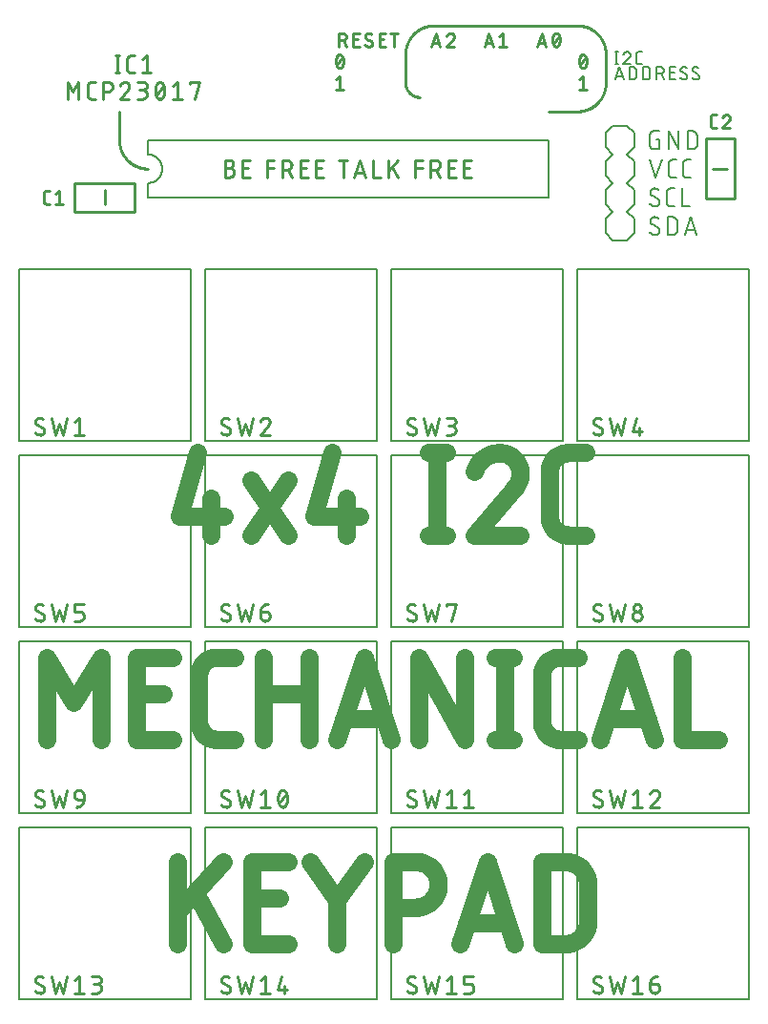
<source format=gbr>
G04 EAGLE Gerber RS-274X export*
G75*
%MOMM*%
%FSLAX34Y34*%
%LPD*%
%INSilkscreen Top*%
%IPPOS*%
%AMOC8*
5,1,8,0,0,1.08239X$1,22.5*%
G01*
%ADD10C,0.203200*%
%ADD11C,0.279400*%
%ADD12C,1.600200*%
%ADD13C,0.152400*%
%ADD14C,0.228600*%
%ADD15C,0.254000*%
%ADD16C,0.127000*%


D10*
X591340Y775575D02*
X593965Y775575D01*
X593965Y766826D01*
X588716Y766826D01*
X588599Y766828D01*
X588482Y766834D01*
X588366Y766844D01*
X588249Y766857D01*
X588134Y766875D01*
X588019Y766896D01*
X587905Y766921D01*
X587791Y766950D01*
X587679Y766983D01*
X587568Y767020D01*
X587458Y767060D01*
X587350Y767104D01*
X587243Y767151D01*
X587137Y767202D01*
X587034Y767257D01*
X586932Y767315D01*
X586833Y767376D01*
X586735Y767440D01*
X586640Y767508D01*
X586547Y767579D01*
X586456Y767653D01*
X586368Y767730D01*
X586283Y767810D01*
X586200Y767893D01*
X586120Y767978D01*
X586043Y768066D01*
X585969Y768157D01*
X585898Y768250D01*
X585830Y768345D01*
X585766Y768443D01*
X585705Y768542D01*
X585647Y768644D01*
X585592Y768747D01*
X585541Y768853D01*
X585494Y768960D01*
X585450Y769068D01*
X585410Y769178D01*
X585373Y769289D01*
X585340Y769401D01*
X585311Y769515D01*
X585286Y769629D01*
X585265Y769744D01*
X585247Y769859D01*
X585234Y769976D01*
X585224Y770092D01*
X585218Y770209D01*
X585216Y770326D01*
X585216Y779074D01*
X585218Y779191D01*
X585224Y779308D01*
X585234Y779424D01*
X585247Y779541D01*
X585265Y779656D01*
X585286Y779771D01*
X585311Y779885D01*
X585340Y779999D01*
X585373Y780111D01*
X585410Y780222D01*
X585450Y780332D01*
X585494Y780440D01*
X585541Y780547D01*
X585592Y780653D01*
X585647Y780756D01*
X585705Y780858D01*
X585766Y780957D01*
X585830Y781055D01*
X585898Y781150D01*
X585969Y781243D01*
X586043Y781334D01*
X586120Y781422D01*
X586200Y781507D01*
X586283Y781590D01*
X586368Y781670D01*
X586456Y781747D01*
X586547Y781821D01*
X586640Y781892D01*
X586735Y781960D01*
X586833Y782024D01*
X586932Y782085D01*
X587034Y782143D01*
X587137Y782198D01*
X587243Y782249D01*
X587350Y782296D01*
X587458Y782340D01*
X587568Y782380D01*
X587679Y782417D01*
X587791Y782450D01*
X587905Y782479D01*
X588019Y782504D01*
X588134Y782525D01*
X588249Y782543D01*
X588366Y782556D01*
X588482Y782566D01*
X588599Y782572D01*
X588716Y782574D01*
X593965Y782574D01*
X601889Y782574D02*
X601889Y766826D01*
X610638Y766826D02*
X601889Y782574D01*
X610638Y782574D02*
X610638Y766826D01*
X618563Y766826D02*
X618563Y782574D01*
X622937Y782574D01*
X623067Y782572D01*
X623196Y782566D01*
X623325Y782557D01*
X623454Y782543D01*
X623583Y782526D01*
X623711Y782505D01*
X623838Y782480D01*
X623964Y782452D01*
X624090Y782419D01*
X624214Y782383D01*
X624338Y782344D01*
X624460Y782300D01*
X624581Y782253D01*
X624700Y782203D01*
X624818Y782149D01*
X624934Y782091D01*
X625049Y782030D01*
X625161Y781966D01*
X625272Y781899D01*
X625381Y781828D01*
X625487Y781754D01*
X625591Y781677D01*
X625693Y781597D01*
X625792Y781513D01*
X625889Y781427D01*
X625984Y781338D01*
X626075Y781247D01*
X626164Y781152D01*
X626250Y781055D01*
X626334Y780956D01*
X626414Y780854D01*
X626491Y780750D01*
X626565Y780644D01*
X626636Y780535D01*
X626703Y780424D01*
X626767Y780312D01*
X626828Y780197D01*
X626886Y780081D01*
X626940Y779963D01*
X626990Y779844D01*
X627037Y779723D01*
X627081Y779601D01*
X627120Y779477D01*
X627156Y779353D01*
X627189Y779227D01*
X627217Y779101D01*
X627242Y778974D01*
X627263Y778846D01*
X627280Y778717D01*
X627294Y778588D01*
X627303Y778459D01*
X627309Y778330D01*
X627311Y778200D01*
X627312Y778200D02*
X627312Y771200D01*
X627311Y771200D02*
X627309Y771070D01*
X627303Y770941D01*
X627294Y770812D01*
X627280Y770683D01*
X627263Y770554D01*
X627242Y770426D01*
X627217Y770299D01*
X627189Y770173D01*
X627156Y770047D01*
X627120Y769923D01*
X627081Y769799D01*
X627037Y769677D01*
X626990Y769556D01*
X626940Y769437D01*
X626886Y769319D01*
X626828Y769203D01*
X626767Y769088D01*
X626703Y768976D01*
X626636Y768865D01*
X626565Y768756D01*
X626491Y768650D01*
X626414Y768546D01*
X626334Y768444D01*
X626250Y768345D01*
X626164Y768248D01*
X626075Y768153D01*
X625984Y768062D01*
X625889Y767973D01*
X625792Y767887D01*
X625693Y767803D01*
X625591Y767723D01*
X625487Y767646D01*
X625381Y767572D01*
X625272Y767501D01*
X625161Y767434D01*
X625049Y767370D01*
X624934Y767309D01*
X624818Y767251D01*
X624700Y767197D01*
X624581Y767147D01*
X624460Y767100D01*
X624338Y767056D01*
X624214Y767017D01*
X624090Y766981D01*
X623964Y766948D01*
X623838Y766920D01*
X623711Y766895D01*
X623583Y766874D01*
X623454Y766857D01*
X623325Y766843D01*
X623196Y766834D01*
X623067Y766828D01*
X622937Y766826D01*
X618563Y766826D01*
X585216Y757174D02*
X590465Y741426D01*
X595715Y757174D01*
X605174Y741426D02*
X608674Y741426D01*
X605174Y741426D02*
X605057Y741428D01*
X604940Y741434D01*
X604824Y741444D01*
X604707Y741457D01*
X604592Y741475D01*
X604477Y741496D01*
X604363Y741521D01*
X604249Y741550D01*
X604137Y741583D01*
X604026Y741620D01*
X603916Y741660D01*
X603808Y741704D01*
X603701Y741751D01*
X603595Y741802D01*
X603492Y741857D01*
X603390Y741915D01*
X603291Y741976D01*
X603193Y742040D01*
X603098Y742108D01*
X603005Y742179D01*
X602914Y742253D01*
X602826Y742330D01*
X602741Y742410D01*
X602658Y742493D01*
X602578Y742578D01*
X602501Y742666D01*
X602427Y742757D01*
X602356Y742850D01*
X602288Y742945D01*
X602224Y743043D01*
X602163Y743142D01*
X602105Y743244D01*
X602050Y743347D01*
X601999Y743453D01*
X601952Y743560D01*
X601908Y743668D01*
X601868Y743778D01*
X601831Y743889D01*
X601798Y744001D01*
X601769Y744115D01*
X601744Y744229D01*
X601723Y744344D01*
X601705Y744459D01*
X601692Y744576D01*
X601682Y744692D01*
X601676Y744809D01*
X601674Y744926D01*
X601675Y744926D02*
X601675Y753674D01*
X601674Y753674D02*
X601676Y753791D01*
X601682Y753908D01*
X601692Y754024D01*
X601705Y754141D01*
X601723Y754256D01*
X601744Y754371D01*
X601769Y754485D01*
X601798Y754599D01*
X601831Y754711D01*
X601868Y754822D01*
X601908Y754932D01*
X601952Y755040D01*
X601999Y755147D01*
X602050Y755253D01*
X602105Y755356D01*
X602163Y755458D01*
X602224Y755557D01*
X602288Y755655D01*
X602356Y755750D01*
X602427Y755843D01*
X602501Y755934D01*
X602578Y756022D01*
X602658Y756107D01*
X602741Y756190D01*
X602826Y756270D01*
X602914Y756347D01*
X603005Y756421D01*
X603098Y756492D01*
X603193Y756560D01*
X603291Y756624D01*
X603390Y756685D01*
X603492Y756743D01*
X603595Y756798D01*
X603701Y756849D01*
X603808Y756896D01*
X603916Y756940D01*
X604026Y756980D01*
X604137Y757017D01*
X604249Y757050D01*
X604363Y757079D01*
X604477Y757104D01*
X604592Y757125D01*
X604707Y757143D01*
X604824Y757156D01*
X604940Y757166D01*
X605057Y757172D01*
X605174Y757174D01*
X608674Y757174D01*
X618200Y741426D02*
X621700Y741426D01*
X618200Y741426D02*
X618083Y741428D01*
X617966Y741434D01*
X617850Y741444D01*
X617733Y741457D01*
X617618Y741475D01*
X617503Y741496D01*
X617389Y741521D01*
X617275Y741550D01*
X617163Y741583D01*
X617052Y741620D01*
X616942Y741660D01*
X616834Y741704D01*
X616727Y741751D01*
X616621Y741802D01*
X616518Y741857D01*
X616416Y741915D01*
X616317Y741976D01*
X616219Y742040D01*
X616124Y742108D01*
X616031Y742179D01*
X615940Y742253D01*
X615852Y742330D01*
X615767Y742410D01*
X615684Y742493D01*
X615604Y742578D01*
X615527Y742666D01*
X615453Y742757D01*
X615382Y742850D01*
X615314Y742945D01*
X615250Y743043D01*
X615189Y743142D01*
X615131Y743244D01*
X615076Y743347D01*
X615025Y743453D01*
X614978Y743560D01*
X614934Y743668D01*
X614894Y743778D01*
X614857Y743889D01*
X614824Y744001D01*
X614795Y744115D01*
X614770Y744229D01*
X614749Y744344D01*
X614731Y744459D01*
X614718Y744576D01*
X614708Y744692D01*
X614702Y744809D01*
X614700Y744926D01*
X614701Y744926D02*
X614701Y753674D01*
X614700Y753674D02*
X614702Y753791D01*
X614708Y753908D01*
X614718Y754024D01*
X614731Y754141D01*
X614749Y754256D01*
X614770Y754371D01*
X614795Y754485D01*
X614824Y754599D01*
X614857Y754711D01*
X614894Y754822D01*
X614934Y754932D01*
X614978Y755040D01*
X615025Y755147D01*
X615076Y755253D01*
X615131Y755356D01*
X615189Y755458D01*
X615250Y755557D01*
X615314Y755655D01*
X615382Y755750D01*
X615453Y755843D01*
X615527Y755934D01*
X615604Y756022D01*
X615684Y756107D01*
X615767Y756190D01*
X615852Y756270D01*
X615940Y756347D01*
X616031Y756421D01*
X616124Y756492D01*
X616219Y756560D01*
X616317Y756624D01*
X616416Y756685D01*
X616518Y756743D01*
X616621Y756798D01*
X616727Y756849D01*
X616834Y756896D01*
X616942Y756940D01*
X617052Y756980D01*
X617163Y757017D01*
X617275Y757050D01*
X617389Y757079D01*
X617503Y757104D01*
X617618Y757125D01*
X617733Y757143D01*
X617850Y757156D01*
X617966Y757166D01*
X618083Y757172D01*
X618200Y757174D01*
X621700Y757174D01*
X593965Y719526D02*
X593963Y719409D01*
X593957Y719292D01*
X593947Y719176D01*
X593934Y719059D01*
X593916Y718944D01*
X593895Y718829D01*
X593870Y718715D01*
X593841Y718601D01*
X593808Y718489D01*
X593771Y718378D01*
X593731Y718268D01*
X593687Y718160D01*
X593640Y718053D01*
X593589Y717947D01*
X593534Y717844D01*
X593476Y717742D01*
X593415Y717643D01*
X593351Y717545D01*
X593283Y717450D01*
X593212Y717357D01*
X593138Y717266D01*
X593061Y717178D01*
X592981Y717093D01*
X592898Y717010D01*
X592813Y716930D01*
X592725Y716853D01*
X592634Y716779D01*
X592541Y716708D01*
X592446Y716640D01*
X592348Y716576D01*
X592249Y716515D01*
X592147Y716457D01*
X592044Y716402D01*
X591938Y716351D01*
X591831Y716304D01*
X591723Y716260D01*
X591613Y716220D01*
X591502Y716183D01*
X591390Y716150D01*
X591276Y716121D01*
X591162Y716096D01*
X591047Y716075D01*
X590931Y716057D01*
X590815Y716044D01*
X590699Y716034D01*
X590582Y716028D01*
X590465Y716026D01*
X590288Y716028D01*
X590111Y716034D01*
X589935Y716045D01*
X589758Y716060D01*
X589583Y716079D01*
X589407Y716102D01*
X589233Y716129D01*
X589058Y716161D01*
X588885Y716197D01*
X588713Y716237D01*
X588542Y716281D01*
X588371Y716329D01*
X588202Y716381D01*
X588035Y716437D01*
X587868Y716497D01*
X587703Y716561D01*
X587540Y716629D01*
X587378Y716701D01*
X587219Y716777D01*
X587061Y716856D01*
X586905Y716940D01*
X586751Y717027D01*
X586599Y717117D01*
X586449Y717212D01*
X586302Y717310D01*
X586157Y717411D01*
X586014Y717516D01*
X585874Y717624D01*
X585737Y717735D01*
X585602Y717850D01*
X585471Y717968D01*
X585342Y718089D01*
X585216Y718213D01*
X585653Y728274D02*
X585655Y728391D01*
X585661Y728508D01*
X585671Y728624D01*
X585684Y728741D01*
X585702Y728856D01*
X585723Y728971D01*
X585748Y729085D01*
X585777Y729199D01*
X585810Y729311D01*
X585847Y729422D01*
X585887Y729532D01*
X585931Y729640D01*
X585978Y729747D01*
X586029Y729853D01*
X586084Y729956D01*
X586142Y730058D01*
X586203Y730157D01*
X586267Y730255D01*
X586335Y730350D01*
X586406Y730443D01*
X586480Y730534D01*
X586557Y730622D01*
X586637Y730707D01*
X586720Y730790D01*
X586805Y730870D01*
X586893Y730947D01*
X586984Y731021D01*
X587077Y731092D01*
X587172Y731160D01*
X587270Y731224D01*
X587369Y731285D01*
X587471Y731343D01*
X587574Y731398D01*
X587680Y731449D01*
X587787Y731496D01*
X587895Y731540D01*
X588005Y731580D01*
X588116Y731617D01*
X588228Y731650D01*
X588342Y731679D01*
X588456Y731704D01*
X588571Y731725D01*
X588686Y731743D01*
X588803Y731756D01*
X588919Y731766D01*
X589036Y731772D01*
X589153Y731774D01*
X589309Y731772D01*
X589466Y731767D01*
X589622Y731757D01*
X589778Y731744D01*
X589933Y731727D01*
X590088Y731707D01*
X590243Y731683D01*
X590397Y731655D01*
X590550Y731624D01*
X590702Y731589D01*
X590854Y731550D01*
X591004Y731507D01*
X591154Y731462D01*
X591302Y731412D01*
X591449Y731359D01*
X591595Y731303D01*
X591740Y731243D01*
X591883Y731179D01*
X592024Y731113D01*
X592164Y731043D01*
X592302Y730969D01*
X592438Y730892D01*
X592573Y730813D01*
X592705Y730729D01*
X592836Y730643D01*
X592964Y730554D01*
X593090Y730462D01*
X587404Y725212D02*
X587305Y725272D01*
X587209Y725336D01*
X587115Y725402D01*
X587023Y725471D01*
X586933Y725544D01*
X586845Y725619D01*
X586761Y725697D01*
X586678Y725778D01*
X586599Y725861D01*
X586522Y725947D01*
X586448Y726035D01*
X586376Y726126D01*
X586308Y726219D01*
X586243Y726314D01*
X586181Y726412D01*
X586122Y726511D01*
X586067Y726612D01*
X586014Y726715D01*
X585966Y726819D01*
X585920Y726925D01*
X585878Y727032D01*
X585839Y727141D01*
X585804Y727251D01*
X585773Y727362D01*
X585745Y727474D01*
X585721Y727586D01*
X585701Y727700D01*
X585684Y727814D01*
X585671Y727929D01*
X585661Y728044D01*
X585656Y728159D01*
X585654Y728274D01*
X592215Y722588D02*
X592314Y722528D01*
X592410Y722464D01*
X592504Y722398D01*
X592596Y722329D01*
X592686Y722256D01*
X592774Y722181D01*
X592858Y722103D01*
X592941Y722022D01*
X593020Y721939D01*
X593097Y721853D01*
X593171Y721765D01*
X593243Y721674D01*
X593311Y721581D01*
X593376Y721486D01*
X593438Y721388D01*
X593497Y721289D01*
X593552Y721188D01*
X593605Y721085D01*
X593654Y720981D01*
X593699Y720875D01*
X593741Y720768D01*
X593780Y720659D01*
X593815Y720549D01*
X593846Y720438D01*
X593874Y720326D01*
X593898Y720214D01*
X593918Y720100D01*
X593935Y719986D01*
X593948Y719871D01*
X593958Y719756D01*
X593963Y719641D01*
X593965Y719526D01*
X592215Y722588D02*
X587403Y725212D01*
X603778Y716026D02*
X607278Y716026D01*
X603778Y716026D02*
X603661Y716028D01*
X603544Y716034D01*
X603428Y716044D01*
X603311Y716057D01*
X603196Y716075D01*
X603081Y716096D01*
X602967Y716121D01*
X602853Y716150D01*
X602741Y716183D01*
X602630Y716220D01*
X602520Y716260D01*
X602412Y716304D01*
X602305Y716351D01*
X602199Y716402D01*
X602096Y716457D01*
X601994Y716515D01*
X601895Y716576D01*
X601797Y716640D01*
X601702Y716708D01*
X601609Y716779D01*
X601518Y716853D01*
X601430Y716930D01*
X601345Y717010D01*
X601262Y717093D01*
X601182Y717178D01*
X601105Y717266D01*
X601031Y717357D01*
X600960Y717450D01*
X600892Y717545D01*
X600828Y717643D01*
X600767Y717742D01*
X600709Y717844D01*
X600654Y717947D01*
X600603Y718053D01*
X600556Y718160D01*
X600512Y718268D01*
X600472Y718378D01*
X600435Y718489D01*
X600402Y718601D01*
X600373Y718715D01*
X600348Y718829D01*
X600327Y718944D01*
X600309Y719059D01*
X600296Y719176D01*
X600286Y719292D01*
X600280Y719409D01*
X600278Y719526D01*
X600279Y719526D02*
X600279Y728274D01*
X600278Y728274D02*
X600280Y728391D01*
X600286Y728508D01*
X600296Y728624D01*
X600309Y728741D01*
X600327Y728856D01*
X600348Y728971D01*
X600373Y729085D01*
X600402Y729199D01*
X600435Y729311D01*
X600472Y729422D01*
X600512Y729532D01*
X600556Y729640D01*
X600603Y729747D01*
X600654Y729853D01*
X600709Y729956D01*
X600767Y730058D01*
X600828Y730157D01*
X600892Y730255D01*
X600960Y730350D01*
X601031Y730443D01*
X601105Y730534D01*
X601182Y730622D01*
X601262Y730707D01*
X601345Y730790D01*
X601430Y730870D01*
X601518Y730947D01*
X601609Y731021D01*
X601702Y731092D01*
X601797Y731160D01*
X601895Y731224D01*
X601994Y731285D01*
X602096Y731343D01*
X602199Y731398D01*
X602305Y731449D01*
X602412Y731496D01*
X602520Y731540D01*
X602630Y731580D01*
X602741Y731617D01*
X602853Y731650D01*
X602967Y731679D01*
X603081Y731704D01*
X603196Y731725D01*
X603311Y731743D01*
X603428Y731756D01*
X603544Y731766D01*
X603661Y731772D01*
X603778Y731774D01*
X607278Y731774D01*
X613909Y731774D02*
X613909Y716026D01*
X620908Y716026D01*
X593965Y694126D02*
X593963Y694009D01*
X593957Y693892D01*
X593947Y693776D01*
X593934Y693659D01*
X593916Y693544D01*
X593895Y693429D01*
X593870Y693315D01*
X593841Y693201D01*
X593808Y693089D01*
X593771Y692978D01*
X593731Y692868D01*
X593687Y692760D01*
X593640Y692653D01*
X593589Y692547D01*
X593534Y692444D01*
X593476Y692342D01*
X593415Y692243D01*
X593351Y692145D01*
X593283Y692050D01*
X593212Y691957D01*
X593138Y691866D01*
X593061Y691778D01*
X592981Y691693D01*
X592898Y691610D01*
X592813Y691530D01*
X592725Y691453D01*
X592634Y691379D01*
X592541Y691308D01*
X592446Y691240D01*
X592348Y691176D01*
X592249Y691115D01*
X592147Y691057D01*
X592044Y691002D01*
X591938Y690951D01*
X591831Y690904D01*
X591723Y690860D01*
X591613Y690820D01*
X591502Y690783D01*
X591390Y690750D01*
X591276Y690721D01*
X591162Y690696D01*
X591047Y690675D01*
X590931Y690657D01*
X590815Y690644D01*
X590699Y690634D01*
X590582Y690628D01*
X590465Y690626D01*
X590288Y690628D01*
X590111Y690634D01*
X589935Y690645D01*
X589758Y690660D01*
X589583Y690679D01*
X589407Y690702D01*
X589233Y690729D01*
X589058Y690761D01*
X588885Y690797D01*
X588713Y690837D01*
X588542Y690881D01*
X588371Y690929D01*
X588202Y690981D01*
X588035Y691037D01*
X587868Y691097D01*
X587703Y691161D01*
X587540Y691229D01*
X587378Y691301D01*
X587219Y691377D01*
X587061Y691456D01*
X586905Y691540D01*
X586751Y691627D01*
X586599Y691717D01*
X586449Y691812D01*
X586302Y691910D01*
X586157Y692011D01*
X586014Y692116D01*
X585874Y692224D01*
X585737Y692335D01*
X585602Y692450D01*
X585471Y692568D01*
X585342Y692689D01*
X585216Y692813D01*
X585653Y702874D02*
X585655Y702991D01*
X585661Y703108D01*
X585671Y703224D01*
X585684Y703341D01*
X585702Y703456D01*
X585723Y703571D01*
X585748Y703685D01*
X585777Y703799D01*
X585810Y703911D01*
X585847Y704022D01*
X585887Y704132D01*
X585931Y704240D01*
X585978Y704347D01*
X586029Y704453D01*
X586084Y704556D01*
X586142Y704658D01*
X586203Y704757D01*
X586267Y704855D01*
X586335Y704950D01*
X586406Y705043D01*
X586480Y705134D01*
X586557Y705222D01*
X586637Y705307D01*
X586720Y705390D01*
X586805Y705470D01*
X586893Y705547D01*
X586984Y705621D01*
X587077Y705692D01*
X587172Y705760D01*
X587270Y705824D01*
X587369Y705885D01*
X587471Y705943D01*
X587574Y705998D01*
X587680Y706049D01*
X587787Y706096D01*
X587895Y706140D01*
X588005Y706180D01*
X588116Y706217D01*
X588228Y706250D01*
X588342Y706279D01*
X588456Y706304D01*
X588571Y706325D01*
X588686Y706343D01*
X588803Y706356D01*
X588919Y706366D01*
X589036Y706372D01*
X589153Y706374D01*
X589309Y706372D01*
X589466Y706367D01*
X589622Y706357D01*
X589778Y706344D01*
X589933Y706327D01*
X590088Y706307D01*
X590243Y706283D01*
X590397Y706255D01*
X590550Y706224D01*
X590702Y706189D01*
X590854Y706150D01*
X591004Y706107D01*
X591154Y706062D01*
X591302Y706012D01*
X591449Y705959D01*
X591595Y705903D01*
X591740Y705843D01*
X591883Y705779D01*
X592024Y705713D01*
X592164Y705643D01*
X592302Y705569D01*
X592438Y705492D01*
X592573Y705413D01*
X592705Y705329D01*
X592836Y705243D01*
X592964Y705154D01*
X593090Y705062D01*
X587404Y699812D02*
X587305Y699872D01*
X587209Y699936D01*
X587115Y700002D01*
X587023Y700071D01*
X586933Y700144D01*
X586845Y700219D01*
X586761Y700297D01*
X586678Y700378D01*
X586599Y700461D01*
X586522Y700547D01*
X586448Y700635D01*
X586376Y700726D01*
X586308Y700819D01*
X586243Y700914D01*
X586181Y701012D01*
X586122Y701111D01*
X586067Y701212D01*
X586014Y701315D01*
X585966Y701419D01*
X585920Y701525D01*
X585878Y701632D01*
X585839Y701741D01*
X585804Y701851D01*
X585773Y701962D01*
X585745Y702074D01*
X585721Y702186D01*
X585701Y702300D01*
X585684Y702414D01*
X585671Y702529D01*
X585661Y702644D01*
X585656Y702759D01*
X585654Y702874D01*
X592215Y697188D02*
X592314Y697128D01*
X592410Y697064D01*
X592504Y696998D01*
X592596Y696929D01*
X592686Y696856D01*
X592774Y696781D01*
X592858Y696703D01*
X592941Y696622D01*
X593020Y696539D01*
X593097Y696453D01*
X593171Y696365D01*
X593243Y696274D01*
X593311Y696181D01*
X593376Y696086D01*
X593438Y695988D01*
X593497Y695889D01*
X593552Y695788D01*
X593605Y695685D01*
X593654Y695581D01*
X593699Y695475D01*
X593741Y695368D01*
X593780Y695259D01*
X593815Y695149D01*
X593846Y695038D01*
X593874Y694926D01*
X593898Y694814D01*
X593918Y694700D01*
X593935Y694586D01*
X593948Y694471D01*
X593958Y694356D01*
X593963Y694241D01*
X593965Y694126D01*
X592215Y697188D02*
X587403Y699812D01*
X600847Y706374D02*
X600847Y690626D01*
X600847Y706374D02*
X605222Y706374D01*
X605352Y706372D01*
X605481Y706366D01*
X605610Y706357D01*
X605739Y706343D01*
X605868Y706326D01*
X605996Y706305D01*
X606123Y706280D01*
X606249Y706252D01*
X606375Y706219D01*
X606499Y706183D01*
X606623Y706144D01*
X606745Y706100D01*
X606866Y706053D01*
X606985Y706003D01*
X607103Y705949D01*
X607219Y705891D01*
X607334Y705830D01*
X607446Y705766D01*
X607557Y705699D01*
X607666Y705628D01*
X607772Y705554D01*
X607876Y705477D01*
X607978Y705397D01*
X608077Y705313D01*
X608174Y705227D01*
X608269Y705138D01*
X608360Y705047D01*
X608449Y704952D01*
X608535Y704855D01*
X608619Y704756D01*
X608699Y704654D01*
X608776Y704550D01*
X608850Y704444D01*
X608921Y704335D01*
X608988Y704224D01*
X609052Y704112D01*
X609113Y703997D01*
X609171Y703881D01*
X609225Y703763D01*
X609275Y703644D01*
X609322Y703523D01*
X609366Y703401D01*
X609405Y703277D01*
X609441Y703153D01*
X609474Y703027D01*
X609502Y702901D01*
X609527Y702774D01*
X609548Y702646D01*
X609565Y702517D01*
X609579Y702388D01*
X609588Y702259D01*
X609594Y702130D01*
X609596Y702000D01*
X609596Y695000D01*
X609594Y694870D01*
X609588Y694741D01*
X609579Y694612D01*
X609565Y694483D01*
X609548Y694354D01*
X609527Y694226D01*
X609502Y694099D01*
X609474Y693973D01*
X609441Y693847D01*
X609405Y693723D01*
X609366Y693599D01*
X609322Y693477D01*
X609275Y693356D01*
X609225Y693237D01*
X609171Y693119D01*
X609113Y693003D01*
X609052Y692888D01*
X608988Y692776D01*
X608921Y692665D01*
X608850Y692556D01*
X608776Y692450D01*
X608699Y692346D01*
X608619Y692244D01*
X608535Y692145D01*
X608449Y692048D01*
X608360Y691953D01*
X608269Y691862D01*
X608174Y691773D01*
X608077Y691687D01*
X607978Y691603D01*
X607876Y691523D01*
X607772Y691446D01*
X607666Y691372D01*
X607557Y691301D01*
X607446Y691234D01*
X607334Y691170D01*
X607219Y691109D01*
X607103Y691051D01*
X606985Y690997D01*
X606866Y690947D01*
X606745Y690900D01*
X606623Y690856D01*
X606499Y690817D01*
X606375Y690781D01*
X606249Y690748D01*
X606123Y690720D01*
X605996Y690695D01*
X605868Y690674D01*
X605739Y690657D01*
X605610Y690643D01*
X605481Y690634D01*
X605352Y690628D01*
X605222Y690626D01*
X600847Y690626D01*
X616125Y690626D02*
X621374Y706374D01*
X626623Y690626D01*
X625311Y694563D02*
X617437Y694563D01*
D11*
X47822Y516537D02*
X47820Y516423D01*
X47814Y516310D01*
X47805Y516196D01*
X47791Y516084D01*
X47774Y515971D01*
X47752Y515859D01*
X47727Y515749D01*
X47699Y515639D01*
X47666Y515530D01*
X47630Y515422D01*
X47590Y515315D01*
X47546Y515210D01*
X47499Y515107D01*
X47449Y515005D01*
X47395Y514905D01*
X47337Y514807D01*
X47276Y514711D01*
X47213Y514617D01*
X47145Y514525D01*
X47075Y514435D01*
X47002Y514349D01*
X46926Y514264D01*
X46847Y514182D01*
X46765Y514103D01*
X46681Y514027D01*
X46594Y513954D01*
X46504Y513884D01*
X46412Y513817D01*
X46318Y513753D01*
X46222Y513692D01*
X46124Y513634D01*
X46024Y513580D01*
X45922Y513530D01*
X45819Y513483D01*
X45714Y513439D01*
X45607Y513399D01*
X45499Y513363D01*
X45390Y513330D01*
X45280Y513302D01*
X45170Y513277D01*
X45058Y513255D01*
X44945Y513238D01*
X44833Y513224D01*
X44719Y513215D01*
X44606Y513209D01*
X44492Y513207D01*
X44324Y513209D01*
X44156Y513215D01*
X43988Y513225D01*
X43820Y513239D01*
X43652Y513257D01*
X43486Y513279D01*
X43319Y513305D01*
X43154Y513335D01*
X42989Y513369D01*
X42825Y513407D01*
X42662Y513449D01*
X42500Y513495D01*
X42339Y513545D01*
X42179Y513598D01*
X42021Y513655D01*
X41864Y513716D01*
X41709Y513781D01*
X41555Y513849D01*
X41403Y513922D01*
X41253Y513997D01*
X41104Y514077D01*
X40957Y514159D01*
X40813Y514246D01*
X40671Y514335D01*
X40530Y514429D01*
X40392Y514525D01*
X40257Y514625D01*
X40124Y514728D01*
X39993Y514834D01*
X39865Y514943D01*
X39739Y515055D01*
X39617Y515170D01*
X39497Y515288D01*
X39914Y524863D02*
X39916Y524977D01*
X39922Y525090D01*
X39931Y525204D01*
X39945Y525316D01*
X39962Y525429D01*
X39984Y525541D01*
X40009Y525651D01*
X40037Y525761D01*
X40070Y525870D01*
X40106Y525978D01*
X40146Y526085D01*
X40190Y526190D01*
X40237Y526293D01*
X40287Y526395D01*
X40341Y526495D01*
X40399Y526593D01*
X40460Y526689D01*
X40523Y526783D01*
X40591Y526875D01*
X40661Y526965D01*
X40734Y527051D01*
X40810Y527136D01*
X40889Y527218D01*
X40971Y527297D01*
X41056Y527373D01*
X41142Y527446D01*
X41232Y527516D01*
X41324Y527584D01*
X41418Y527647D01*
X41514Y527708D01*
X41612Y527766D01*
X41712Y527820D01*
X41814Y527870D01*
X41917Y527917D01*
X42022Y527961D01*
X42129Y528001D01*
X42237Y528037D01*
X42346Y528070D01*
X42456Y528098D01*
X42566Y528123D01*
X42678Y528145D01*
X42791Y528162D01*
X42903Y528176D01*
X43017Y528185D01*
X43130Y528191D01*
X43244Y528193D01*
X43399Y528191D01*
X43553Y528185D01*
X43707Y528176D01*
X43861Y528162D01*
X44015Y528145D01*
X44168Y528124D01*
X44320Y528100D01*
X44472Y528071D01*
X44623Y528039D01*
X44774Y528003D01*
X44923Y527963D01*
X45071Y527920D01*
X45219Y527873D01*
X45365Y527822D01*
X45509Y527768D01*
X45653Y527710D01*
X45794Y527648D01*
X45935Y527584D01*
X46073Y527515D01*
X46210Y527444D01*
X46345Y527368D01*
X46478Y527290D01*
X46610Y527208D01*
X46739Y527123D01*
X46866Y527035D01*
X46990Y526944D01*
X41578Y521949D02*
X41481Y522008D01*
X41387Y522071D01*
X41294Y522136D01*
X41204Y522205D01*
X41116Y522276D01*
X41031Y522351D01*
X40948Y522428D01*
X40868Y522508D01*
X40790Y522590D01*
X40716Y522676D01*
X40644Y522763D01*
X40575Y522853D01*
X40509Y522945D01*
X40447Y523040D01*
X40387Y523136D01*
X40331Y523234D01*
X40278Y523335D01*
X40229Y523437D01*
X40183Y523540D01*
X40140Y523645D01*
X40101Y523751D01*
X40065Y523859D01*
X40034Y523968D01*
X40006Y524077D01*
X39981Y524188D01*
X39960Y524299D01*
X39943Y524411D01*
X39930Y524524D01*
X39921Y524637D01*
X39915Y524750D01*
X39913Y524863D01*
X46157Y519451D02*
X46254Y519392D01*
X46348Y519329D01*
X46441Y519264D01*
X46531Y519195D01*
X46619Y519124D01*
X46704Y519049D01*
X46787Y518972D01*
X46867Y518892D01*
X46945Y518810D01*
X47019Y518724D01*
X47091Y518637D01*
X47160Y518547D01*
X47226Y518455D01*
X47288Y518360D01*
X47348Y518264D01*
X47404Y518166D01*
X47457Y518065D01*
X47506Y517963D01*
X47553Y517860D01*
X47595Y517755D01*
X47634Y517649D01*
X47670Y517541D01*
X47701Y517432D01*
X47729Y517323D01*
X47754Y517212D01*
X47775Y517101D01*
X47792Y516989D01*
X47805Y516876D01*
X47814Y516763D01*
X47820Y516650D01*
X47822Y516537D01*
X46157Y519451D02*
X41578Y521949D01*
X54194Y528193D02*
X57524Y513207D01*
X60854Y523198D01*
X64184Y513207D01*
X67515Y528193D01*
X74407Y524863D02*
X78570Y528193D01*
X78570Y513207D01*
X82732Y513207D02*
X74407Y513207D01*
X209592Y513207D02*
X209706Y513209D01*
X209819Y513215D01*
X209933Y513224D01*
X210045Y513238D01*
X210158Y513255D01*
X210270Y513277D01*
X210380Y513302D01*
X210490Y513330D01*
X210599Y513363D01*
X210707Y513399D01*
X210814Y513439D01*
X210919Y513483D01*
X211022Y513530D01*
X211124Y513580D01*
X211224Y513634D01*
X211322Y513692D01*
X211418Y513753D01*
X211512Y513817D01*
X211604Y513884D01*
X211694Y513954D01*
X211781Y514027D01*
X211865Y514103D01*
X211947Y514182D01*
X212026Y514264D01*
X212102Y514349D01*
X212175Y514435D01*
X212245Y514525D01*
X212313Y514617D01*
X212376Y514711D01*
X212437Y514807D01*
X212495Y514905D01*
X212549Y515005D01*
X212599Y515107D01*
X212646Y515210D01*
X212690Y515315D01*
X212730Y515422D01*
X212766Y515530D01*
X212799Y515639D01*
X212827Y515749D01*
X212852Y515859D01*
X212874Y515971D01*
X212891Y516084D01*
X212905Y516196D01*
X212914Y516310D01*
X212920Y516423D01*
X212922Y516537D01*
X209592Y513207D02*
X209424Y513209D01*
X209256Y513215D01*
X209088Y513225D01*
X208920Y513239D01*
X208752Y513257D01*
X208586Y513279D01*
X208419Y513305D01*
X208254Y513335D01*
X208089Y513369D01*
X207925Y513407D01*
X207762Y513449D01*
X207600Y513495D01*
X207439Y513545D01*
X207279Y513598D01*
X207121Y513655D01*
X206964Y513716D01*
X206809Y513781D01*
X206655Y513849D01*
X206503Y513922D01*
X206353Y513997D01*
X206204Y514077D01*
X206057Y514159D01*
X205913Y514246D01*
X205771Y514335D01*
X205630Y514429D01*
X205492Y514525D01*
X205357Y514625D01*
X205224Y514728D01*
X205093Y514834D01*
X204965Y514943D01*
X204839Y515055D01*
X204717Y515170D01*
X204597Y515288D01*
X205014Y524863D02*
X205016Y524977D01*
X205022Y525090D01*
X205031Y525204D01*
X205045Y525316D01*
X205062Y525429D01*
X205084Y525541D01*
X205109Y525651D01*
X205137Y525761D01*
X205170Y525870D01*
X205206Y525978D01*
X205246Y526085D01*
X205290Y526190D01*
X205337Y526293D01*
X205387Y526395D01*
X205441Y526495D01*
X205499Y526593D01*
X205560Y526689D01*
X205623Y526783D01*
X205691Y526875D01*
X205761Y526965D01*
X205834Y527051D01*
X205910Y527136D01*
X205989Y527218D01*
X206071Y527297D01*
X206156Y527373D01*
X206242Y527446D01*
X206332Y527516D01*
X206424Y527584D01*
X206518Y527647D01*
X206614Y527708D01*
X206712Y527766D01*
X206812Y527820D01*
X206914Y527870D01*
X207017Y527917D01*
X207122Y527961D01*
X207229Y528001D01*
X207337Y528037D01*
X207446Y528070D01*
X207556Y528098D01*
X207666Y528123D01*
X207778Y528145D01*
X207891Y528162D01*
X208003Y528176D01*
X208117Y528185D01*
X208230Y528191D01*
X208344Y528193D01*
X208499Y528191D01*
X208653Y528185D01*
X208807Y528176D01*
X208961Y528162D01*
X209115Y528145D01*
X209268Y528124D01*
X209420Y528100D01*
X209572Y528071D01*
X209723Y528039D01*
X209874Y528003D01*
X210023Y527963D01*
X210171Y527920D01*
X210319Y527873D01*
X210465Y527822D01*
X210609Y527768D01*
X210753Y527710D01*
X210894Y527648D01*
X211035Y527584D01*
X211173Y527515D01*
X211310Y527444D01*
X211445Y527368D01*
X211578Y527290D01*
X211710Y527208D01*
X211839Y527123D01*
X211966Y527035D01*
X212090Y526944D01*
X206678Y521949D02*
X206581Y522008D01*
X206487Y522071D01*
X206394Y522136D01*
X206304Y522205D01*
X206216Y522276D01*
X206131Y522351D01*
X206048Y522428D01*
X205968Y522508D01*
X205890Y522590D01*
X205816Y522676D01*
X205744Y522763D01*
X205675Y522853D01*
X205609Y522945D01*
X205547Y523040D01*
X205487Y523136D01*
X205431Y523234D01*
X205378Y523335D01*
X205329Y523437D01*
X205283Y523540D01*
X205240Y523645D01*
X205201Y523751D01*
X205165Y523859D01*
X205134Y523968D01*
X205106Y524077D01*
X205081Y524188D01*
X205060Y524299D01*
X205043Y524411D01*
X205030Y524524D01*
X205021Y524637D01*
X205015Y524750D01*
X205013Y524863D01*
X211257Y519451D02*
X211354Y519392D01*
X211448Y519329D01*
X211541Y519264D01*
X211631Y519195D01*
X211719Y519124D01*
X211804Y519049D01*
X211887Y518972D01*
X211967Y518892D01*
X212045Y518810D01*
X212119Y518724D01*
X212191Y518637D01*
X212260Y518547D01*
X212326Y518455D01*
X212388Y518360D01*
X212448Y518264D01*
X212504Y518166D01*
X212557Y518065D01*
X212606Y517963D01*
X212653Y517860D01*
X212695Y517755D01*
X212734Y517649D01*
X212770Y517541D01*
X212801Y517432D01*
X212829Y517323D01*
X212854Y517212D01*
X212875Y517101D01*
X212892Y516989D01*
X212905Y516876D01*
X212914Y516763D01*
X212920Y516650D01*
X212922Y516537D01*
X211257Y519451D02*
X206678Y521949D01*
X219294Y528193D02*
X222624Y513207D01*
X225954Y523198D01*
X229284Y513207D01*
X232615Y528193D01*
X244086Y528194D02*
X244206Y528192D01*
X244326Y528186D01*
X244446Y528177D01*
X244565Y528163D01*
X244684Y528146D01*
X244802Y528125D01*
X244920Y528100D01*
X245036Y528071D01*
X245152Y528039D01*
X245267Y528003D01*
X245380Y527963D01*
X245492Y527920D01*
X245603Y527873D01*
X245712Y527823D01*
X245819Y527769D01*
X245925Y527712D01*
X246028Y527651D01*
X246130Y527587D01*
X246230Y527520D01*
X246327Y527450D01*
X246422Y527377D01*
X246515Y527300D01*
X246605Y527221D01*
X246693Y527139D01*
X246778Y527054D01*
X246860Y526966D01*
X246939Y526876D01*
X247016Y526783D01*
X247089Y526688D01*
X247159Y526591D01*
X247226Y526491D01*
X247290Y526389D01*
X247351Y526286D01*
X247408Y526180D01*
X247462Y526073D01*
X247512Y525964D01*
X247559Y525853D01*
X247602Y525741D01*
X247642Y525628D01*
X247678Y525513D01*
X247710Y525397D01*
X247739Y525281D01*
X247764Y525163D01*
X247785Y525045D01*
X247802Y524926D01*
X247816Y524807D01*
X247825Y524687D01*
X247831Y524567D01*
X247833Y524447D01*
X244086Y528193D02*
X243948Y528191D01*
X243811Y528185D01*
X243674Y528175D01*
X243537Y528162D01*
X243401Y528144D01*
X243265Y528122D01*
X243129Y528097D01*
X242995Y528068D01*
X242862Y528035D01*
X242729Y527998D01*
X242598Y527957D01*
X242467Y527913D01*
X242339Y527865D01*
X242211Y527813D01*
X242085Y527757D01*
X241961Y527698D01*
X241838Y527636D01*
X241718Y527570D01*
X241599Y527501D01*
X241482Y527428D01*
X241368Y527352D01*
X241255Y527272D01*
X241145Y527190D01*
X241037Y527104D01*
X240932Y527016D01*
X240830Y526924D01*
X240730Y526830D01*
X240632Y526732D01*
X240538Y526632D01*
X240447Y526529D01*
X240358Y526424D01*
X240273Y526316D01*
X240190Y526206D01*
X240111Y526094D01*
X240035Y525979D01*
X239962Y525862D01*
X239893Y525743D01*
X239827Y525623D01*
X239765Y525500D01*
X239706Y525376D01*
X239651Y525250D01*
X239599Y525122D01*
X239551Y524993D01*
X239507Y524863D01*
X246583Y521533D02*
X246673Y521621D01*
X246759Y521712D01*
X246843Y521805D01*
X246924Y521901D01*
X247002Y521999D01*
X247076Y522099D01*
X247148Y522202D01*
X247216Y522307D01*
X247281Y522415D01*
X247343Y522524D01*
X247401Y522635D01*
X247456Y522748D01*
X247507Y522862D01*
X247554Y522978D01*
X247598Y523095D01*
X247638Y523214D01*
X247675Y523334D01*
X247708Y523455D01*
X247737Y523577D01*
X247762Y523699D01*
X247783Y523823D01*
X247801Y523947D01*
X247814Y524072D01*
X247824Y524197D01*
X247830Y524322D01*
X247832Y524447D01*
X246583Y521533D02*
X239507Y513207D01*
X247832Y513207D01*
X374692Y513207D02*
X374806Y513209D01*
X374919Y513215D01*
X375033Y513224D01*
X375145Y513238D01*
X375258Y513255D01*
X375370Y513277D01*
X375480Y513302D01*
X375590Y513330D01*
X375699Y513363D01*
X375807Y513399D01*
X375914Y513439D01*
X376019Y513483D01*
X376122Y513530D01*
X376224Y513580D01*
X376324Y513634D01*
X376422Y513692D01*
X376518Y513753D01*
X376612Y513817D01*
X376704Y513884D01*
X376794Y513954D01*
X376881Y514027D01*
X376965Y514103D01*
X377047Y514182D01*
X377126Y514264D01*
X377202Y514349D01*
X377275Y514435D01*
X377345Y514525D01*
X377413Y514617D01*
X377476Y514711D01*
X377537Y514807D01*
X377595Y514905D01*
X377649Y515005D01*
X377699Y515107D01*
X377746Y515210D01*
X377790Y515315D01*
X377830Y515422D01*
X377866Y515530D01*
X377899Y515639D01*
X377927Y515749D01*
X377952Y515859D01*
X377974Y515971D01*
X377991Y516084D01*
X378005Y516196D01*
X378014Y516310D01*
X378020Y516423D01*
X378022Y516537D01*
X374692Y513207D02*
X374524Y513209D01*
X374356Y513215D01*
X374188Y513225D01*
X374020Y513239D01*
X373852Y513257D01*
X373686Y513279D01*
X373519Y513305D01*
X373354Y513335D01*
X373189Y513369D01*
X373025Y513407D01*
X372862Y513449D01*
X372700Y513495D01*
X372539Y513545D01*
X372379Y513598D01*
X372221Y513655D01*
X372064Y513716D01*
X371909Y513781D01*
X371755Y513849D01*
X371603Y513922D01*
X371453Y513997D01*
X371304Y514077D01*
X371157Y514159D01*
X371013Y514246D01*
X370871Y514335D01*
X370730Y514429D01*
X370592Y514525D01*
X370457Y514625D01*
X370324Y514728D01*
X370193Y514834D01*
X370065Y514943D01*
X369939Y515055D01*
X369817Y515170D01*
X369697Y515288D01*
X370114Y524863D02*
X370116Y524977D01*
X370122Y525090D01*
X370131Y525204D01*
X370145Y525316D01*
X370162Y525429D01*
X370184Y525541D01*
X370209Y525651D01*
X370237Y525761D01*
X370270Y525870D01*
X370306Y525978D01*
X370346Y526085D01*
X370390Y526190D01*
X370437Y526293D01*
X370487Y526395D01*
X370541Y526495D01*
X370599Y526593D01*
X370660Y526689D01*
X370723Y526783D01*
X370791Y526875D01*
X370861Y526965D01*
X370934Y527051D01*
X371010Y527136D01*
X371089Y527218D01*
X371171Y527297D01*
X371256Y527373D01*
X371342Y527446D01*
X371432Y527516D01*
X371524Y527584D01*
X371618Y527647D01*
X371714Y527708D01*
X371812Y527766D01*
X371912Y527820D01*
X372014Y527870D01*
X372117Y527917D01*
X372222Y527961D01*
X372329Y528001D01*
X372437Y528037D01*
X372546Y528070D01*
X372656Y528098D01*
X372766Y528123D01*
X372878Y528145D01*
X372991Y528162D01*
X373103Y528176D01*
X373217Y528185D01*
X373330Y528191D01*
X373444Y528193D01*
X373599Y528191D01*
X373753Y528185D01*
X373907Y528176D01*
X374061Y528162D01*
X374215Y528145D01*
X374368Y528124D01*
X374520Y528100D01*
X374672Y528071D01*
X374823Y528039D01*
X374974Y528003D01*
X375123Y527963D01*
X375271Y527920D01*
X375419Y527873D01*
X375565Y527822D01*
X375709Y527768D01*
X375853Y527710D01*
X375994Y527648D01*
X376135Y527584D01*
X376273Y527515D01*
X376410Y527444D01*
X376545Y527368D01*
X376678Y527290D01*
X376810Y527208D01*
X376939Y527123D01*
X377066Y527035D01*
X377190Y526944D01*
X371778Y521949D02*
X371681Y522008D01*
X371587Y522071D01*
X371494Y522136D01*
X371404Y522205D01*
X371316Y522276D01*
X371231Y522351D01*
X371148Y522428D01*
X371068Y522508D01*
X370990Y522590D01*
X370916Y522676D01*
X370844Y522763D01*
X370775Y522853D01*
X370709Y522945D01*
X370647Y523040D01*
X370587Y523136D01*
X370531Y523234D01*
X370478Y523335D01*
X370429Y523437D01*
X370383Y523540D01*
X370340Y523645D01*
X370301Y523751D01*
X370265Y523859D01*
X370234Y523968D01*
X370206Y524077D01*
X370181Y524188D01*
X370160Y524299D01*
X370143Y524411D01*
X370130Y524524D01*
X370121Y524637D01*
X370115Y524750D01*
X370113Y524863D01*
X376357Y519451D02*
X376454Y519392D01*
X376548Y519329D01*
X376641Y519264D01*
X376731Y519195D01*
X376819Y519124D01*
X376904Y519049D01*
X376987Y518972D01*
X377067Y518892D01*
X377145Y518810D01*
X377219Y518724D01*
X377291Y518637D01*
X377360Y518547D01*
X377426Y518455D01*
X377488Y518360D01*
X377548Y518264D01*
X377604Y518166D01*
X377657Y518065D01*
X377706Y517963D01*
X377753Y517860D01*
X377795Y517755D01*
X377834Y517649D01*
X377870Y517541D01*
X377901Y517432D01*
X377929Y517323D01*
X377954Y517212D01*
X377975Y517101D01*
X377992Y516989D01*
X378005Y516876D01*
X378014Y516763D01*
X378020Y516650D01*
X378022Y516537D01*
X376357Y519451D02*
X371778Y521949D01*
X384394Y528193D02*
X387724Y513207D01*
X391054Y523198D01*
X394384Y513207D01*
X397715Y528193D01*
X404607Y513207D02*
X408770Y513207D01*
X408898Y513209D01*
X409026Y513215D01*
X409154Y513225D01*
X409282Y513239D01*
X409409Y513256D01*
X409535Y513278D01*
X409661Y513303D01*
X409785Y513333D01*
X409909Y513366D01*
X410032Y513403D01*
X410154Y513444D01*
X410274Y513488D01*
X410393Y513536D01*
X410510Y513588D01*
X410626Y513643D01*
X410739Y513702D01*
X410852Y513765D01*
X410962Y513831D01*
X411069Y513900D01*
X411175Y513972D01*
X411279Y514048D01*
X411380Y514127D01*
X411479Y514209D01*
X411575Y514294D01*
X411668Y514381D01*
X411759Y514472D01*
X411846Y514565D01*
X411931Y514661D01*
X412013Y514760D01*
X412092Y514861D01*
X412168Y514965D01*
X412240Y515071D01*
X412309Y515178D01*
X412375Y515289D01*
X412438Y515401D01*
X412497Y515514D01*
X412552Y515630D01*
X412604Y515747D01*
X412652Y515866D01*
X412696Y515986D01*
X412737Y516108D01*
X412774Y516231D01*
X412807Y516355D01*
X412837Y516479D01*
X412862Y516605D01*
X412884Y516731D01*
X412901Y516858D01*
X412915Y516986D01*
X412925Y517114D01*
X412931Y517242D01*
X412933Y517370D01*
X412931Y517498D01*
X412925Y517626D01*
X412915Y517754D01*
X412901Y517882D01*
X412884Y518009D01*
X412862Y518135D01*
X412837Y518261D01*
X412807Y518385D01*
X412774Y518509D01*
X412737Y518632D01*
X412696Y518754D01*
X412652Y518874D01*
X412604Y518993D01*
X412552Y519110D01*
X412497Y519226D01*
X412438Y519339D01*
X412375Y519452D01*
X412309Y519562D01*
X412240Y519669D01*
X412168Y519775D01*
X412092Y519879D01*
X412013Y519980D01*
X411931Y520079D01*
X411846Y520175D01*
X411759Y520268D01*
X411668Y520359D01*
X411575Y520446D01*
X411479Y520531D01*
X411380Y520613D01*
X411279Y520692D01*
X411175Y520768D01*
X411069Y520840D01*
X410962Y520909D01*
X410852Y520975D01*
X410739Y521038D01*
X410626Y521097D01*
X410510Y521152D01*
X410393Y521204D01*
X410274Y521252D01*
X410154Y521296D01*
X410032Y521337D01*
X409909Y521374D01*
X409785Y521407D01*
X409661Y521437D01*
X409535Y521462D01*
X409409Y521484D01*
X409282Y521501D01*
X409154Y521515D01*
X409026Y521525D01*
X408898Y521531D01*
X408770Y521533D01*
X409602Y528193D02*
X404607Y528193D01*
X409602Y528193D02*
X409716Y528191D01*
X409829Y528185D01*
X409943Y528176D01*
X410055Y528162D01*
X410168Y528145D01*
X410280Y528123D01*
X410390Y528098D01*
X410500Y528070D01*
X410609Y528037D01*
X410717Y528001D01*
X410824Y527961D01*
X410929Y527917D01*
X411032Y527870D01*
X411134Y527820D01*
X411234Y527766D01*
X411332Y527708D01*
X411428Y527647D01*
X411522Y527584D01*
X411614Y527516D01*
X411704Y527446D01*
X411790Y527373D01*
X411875Y527297D01*
X411957Y527218D01*
X412036Y527136D01*
X412112Y527051D01*
X412185Y526965D01*
X412255Y526875D01*
X412323Y526783D01*
X412386Y526689D01*
X412447Y526593D01*
X412505Y526495D01*
X412559Y526395D01*
X412609Y526293D01*
X412656Y526190D01*
X412700Y526085D01*
X412740Y525978D01*
X412776Y525870D01*
X412809Y525761D01*
X412837Y525651D01*
X412862Y525541D01*
X412884Y525429D01*
X412901Y525316D01*
X412915Y525204D01*
X412924Y525090D01*
X412930Y524977D01*
X412932Y524863D01*
X412930Y524749D01*
X412924Y524636D01*
X412915Y524522D01*
X412901Y524410D01*
X412884Y524297D01*
X412862Y524185D01*
X412837Y524075D01*
X412809Y523965D01*
X412776Y523856D01*
X412740Y523748D01*
X412700Y523641D01*
X412656Y523536D01*
X412609Y523433D01*
X412559Y523331D01*
X412505Y523231D01*
X412447Y523133D01*
X412386Y523037D01*
X412323Y522943D01*
X412255Y522851D01*
X412185Y522761D01*
X412112Y522675D01*
X412036Y522590D01*
X411957Y522508D01*
X411875Y522429D01*
X411790Y522353D01*
X411704Y522280D01*
X411614Y522210D01*
X411522Y522142D01*
X411428Y522079D01*
X411332Y522018D01*
X411234Y521960D01*
X411134Y521906D01*
X411032Y521856D01*
X410929Y521809D01*
X410824Y521765D01*
X410717Y521725D01*
X410609Y521689D01*
X410500Y521656D01*
X410390Y521628D01*
X410280Y521603D01*
X410168Y521581D01*
X410055Y521564D01*
X409943Y521550D01*
X409829Y521541D01*
X409716Y521535D01*
X409602Y521533D01*
X406272Y521533D01*
X539792Y513207D02*
X539906Y513209D01*
X540019Y513215D01*
X540133Y513224D01*
X540245Y513238D01*
X540358Y513255D01*
X540470Y513277D01*
X540580Y513302D01*
X540690Y513330D01*
X540799Y513363D01*
X540907Y513399D01*
X541014Y513439D01*
X541119Y513483D01*
X541222Y513530D01*
X541324Y513580D01*
X541424Y513634D01*
X541522Y513692D01*
X541618Y513753D01*
X541712Y513817D01*
X541804Y513884D01*
X541894Y513954D01*
X541981Y514027D01*
X542065Y514103D01*
X542147Y514182D01*
X542226Y514264D01*
X542302Y514349D01*
X542375Y514435D01*
X542445Y514525D01*
X542513Y514617D01*
X542576Y514711D01*
X542637Y514807D01*
X542695Y514905D01*
X542749Y515005D01*
X542799Y515107D01*
X542846Y515210D01*
X542890Y515315D01*
X542930Y515422D01*
X542966Y515530D01*
X542999Y515639D01*
X543027Y515749D01*
X543052Y515859D01*
X543074Y515971D01*
X543091Y516084D01*
X543105Y516196D01*
X543114Y516310D01*
X543120Y516423D01*
X543122Y516537D01*
X539792Y513207D02*
X539624Y513209D01*
X539456Y513215D01*
X539288Y513225D01*
X539120Y513239D01*
X538952Y513257D01*
X538786Y513279D01*
X538619Y513305D01*
X538454Y513335D01*
X538289Y513369D01*
X538125Y513407D01*
X537962Y513449D01*
X537800Y513495D01*
X537639Y513545D01*
X537479Y513598D01*
X537321Y513655D01*
X537164Y513716D01*
X537009Y513781D01*
X536855Y513849D01*
X536703Y513922D01*
X536553Y513997D01*
X536404Y514077D01*
X536257Y514159D01*
X536113Y514246D01*
X535971Y514335D01*
X535830Y514429D01*
X535692Y514525D01*
X535557Y514625D01*
X535424Y514728D01*
X535293Y514834D01*
X535165Y514943D01*
X535039Y515055D01*
X534917Y515170D01*
X534797Y515288D01*
X535214Y524863D02*
X535216Y524977D01*
X535222Y525090D01*
X535231Y525204D01*
X535245Y525316D01*
X535262Y525429D01*
X535284Y525541D01*
X535309Y525651D01*
X535337Y525761D01*
X535370Y525870D01*
X535406Y525978D01*
X535446Y526085D01*
X535490Y526190D01*
X535537Y526293D01*
X535587Y526395D01*
X535641Y526495D01*
X535699Y526593D01*
X535760Y526689D01*
X535823Y526783D01*
X535891Y526875D01*
X535961Y526965D01*
X536034Y527051D01*
X536110Y527136D01*
X536189Y527218D01*
X536271Y527297D01*
X536356Y527373D01*
X536442Y527446D01*
X536532Y527516D01*
X536624Y527584D01*
X536718Y527647D01*
X536814Y527708D01*
X536912Y527766D01*
X537012Y527820D01*
X537114Y527870D01*
X537217Y527917D01*
X537322Y527961D01*
X537429Y528001D01*
X537537Y528037D01*
X537646Y528070D01*
X537756Y528098D01*
X537866Y528123D01*
X537978Y528145D01*
X538091Y528162D01*
X538203Y528176D01*
X538317Y528185D01*
X538430Y528191D01*
X538544Y528193D01*
X538699Y528191D01*
X538853Y528185D01*
X539007Y528176D01*
X539161Y528162D01*
X539315Y528145D01*
X539468Y528124D01*
X539620Y528100D01*
X539772Y528071D01*
X539923Y528039D01*
X540074Y528003D01*
X540223Y527963D01*
X540371Y527920D01*
X540519Y527873D01*
X540665Y527822D01*
X540809Y527768D01*
X540953Y527710D01*
X541094Y527648D01*
X541235Y527584D01*
X541373Y527515D01*
X541510Y527444D01*
X541645Y527368D01*
X541778Y527290D01*
X541910Y527208D01*
X542039Y527123D01*
X542166Y527035D01*
X542290Y526944D01*
X536878Y521949D02*
X536781Y522008D01*
X536687Y522071D01*
X536594Y522136D01*
X536504Y522205D01*
X536416Y522276D01*
X536331Y522351D01*
X536248Y522428D01*
X536168Y522508D01*
X536090Y522590D01*
X536016Y522676D01*
X535944Y522763D01*
X535875Y522853D01*
X535809Y522945D01*
X535747Y523040D01*
X535687Y523136D01*
X535631Y523234D01*
X535578Y523335D01*
X535529Y523437D01*
X535483Y523540D01*
X535440Y523645D01*
X535401Y523751D01*
X535365Y523859D01*
X535334Y523968D01*
X535306Y524077D01*
X535281Y524188D01*
X535260Y524299D01*
X535243Y524411D01*
X535230Y524524D01*
X535221Y524637D01*
X535215Y524750D01*
X535213Y524863D01*
X541457Y519451D02*
X541554Y519392D01*
X541648Y519329D01*
X541741Y519264D01*
X541831Y519195D01*
X541919Y519124D01*
X542004Y519049D01*
X542087Y518972D01*
X542167Y518892D01*
X542245Y518810D01*
X542319Y518724D01*
X542391Y518637D01*
X542460Y518547D01*
X542526Y518455D01*
X542588Y518360D01*
X542648Y518264D01*
X542704Y518166D01*
X542757Y518065D01*
X542806Y517963D01*
X542853Y517860D01*
X542895Y517755D01*
X542934Y517649D01*
X542970Y517541D01*
X543001Y517432D01*
X543029Y517323D01*
X543054Y517212D01*
X543075Y517101D01*
X543092Y516989D01*
X543105Y516876D01*
X543114Y516763D01*
X543120Y516650D01*
X543122Y516537D01*
X541457Y519451D02*
X536878Y521949D01*
X549494Y528193D02*
X552824Y513207D01*
X556154Y523198D01*
X559484Y513207D01*
X562815Y528193D01*
X573037Y528193D02*
X569707Y516537D01*
X578032Y516537D01*
X575535Y519867D02*
X575535Y513207D01*
X47822Y351437D02*
X47820Y351323D01*
X47814Y351210D01*
X47805Y351096D01*
X47791Y350984D01*
X47774Y350871D01*
X47752Y350759D01*
X47727Y350649D01*
X47699Y350539D01*
X47666Y350430D01*
X47630Y350322D01*
X47590Y350215D01*
X47546Y350110D01*
X47499Y350007D01*
X47449Y349905D01*
X47395Y349805D01*
X47337Y349707D01*
X47276Y349611D01*
X47213Y349517D01*
X47145Y349425D01*
X47075Y349335D01*
X47002Y349249D01*
X46926Y349164D01*
X46847Y349082D01*
X46765Y349003D01*
X46681Y348927D01*
X46594Y348854D01*
X46504Y348784D01*
X46412Y348717D01*
X46318Y348653D01*
X46222Y348592D01*
X46124Y348534D01*
X46024Y348480D01*
X45922Y348430D01*
X45819Y348383D01*
X45714Y348339D01*
X45607Y348299D01*
X45499Y348263D01*
X45390Y348230D01*
X45280Y348202D01*
X45170Y348177D01*
X45058Y348155D01*
X44945Y348138D01*
X44833Y348124D01*
X44719Y348115D01*
X44606Y348109D01*
X44492Y348107D01*
X44324Y348109D01*
X44156Y348115D01*
X43988Y348125D01*
X43820Y348139D01*
X43652Y348157D01*
X43486Y348179D01*
X43319Y348205D01*
X43154Y348235D01*
X42989Y348269D01*
X42825Y348307D01*
X42662Y348349D01*
X42500Y348395D01*
X42339Y348445D01*
X42179Y348498D01*
X42021Y348555D01*
X41864Y348616D01*
X41709Y348681D01*
X41555Y348749D01*
X41403Y348822D01*
X41253Y348897D01*
X41104Y348977D01*
X40957Y349059D01*
X40813Y349146D01*
X40671Y349235D01*
X40530Y349329D01*
X40392Y349425D01*
X40257Y349525D01*
X40124Y349628D01*
X39993Y349734D01*
X39865Y349843D01*
X39739Y349955D01*
X39617Y350070D01*
X39497Y350188D01*
X39914Y359763D02*
X39916Y359877D01*
X39922Y359990D01*
X39931Y360104D01*
X39945Y360216D01*
X39962Y360329D01*
X39984Y360441D01*
X40009Y360551D01*
X40037Y360661D01*
X40070Y360770D01*
X40106Y360878D01*
X40146Y360985D01*
X40190Y361090D01*
X40237Y361193D01*
X40287Y361295D01*
X40341Y361395D01*
X40399Y361493D01*
X40460Y361589D01*
X40523Y361683D01*
X40591Y361775D01*
X40661Y361865D01*
X40734Y361951D01*
X40810Y362036D01*
X40889Y362118D01*
X40971Y362197D01*
X41056Y362273D01*
X41142Y362346D01*
X41232Y362416D01*
X41324Y362484D01*
X41418Y362547D01*
X41514Y362608D01*
X41612Y362666D01*
X41712Y362720D01*
X41814Y362770D01*
X41917Y362817D01*
X42022Y362861D01*
X42129Y362901D01*
X42237Y362937D01*
X42346Y362970D01*
X42456Y362998D01*
X42566Y363023D01*
X42678Y363045D01*
X42791Y363062D01*
X42903Y363076D01*
X43017Y363085D01*
X43130Y363091D01*
X43244Y363093D01*
X43399Y363091D01*
X43553Y363085D01*
X43707Y363076D01*
X43861Y363062D01*
X44015Y363045D01*
X44168Y363024D01*
X44320Y363000D01*
X44472Y362971D01*
X44623Y362939D01*
X44774Y362903D01*
X44923Y362863D01*
X45071Y362820D01*
X45219Y362773D01*
X45365Y362722D01*
X45509Y362668D01*
X45653Y362610D01*
X45794Y362548D01*
X45935Y362484D01*
X46073Y362415D01*
X46210Y362344D01*
X46345Y362268D01*
X46478Y362190D01*
X46610Y362108D01*
X46739Y362023D01*
X46866Y361935D01*
X46990Y361844D01*
X41578Y356849D02*
X41481Y356908D01*
X41387Y356971D01*
X41294Y357036D01*
X41204Y357105D01*
X41116Y357176D01*
X41031Y357251D01*
X40948Y357328D01*
X40868Y357408D01*
X40790Y357490D01*
X40716Y357576D01*
X40644Y357663D01*
X40575Y357753D01*
X40509Y357845D01*
X40447Y357940D01*
X40387Y358036D01*
X40331Y358134D01*
X40278Y358235D01*
X40229Y358337D01*
X40183Y358440D01*
X40140Y358545D01*
X40101Y358651D01*
X40065Y358759D01*
X40034Y358868D01*
X40006Y358977D01*
X39981Y359088D01*
X39960Y359199D01*
X39943Y359311D01*
X39930Y359424D01*
X39921Y359537D01*
X39915Y359650D01*
X39913Y359763D01*
X46157Y354351D02*
X46254Y354292D01*
X46348Y354229D01*
X46441Y354164D01*
X46531Y354095D01*
X46619Y354024D01*
X46704Y353949D01*
X46787Y353872D01*
X46867Y353792D01*
X46945Y353710D01*
X47019Y353624D01*
X47091Y353537D01*
X47160Y353447D01*
X47226Y353355D01*
X47288Y353260D01*
X47348Y353164D01*
X47404Y353066D01*
X47457Y352965D01*
X47506Y352863D01*
X47553Y352760D01*
X47595Y352655D01*
X47634Y352549D01*
X47670Y352441D01*
X47701Y352332D01*
X47729Y352223D01*
X47754Y352112D01*
X47775Y352001D01*
X47792Y351889D01*
X47805Y351776D01*
X47814Y351663D01*
X47820Y351550D01*
X47822Y351437D01*
X46157Y354351D02*
X41578Y356849D01*
X54194Y363093D02*
X57524Y348107D01*
X60854Y358098D01*
X64184Y348107D01*
X67515Y363093D01*
X74407Y348107D02*
X79402Y348107D01*
X79516Y348109D01*
X79629Y348115D01*
X79743Y348124D01*
X79855Y348138D01*
X79968Y348155D01*
X80080Y348177D01*
X80190Y348202D01*
X80300Y348230D01*
X80409Y348263D01*
X80517Y348299D01*
X80624Y348339D01*
X80729Y348383D01*
X80832Y348430D01*
X80934Y348480D01*
X81034Y348534D01*
X81132Y348592D01*
X81228Y348653D01*
X81322Y348716D01*
X81414Y348784D01*
X81504Y348854D01*
X81590Y348927D01*
X81675Y349003D01*
X81757Y349082D01*
X81836Y349164D01*
X81912Y349249D01*
X81985Y349335D01*
X82055Y349425D01*
X82123Y349517D01*
X82186Y349611D01*
X82247Y349707D01*
X82305Y349805D01*
X82359Y349905D01*
X82409Y350007D01*
X82456Y350110D01*
X82500Y350215D01*
X82540Y350322D01*
X82576Y350430D01*
X82609Y350539D01*
X82637Y350649D01*
X82662Y350760D01*
X82684Y350871D01*
X82701Y350984D01*
X82715Y351096D01*
X82724Y351210D01*
X82730Y351323D01*
X82732Y351437D01*
X82732Y353102D01*
X82730Y353216D01*
X82724Y353329D01*
X82715Y353443D01*
X82701Y353555D01*
X82684Y353668D01*
X82662Y353780D01*
X82637Y353890D01*
X82609Y354000D01*
X82576Y354109D01*
X82540Y354217D01*
X82500Y354324D01*
X82456Y354429D01*
X82409Y354532D01*
X82359Y354634D01*
X82305Y354734D01*
X82247Y354832D01*
X82186Y354928D01*
X82123Y355022D01*
X82055Y355114D01*
X81985Y355204D01*
X81912Y355290D01*
X81836Y355375D01*
X81757Y355457D01*
X81675Y355536D01*
X81590Y355612D01*
X81504Y355685D01*
X81414Y355755D01*
X81322Y355823D01*
X81228Y355886D01*
X81132Y355947D01*
X81034Y356005D01*
X80934Y356059D01*
X80832Y356109D01*
X80729Y356156D01*
X80624Y356200D01*
X80517Y356240D01*
X80409Y356276D01*
X80300Y356309D01*
X80190Y356337D01*
X80080Y356362D01*
X79968Y356384D01*
X79855Y356401D01*
X79743Y356415D01*
X79629Y356424D01*
X79516Y356430D01*
X79402Y356432D01*
X79402Y356433D02*
X74407Y356433D01*
X74407Y363093D01*
X82732Y363093D01*
X209592Y348107D02*
X209706Y348109D01*
X209819Y348115D01*
X209933Y348124D01*
X210045Y348138D01*
X210158Y348155D01*
X210270Y348177D01*
X210380Y348202D01*
X210490Y348230D01*
X210599Y348263D01*
X210707Y348299D01*
X210814Y348339D01*
X210919Y348383D01*
X211022Y348430D01*
X211124Y348480D01*
X211224Y348534D01*
X211322Y348592D01*
X211418Y348653D01*
X211512Y348717D01*
X211604Y348784D01*
X211694Y348854D01*
X211781Y348927D01*
X211865Y349003D01*
X211947Y349082D01*
X212026Y349164D01*
X212102Y349249D01*
X212175Y349335D01*
X212245Y349425D01*
X212313Y349517D01*
X212376Y349611D01*
X212437Y349707D01*
X212495Y349805D01*
X212549Y349905D01*
X212599Y350007D01*
X212646Y350110D01*
X212690Y350215D01*
X212730Y350322D01*
X212766Y350430D01*
X212799Y350539D01*
X212827Y350649D01*
X212852Y350759D01*
X212874Y350871D01*
X212891Y350984D01*
X212905Y351096D01*
X212914Y351210D01*
X212920Y351323D01*
X212922Y351437D01*
X209592Y348107D02*
X209424Y348109D01*
X209256Y348115D01*
X209088Y348125D01*
X208920Y348139D01*
X208752Y348157D01*
X208586Y348179D01*
X208419Y348205D01*
X208254Y348235D01*
X208089Y348269D01*
X207925Y348307D01*
X207762Y348349D01*
X207600Y348395D01*
X207439Y348445D01*
X207279Y348498D01*
X207121Y348555D01*
X206964Y348616D01*
X206809Y348681D01*
X206655Y348749D01*
X206503Y348822D01*
X206353Y348897D01*
X206204Y348977D01*
X206057Y349059D01*
X205913Y349146D01*
X205771Y349235D01*
X205630Y349329D01*
X205492Y349425D01*
X205357Y349525D01*
X205224Y349628D01*
X205093Y349734D01*
X204965Y349843D01*
X204839Y349955D01*
X204717Y350070D01*
X204597Y350188D01*
X205014Y359763D02*
X205016Y359877D01*
X205022Y359990D01*
X205031Y360104D01*
X205045Y360216D01*
X205062Y360329D01*
X205084Y360441D01*
X205109Y360551D01*
X205137Y360661D01*
X205170Y360770D01*
X205206Y360878D01*
X205246Y360985D01*
X205290Y361090D01*
X205337Y361193D01*
X205387Y361295D01*
X205441Y361395D01*
X205499Y361493D01*
X205560Y361589D01*
X205623Y361683D01*
X205691Y361775D01*
X205761Y361865D01*
X205834Y361951D01*
X205910Y362036D01*
X205989Y362118D01*
X206071Y362197D01*
X206156Y362273D01*
X206242Y362346D01*
X206332Y362416D01*
X206424Y362484D01*
X206518Y362547D01*
X206614Y362608D01*
X206712Y362666D01*
X206812Y362720D01*
X206914Y362770D01*
X207017Y362817D01*
X207122Y362861D01*
X207229Y362901D01*
X207337Y362937D01*
X207446Y362970D01*
X207556Y362998D01*
X207666Y363023D01*
X207778Y363045D01*
X207891Y363062D01*
X208003Y363076D01*
X208117Y363085D01*
X208230Y363091D01*
X208344Y363093D01*
X208499Y363091D01*
X208653Y363085D01*
X208807Y363076D01*
X208961Y363062D01*
X209115Y363045D01*
X209268Y363024D01*
X209420Y363000D01*
X209572Y362971D01*
X209723Y362939D01*
X209874Y362903D01*
X210023Y362863D01*
X210171Y362820D01*
X210319Y362773D01*
X210465Y362722D01*
X210609Y362668D01*
X210753Y362610D01*
X210894Y362548D01*
X211035Y362484D01*
X211173Y362415D01*
X211310Y362344D01*
X211445Y362268D01*
X211578Y362190D01*
X211710Y362108D01*
X211839Y362023D01*
X211966Y361935D01*
X212090Y361844D01*
X206678Y356849D02*
X206581Y356908D01*
X206487Y356971D01*
X206394Y357036D01*
X206304Y357105D01*
X206216Y357176D01*
X206131Y357251D01*
X206048Y357328D01*
X205968Y357408D01*
X205890Y357490D01*
X205816Y357576D01*
X205744Y357663D01*
X205675Y357753D01*
X205609Y357845D01*
X205547Y357940D01*
X205487Y358036D01*
X205431Y358134D01*
X205378Y358235D01*
X205329Y358337D01*
X205283Y358440D01*
X205240Y358545D01*
X205201Y358651D01*
X205165Y358759D01*
X205134Y358868D01*
X205106Y358977D01*
X205081Y359088D01*
X205060Y359199D01*
X205043Y359311D01*
X205030Y359424D01*
X205021Y359537D01*
X205015Y359650D01*
X205013Y359763D01*
X211257Y354351D02*
X211354Y354292D01*
X211448Y354229D01*
X211541Y354164D01*
X211631Y354095D01*
X211719Y354024D01*
X211804Y353949D01*
X211887Y353872D01*
X211967Y353792D01*
X212045Y353710D01*
X212119Y353624D01*
X212191Y353537D01*
X212260Y353447D01*
X212326Y353355D01*
X212388Y353260D01*
X212448Y353164D01*
X212504Y353066D01*
X212557Y352965D01*
X212606Y352863D01*
X212653Y352760D01*
X212695Y352655D01*
X212734Y352549D01*
X212770Y352441D01*
X212801Y352332D01*
X212829Y352223D01*
X212854Y352112D01*
X212875Y352001D01*
X212892Y351889D01*
X212905Y351776D01*
X212914Y351663D01*
X212920Y351550D01*
X212922Y351437D01*
X211257Y354351D02*
X206678Y356849D01*
X219294Y363093D02*
X222624Y348107D01*
X225954Y358098D01*
X229284Y348107D01*
X232615Y363093D01*
X239507Y356433D02*
X244502Y356433D01*
X244502Y356432D02*
X244616Y356430D01*
X244729Y356424D01*
X244843Y356415D01*
X244955Y356401D01*
X245068Y356384D01*
X245180Y356362D01*
X245290Y356337D01*
X245400Y356309D01*
X245509Y356276D01*
X245617Y356240D01*
X245724Y356200D01*
X245829Y356156D01*
X245932Y356109D01*
X246034Y356059D01*
X246134Y356005D01*
X246232Y355947D01*
X246328Y355886D01*
X246422Y355823D01*
X246514Y355755D01*
X246604Y355685D01*
X246690Y355612D01*
X246775Y355536D01*
X246857Y355457D01*
X246936Y355375D01*
X247012Y355290D01*
X247085Y355204D01*
X247155Y355114D01*
X247223Y355022D01*
X247286Y354928D01*
X247347Y354832D01*
X247405Y354734D01*
X247459Y354634D01*
X247509Y354532D01*
X247556Y354429D01*
X247600Y354324D01*
X247640Y354217D01*
X247676Y354109D01*
X247709Y354000D01*
X247737Y353890D01*
X247762Y353780D01*
X247784Y353668D01*
X247801Y353555D01*
X247815Y353443D01*
X247824Y353329D01*
X247830Y353216D01*
X247832Y353102D01*
X247832Y352270D01*
X247833Y352270D02*
X247831Y352142D01*
X247825Y352014D01*
X247815Y351886D01*
X247801Y351758D01*
X247784Y351631D01*
X247762Y351505D01*
X247737Y351379D01*
X247707Y351255D01*
X247674Y351131D01*
X247637Y351008D01*
X247596Y350886D01*
X247552Y350766D01*
X247504Y350647D01*
X247452Y350530D01*
X247397Y350414D01*
X247338Y350301D01*
X247275Y350189D01*
X247209Y350078D01*
X247140Y349971D01*
X247068Y349865D01*
X246992Y349761D01*
X246913Y349660D01*
X246831Y349561D01*
X246746Y349465D01*
X246659Y349372D01*
X246568Y349281D01*
X246475Y349194D01*
X246379Y349109D01*
X246280Y349027D01*
X246179Y348948D01*
X246075Y348872D01*
X245969Y348800D01*
X245862Y348731D01*
X245751Y348665D01*
X245639Y348602D01*
X245526Y348543D01*
X245410Y348488D01*
X245293Y348436D01*
X245174Y348388D01*
X245054Y348344D01*
X244932Y348303D01*
X244809Y348266D01*
X244685Y348233D01*
X244561Y348203D01*
X244435Y348178D01*
X244309Y348156D01*
X244182Y348139D01*
X244054Y348125D01*
X243926Y348115D01*
X243798Y348109D01*
X243670Y348107D01*
X243542Y348109D01*
X243414Y348115D01*
X243286Y348125D01*
X243158Y348139D01*
X243031Y348156D01*
X242905Y348178D01*
X242779Y348203D01*
X242655Y348233D01*
X242531Y348266D01*
X242408Y348303D01*
X242286Y348344D01*
X242166Y348388D01*
X242047Y348436D01*
X241930Y348488D01*
X241814Y348543D01*
X241701Y348602D01*
X241589Y348665D01*
X241478Y348731D01*
X241371Y348800D01*
X241265Y348872D01*
X241161Y348948D01*
X241060Y349027D01*
X240961Y349109D01*
X240865Y349194D01*
X240772Y349281D01*
X240681Y349372D01*
X240594Y349465D01*
X240509Y349561D01*
X240427Y349660D01*
X240348Y349761D01*
X240272Y349865D01*
X240200Y349971D01*
X240131Y350078D01*
X240065Y350189D01*
X240002Y350301D01*
X239943Y350414D01*
X239888Y350530D01*
X239836Y350647D01*
X239788Y350766D01*
X239744Y350886D01*
X239703Y351008D01*
X239666Y351131D01*
X239633Y351255D01*
X239603Y351379D01*
X239578Y351505D01*
X239556Y351631D01*
X239539Y351758D01*
X239525Y351886D01*
X239515Y352014D01*
X239509Y352142D01*
X239507Y352270D01*
X239507Y356433D01*
X239509Y356596D01*
X239515Y356760D01*
X239525Y356923D01*
X239539Y357086D01*
X239557Y357248D01*
X239579Y357410D01*
X239605Y357572D01*
X239635Y357732D01*
X239669Y357892D01*
X239707Y358051D01*
X239748Y358209D01*
X239794Y358366D01*
X239843Y358522D01*
X239896Y358677D01*
X239953Y358830D01*
X240014Y358982D01*
X240078Y359132D01*
X240146Y359281D01*
X240218Y359427D01*
X240293Y359572D01*
X240372Y359716D01*
X240455Y359857D01*
X240540Y359996D01*
X240629Y360133D01*
X240722Y360268D01*
X240818Y360400D01*
X240917Y360530D01*
X241019Y360658D01*
X241124Y360783D01*
X241232Y360906D01*
X241344Y361025D01*
X241458Y361142D01*
X241575Y361256D01*
X241694Y361368D01*
X241817Y361476D01*
X241942Y361581D01*
X242070Y361683D01*
X242200Y361782D01*
X242332Y361878D01*
X242467Y361971D01*
X242604Y362060D01*
X242743Y362145D01*
X242884Y362228D01*
X243027Y362307D01*
X243173Y362382D01*
X243319Y362454D01*
X243468Y362522D01*
X243618Y362586D01*
X243770Y362647D01*
X243923Y362704D01*
X244078Y362757D01*
X244234Y362806D01*
X244391Y362852D01*
X244549Y362893D01*
X244708Y362931D01*
X244868Y362965D01*
X245028Y362995D01*
X245190Y363021D01*
X245352Y363043D01*
X245514Y363061D01*
X245677Y363075D01*
X245840Y363085D01*
X246004Y363091D01*
X246167Y363093D01*
X374692Y348107D02*
X374806Y348109D01*
X374919Y348115D01*
X375033Y348124D01*
X375145Y348138D01*
X375258Y348155D01*
X375370Y348177D01*
X375480Y348202D01*
X375590Y348230D01*
X375699Y348263D01*
X375807Y348299D01*
X375914Y348339D01*
X376019Y348383D01*
X376122Y348430D01*
X376224Y348480D01*
X376324Y348534D01*
X376422Y348592D01*
X376518Y348653D01*
X376612Y348717D01*
X376704Y348784D01*
X376794Y348854D01*
X376881Y348927D01*
X376965Y349003D01*
X377047Y349082D01*
X377126Y349164D01*
X377202Y349249D01*
X377275Y349335D01*
X377345Y349425D01*
X377413Y349517D01*
X377476Y349611D01*
X377537Y349707D01*
X377595Y349805D01*
X377649Y349905D01*
X377699Y350007D01*
X377746Y350110D01*
X377790Y350215D01*
X377830Y350322D01*
X377866Y350430D01*
X377899Y350539D01*
X377927Y350649D01*
X377952Y350759D01*
X377974Y350871D01*
X377991Y350984D01*
X378005Y351096D01*
X378014Y351210D01*
X378020Y351323D01*
X378022Y351437D01*
X374692Y348107D02*
X374524Y348109D01*
X374356Y348115D01*
X374188Y348125D01*
X374020Y348139D01*
X373852Y348157D01*
X373686Y348179D01*
X373519Y348205D01*
X373354Y348235D01*
X373189Y348269D01*
X373025Y348307D01*
X372862Y348349D01*
X372700Y348395D01*
X372539Y348445D01*
X372379Y348498D01*
X372221Y348555D01*
X372064Y348616D01*
X371909Y348681D01*
X371755Y348749D01*
X371603Y348822D01*
X371453Y348897D01*
X371304Y348977D01*
X371157Y349059D01*
X371013Y349146D01*
X370871Y349235D01*
X370730Y349329D01*
X370592Y349425D01*
X370457Y349525D01*
X370324Y349628D01*
X370193Y349734D01*
X370065Y349843D01*
X369939Y349955D01*
X369817Y350070D01*
X369697Y350188D01*
X370114Y359763D02*
X370116Y359877D01*
X370122Y359990D01*
X370131Y360104D01*
X370145Y360216D01*
X370162Y360329D01*
X370184Y360441D01*
X370209Y360551D01*
X370237Y360661D01*
X370270Y360770D01*
X370306Y360878D01*
X370346Y360985D01*
X370390Y361090D01*
X370437Y361193D01*
X370487Y361295D01*
X370541Y361395D01*
X370599Y361493D01*
X370660Y361589D01*
X370723Y361683D01*
X370791Y361775D01*
X370861Y361865D01*
X370934Y361951D01*
X371010Y362036D01*
X371089Y362118D01*
X371171Y362197D01*
X371256Y362273D01*
X371342Y362346D01*
X371432Y362416D01*
X371524Y362484D01*
X371618Y362547D01*
X371714Y362608D01*
X371812Y362666D01*
X371912Y362720D01*
X372014Y362770D01*
X372117Y362817D01*
X372222Y362861D01*
X372329Y362901D01*
X372437Y362937D01*
X372546Y362970D01*
X372656Y362998D01*
X372766Y363023D01*
X372878Y363045D01*
X372991Y363062D01*
X373103Y363076D01*
X373217Y363085D01*
X373330Y363091D01*
X373444Y363093D01*
X373599Y363091D01*
X373753Y363085D01*
X373907Y363076D01*
X374061Y363062D01*
X374215Y363045D01*
X374368Y363024D01*
X374520Y363000D01*
X374672Y362971D01*
X374823Y362939D01*
X374974Y362903D01*
X375123Y362863D01*
X375271Y362820D01*
X375419Y362773D01*
X375565Y362722D01*
X375709Y362668D01*
X375853Y362610D01*
X375994Y362548D01*
X376135Y362484D01*
X376273Y362415D01*
X376410Y362344D01*
X376545Y362268D01*
X376678Y362190D01*
X376810Y362108D01*
X376939Y362023D01*
X377066Y361935D01*
X377190Y361844D01*
X371778Y356849D02*
X371681Y356908D01*
X371587Y356971D01*
X371494Y357036D01*
X371404Y357105D01*
X371316Y357176D01*
X371231Y357251D01*
X371148Y357328D01*
X371068Y357408D01*
X370990Y357490D01*
X370916Y357576D01*
X370844Y357663D01*
X370775Y357753D01*
X370709Y357845D01*
X370647Y357940D01*
X370587Y358036D01*
X370531Y358134D01*
X370478Y358235D01*
X370429Y358337D01*
X370383Y358440D01*
X370340Y358545D01*
X370301Y358651D01*
X370265Y358759D01*
X370234Y358868D01*
X370206Y358977D01*
X370181Y359088D01*
X370160Y359199D01*
X370143Y359311D01*
X370130Y359424D01*
X370121Y359537D01*
X370115Y359650D01*
X370113Y359763D01*
X376357Y354351D02*
X376454Y354292D01*
X376548Y354229D01*
X376641Y354164D01*
X376731Y354095D01*
X376819Y354024D01*
X376904Y353949D01*
X376987Y353872D01*
X377067Y353792D01*
X377145Y353710D01*
X377219Y353624D01*
X377291Y353537D01*
X377360Y353447D01*
X377426Y353355D01*
X377488Y353260D01*
X377548Y353164D01*
X377604Y353066D01*
X377657Y352965D01*
X377706Y352863D01*
X377753Y352760D01*
X377795Y352655D01*
X377834Y352549D01*
X377870Y352441D01*
X377901Y352332D01*
X377929Y352223D01*
X377954Y352112D01*
X377975Y352001D01*
X377992Y351889D01*
X378005Y351776D01*
X378014Y351663D01*
X378020Y351550D01*
X378022Y351437D01*
X376357Y354351D02*
X371778Y356849D01*
X384394Y363093D02*
X387724Y348107D01*
X391054Y358098D01*
X394384Y348107D01*
X397715Y363093D01*
X404607Y363093D02*
X404607Y361428D01*
X404607Y363093D02*
X412932Y363093D01*
X408770Y348107D01*
X539792Y348107D02*
X539906Y348109D01*
X540019Y348115D01*
X540133Y348124D01*
X540245Y348138D01*
X540358Y348155D01*
X540470Y348177D01*
X540580Y348202D01*
X540690Y348230D01*
X540799Y348263D01*
X540907Y348299D01*
X541014Y348339D01*
X541119Y348383D01*
X541222Y348430D01*
X541324Y348480D01*
X541424Y348534D01*
X541522Y348592D01*
X541618Y348653D01*
X541712Y348717D01*
X541804Y348784D01*
X541894Y348854D01*
X541981Y348927D01*
X542065Y349003D01*
X542147Y349082D01*
X542226Y349164D01*
X542302Y349249D01*
X542375Y349335D01*
X542445Y349425D01*
X542513Y349517D01*
X542576Y349611D01*
X542637Y349707D01*
X542695Y349805D01*
X542749Y349905D01*
X542799Y350007D01*
X542846Y350110D01*
X542890Y350215D01*
X542930Y350322D01*
X542966Y350430D01*
X542999Y350539D01*
X543027Y350649D01*
X543052Y350759D01*
X543074Y350871D01*
X543091Y350984D01*
X543105Y351096D01*
X543114Y351210D01*
X543120Y351323D01*
X543122Y351437D01*
X539792Y348107D02*
X539624Y348109D01*
X539456Y348115D01*
X539288Y348125D01*
X539120Y348139D01*
X538952Y348157D01*
X538786Y348179D01*
X538619Y348205D01*
X538454Y348235D01*
X538289Y348269D01*
X538125Y348307D01*
X537962Y348349D01*
X537800Y348395D01*
X537639Y348445D01*
X537479Y348498D01*
X537321Y348555D01*
X537164Y348616D01*
X537009Y348681D01*
X536855Y348749D01*
X536703Y348822D01*
X536553Y348897D01*
X536404Y348977D01*
X536257Y349059D01*
X536113Y349146D01*
X535971Y349235D01*
X535830Y349329D01*
X535692Y349425D01*
X535557Y349525D01*
X535424Y349628D01*
X535293Y349734D01*
X535165Y349843D01*
X535039Y349955D01*
X534917Y350070D01*
X534797Y350188D01*
X535214Y359763D02*
X535216Y359877D01*
X535222Y359990D01*
X535231Y360104D01*
X535245Y360216D01*
X535262Y360329D01*
X535284Y360441D01*
X535309Y360551D01*
X535337Y360661D01*
X535370Y360770D01*
X535406Y360878D01*
X535446Y360985D01*
X535490Y361090D01*
X535537Y361193D01*
X535587Y361295D01*
X535641Y361395D01*
X535699Y361493D01*
X535760Y361589D01*
X535823Y361683D01*
X535891Y361775D01*
X535961Y361865D01*
X536034Y361951D01*
X536110Y362036D01*
X536189Y362118D01*
X536271Y362197D01*
X536356Y362273D01*
X536442Y362346D01*
X536532Y362416D01*
X536624Y362484D01*
X536718Y362547D01*
X536814Y362608D01*
X536912Y362666D01*
X537012Y362720D01*
X537114Y362770D01*
X537217Y362817D01*
X537322Y362861D01*
X537429Y362901D01*
X537537Y362937D01*
X537646Y362970D01*
X537756Y362998D01*
X537866Y363023D01*
X537978Y363045D01*
X538091Y363062D01*
X538203Y363076D01*
X538317Y363085D01*
X538430Y363091D01*
X538544Y363093D01*
X538699Y363091D01*
X538853Y363085D01*
X539007Y363076D01*
X539161Y363062D01*
X539315Y363045D01*
X539468Y363024D01*
X539620Y363000D01*
X539772Y362971D01*
X539923Y362939D01*
X540074Y362903D01*
X540223Y362863D01*
X540371Y362820D01*
X540519Y362773D01*
X540665Y362722D01*
X540809Y362668D01*
X540953Y362610D01*
X541094Y362548D01*
X541235Y362484D01*
X541373Y362415D01*
X541510Y362344D01*
X541645Y362268D01*
X541778Y362190D01*
X541910Y362108D01*
X542039Y362023D01*
X542166Y361935D01*
X542290Y361844D01*
X536878Y356849D02*
X536781Y356908D01*
X536687Y356971D01*
X536594Y357036D01*
X536504Y357105D01*
X536416Y357176D01*
X536331Y357251D01*
X536248Y357328D01*
X536168Y357408D01*
X536090Y357490D01*
X536016Y357576D01*
X535944Y357663D01*
X535875Y357753D01*
X535809Y357845D01*
X535747Y357940D01*
X535687Y358036D01*
X535631Y358134D01*
X535578Y358235D01*
X535529Y358337D01*
X535483Y358440D01*
X535440Y358545D01*
X535401Y358651D01*
X535365Y358759D01*
X535334Y358868D01*
X535306Y358977D01*
X535281Y359088D01*
X535260Y359199D01*
X535243Y359311D01*
X535230Y359424D01*
X535221Y359537D01*
X535215Y359650D01*
X535213Y359763D01*
X541457Y354351D02*
X541554Y354292D01*
X541648Y354229D01*
X541741Y354164D01*
X541831Y354095D01*
X541919Y354024D01*
X542004Y353949D01*
X542087Y353872D01*
X542167Y353792D01*
X542245Y353710D01*
X542319Y353624D01*
X542391Y353537D01*
X542460Y353447D01*
X542526Y353355D01*
X542588Y353260D01*
X542648Y353164D01*
X542704Y353066D01*
X542757Y352965D01*
X542806Y352863D01*
X542853Y352760D01*
X542895Y352655D01*
X542934Y352549D01*
X542970Y352441D01*
X543001Y352332D01*
X543029Y352223D01*
X543054Y352112D01*
X543075Y352001D01*
X543092Y351889D01*
X543105Y351776D01*
X543114Y351663D01*
X543120Y351550D01*
X543122Y351437D01*
X541457Y354351D02*
X536878Y356849D01*
X549494Y363093D02*
X552824Y348107D01*
X556154Y358098D01*
X559484Y348107D01*
X562815Y363093D01*
X569707Y352270D02*
X569709Y352398D01*
X569715Y352526D01*
X569725Y352654D01*
X569739Y352782D01*
X569756Y352909D01*
X569778Y353035D01*
X569803Y353161D01*
X569833Y353285D01*
X569866Y353409D01*
X569903Y353532D01*
X569944Y353654D01*
X569988Y353774D01*
X570036Y353893D01*
X570088Y354010D01*
X570143Y354126D01*
X570202Y354239D01*
X570265Y354352D01*
X570331Y354462D01*
X570400Y354569D01*
X570472Y354675D01*
X570548Y354779D01*
X570627Y354880D01*
X570709Y354979D01*
X570794Y355075D01*
X570881Y355168D01*
X570972Y355259D01*
X571065Y355346D01*
X571161Y355431D01*
X571260Y355513D01*
X571361Y355592D01*
X571465Y355668D01*
X571571Y355740D01*
X571678Y355809D01*
X571789Y355875D01*
X571901Y355938D01*
X572014Y355997D01*
X572130Y356052D01*
X572247Y356104D01*
X572366Y356152D01*
X572486Y356196D01*
X572608Y356237D01*
X572731Y356274D01*
X572855Y356307D01*
X572979Y356337D01*
X573105Y356362D01*
X573231Y356384D01*
X573358Y356401D01*
X573486Y356415D01*
X573614Y356425D01*
X573742Y356431D01*
X573870Y356433D01*
X573998Y356431D01*
X574126Y356425D01*
X574254Y356415D01*
X574382Y356401D01*
X574509Y356384D01*
X574635Y356362D01*
X574761Y356337D01*
X574885Y356307D01*
X575009Y356274D01*
X575132Y356237D01*
X575254Y356196D01*
X575374Y356152D01*
X575493Y356104D01*
X575610Y356052D01*
X575726Y355997D01*
X575839Y355938D01*
X575952Y355875D01*
X576062Y355809D01*
X576169Y355740D01*
X576275Y355668D01*
X576379Y355592D01*
X576480Y355513D01*
X576579Y355431D01*
X576675Y355346D01*
X576768Y355259D01*
X576859Y355168D01*
X576946Y355075D01*
X577031Y354979D01*
X577113Y354880D01*
X577192Y354779D01*
X577268Y354675D01*
X577340Y354569D01*
X577409Y354462D01*
X577475Y354352D01*
X577538Y354239D01*
X577597Y354126D01*
X577652Y354010D01*
X577704Y353893D01*
X577752Y353774D01*
X577796Y353654D01*
X577837Y353532D01*
X577874Y353409D01*
X577907Y353285D01*
X577937Y353161D01*
X577962Y353035D01*
X577984Y352909D01*
X578001Y352782D01*
X578015Y352654D01*
X578025Y352526D01*
X578031Y352398D01*
X578033Y352270D01*
X578031Y352142D01*
X578025Y352014D01*
X578015Y351886D01*
X578001Y351758D01*
X577984Y351631D01*
X577962Y351505D01*
X577937Y351379D01*
X577907Y351255D01*
X577874Y351131D01*
X577837Y351008D01*
X577796Y350886D01*
X577752Y350766D01*
X577704Y350647D01*
X577652Y350530D01*
X577597Y350414D01*
X577538Y350301D01*
X577475Y350189D01*
X577409Y350078D01*
X577340Y349971D01*
X577268Y349865D01*
X577192Y349761D01*
X577113Y349660D01*
X577031Y349561D01*
X576946Y349465D01*
X576859Y349372D01*
X576768Y349281D01*
X576675Y349194D01*
X576579Y349109D01*
X576480Y349027D01*
X576379Y348948D01*
X576275Y348872D01*
X576169Y348800D01*
X576062Y348731D01*
X575952Y348665D01*
X575839Y348602D01*
X575726Y348543D01*
X575610Y348488D01*
X575493Y348436D01*
X575374Y348388D01*
X575254Y348344D01*
X575132Y348303D01*
X575009Y348266D01*
X574885Y348233D01*
X574761Y348203D01*
X574635Y348178D01*
X574509Y348156D01*
X574382Y348139D01*
X574254Y348125D01*
X574126Y348115D01*
X573998Y348109D01*
X573870Y348107D01*
X573742Y348109D01*
X573614Y348115D01*
X573486Y348125D01*
X573358Y348139D01*
X573231Y348156D01*
X573105Y348178D01*
X572979Y348203D01*
X572855Y348233D01*
X572731Y348266D01*
X572608Y348303D01*
X572486Y348344D01*
X572366Y348388D01*
X572247Y348436D01*
X572130Y348488D01*
X572014Y348543D01*
X571901Y348602D01*
X571789Y348665D01*
X571678Y348731D01*
X571571Y348800D01*
X571465Y348872D01*
X571361Y348948D01*
X571260Y349027D01*
X571161Y349109D01*
X571065Y349194D01*
X570972Y349281D01*
X570881Y349372D01*
X570794Y349465D01*
X570709Y349561D01*
X570627Y349660D01*
X570548Y349761D01*
X570472Y349865D01*
X570400Y349971D01*
X570331Y350078D01*
X570265Y350189D01*
X570202Y350301D01*
X570143Y350414D01*
X570088Y350530D01*
X570036Y350647D01*
X569988Y350766D01*
X569944Y350886D01*
X569903Y351008D01*
X569866Y351131D01*
X569833Y351255D01*
X569803Y351379D01*
X569778Y351505D01*
X569756Y351631D01*
X569739Y351758D01*
X569725Y351886D01*
X569715Y352014D01*
X569709Y352142D01*
X569707Y352270D01*
X570540Y359763D02*
X570542Y359877D01*
X570548Y359990D01*
X570557Y360104D01*
X570571Y360216D01*
X570588Y360329D01*
X570610Y360441D01*
X570635Y360551D01*
X570663Y360661D01*
X570696Y360770D01*
X570732Y360878D01*
X570772Y360985D01*
X570816Y361090D01*
X570863Y361193D01*
X570913Y361295D01*
X570967Y361395D01*
X571025Y361493D01*
X571086Y361589D01*
X571149Y361683D01*
X571217Y361775D01*
X571287Y361865D01*
X571360Y361951D01*
X571436Y362036D01*
X571515Y362118D01*
X571597Y362197D01*
X571682Y362273D01*
X571768Y362346D01*
X571858Y362416D01*
X571950Y362484D01*
X572044Y362547D01*
X572140Y362608D01*
X572238Y362666D01*
X572338Y362720D01*
X572440Y362770D01*
X572543Y362817D01*
X572648Y362861D01*
X572755Y362901D01*
X572863Y362937D01*
X572972Y362970D01*
X573082Y362998D01*
X573192Y363023D01*
X573304Y363045D01*
X573417Y363062D01*
X573529Y363076D01*
X573643Y363085D01*
X573756Y363091D01*
X573870Y363093D01*
X573984Y363091D01*
X574097Y363085D01*
X574211Y363076D01*
X574323Y363062D01*
X574436Y363045D01*
X574548Y363023D01*
X574658Y362998D01*
X574768Y362970D01*
X574877Y362937D01*
X574985Y362901D01*
X575092Y362861D01*
X575197Y362817D01*
X575300Y362770D01*
X575402Y362720D01*
X575502Y362666D01*
X575600Y362608D01*
X575696Y362547D01*
X575790Y362484D01*
X575882Y362416D01*
X575972Y362346D01*
X576058Y362273D01*
X576143Y362197D01*
X576225Y362118D01*
X576304Y362036D01*
X576380Y361951D01*
X576453Y361865D01*
X576523Y361775D01*
X576591Y361683D01*
X576654Y361589D01*
X576715Y361493D01*
X576773Y361395D01*
X576827Y361295D01*
X576877Y361193D01*
X576924Y361090D01*
X576968Y360985D01*
X577008Y360878D01*
X577044Y360770D01*
X577077Y360661D01*
X577105Y360551D01*
X577130Y360441D01*
X577152Y360329D01*
X577169Y360216D01*
X577183Y360104D01*
X577192Y359990D01*
X577198Y359877D01*
X577200Y359763D01*
X577198Y359649D01*
X577192Y359536D01*
X577183Y359422D01*
X577169Y359310D01*
X577152Y359197D01*
X577130Y359085D01*
X577105Y358975D01*
X577077Y358865D01*
X577044Y358756D01*
X577008Y358648D01*
X576968Y358541D01*
X576924Y358436D01*
X576877Y358333D01*
X576827Y358231D01*
X576773Y358131D01*
X576715Y358033D01*
X576654Y357937D01*
X576591Y357843D01*
X576523Y357751D01*
X576453Y357661D01*
X576380Y357575D01*
X576304Y357490D01*
X576225Y357408D01*
X576143Y357329D01*
X576058Y357253D01*
X575972Y357180D01*
X575882Y357110D01*
X575790Y357042D01*
X575696Y356979D01*
X575600Y356918D01*
X575502Y356860D01*
X575402Y356806D01*
X575300Y356756D01*
X575197Y356709D01*
X575092Y356665D01*
X574985Y356625D01*
X574877Y356589D01*
X574768Y356556D01*
X574658Y356528D01*
X574548Y356503D01*
X574436Y356481D01*
X574323Y356464D01*
X574211Y356450D01*
X574097Y356441D01*
X573984Y356435D01*
X573870Y356433D01*
X573756Y356435D01*
X573643Y356441D01*
X573529Y356450D01*
X573417Y356464D01*
X573304Y356481D01*
X573192Y356503D01*
X573082Y356528D01*
X572972Y356556D01*
X572863Y356589D01*
X572755Y356625D01*
X572648Y356665D01*
X572543Y356709D01*
X572440Y356756D01*
X572338Y356806D01*
X572238Y356860D01*
X572140Y356918D01*
X572044Y356979D01*
X571950Y357042D01*
X571858Y357110D01*
X571768Y357180D01*
X571682Y357253D01*
X571597Y357329D01*
X571515Y357408D01*
X571436Y357490D01*
X571360Y357575D01*
X571287Y357661D01*
X571217Y357751D01*
X571149Y357843D01*
X571086Y357937D01*
X571025Y358033D01*
X570967Y358131D01*
X570913Y358231D01*
X570863Y358333D01*
X570816Y358436D01*
X570772Y358541D01*
X570732Y358648D01*
X570696Y358756D01*
X570663Y358865D01*
X570635Y358975D01*
X570610Y359085D01*
X570588Y359197D01*
X570571Y359310D01*
X570557Y359422D01*
X570548Y359536D01*
X570542Y359649D01*
X570540Y359763D01*
X212922Y186337D02*
X212920Y186223D01*
X212914Y186110D01*
X212905Y185996D01*
X212891Y185884D01*
X212874Y185771D01*
X212852Y185659D01*
X212827Y185549D01*
X212799Y185439D01*
X212766Y185330D01*
X212730Y185222D01*
X212690Y185115D01*
X212646Y185010D01*
X212599Y184907D01*
X212549Y184805D01*
X212495Y184705D01*
X212437Y184607D01*
X212376Y184511D01*
X212313Y184417D01*
X212245Y184325D01*
X212175Y184235D01*
X212102Y184149D01*
X212026Y184064D01*
X211947Y183982D01*
X211865Y183903D01*
X211781Y183827D01*
X211694Y183754D01*
X211604Y183684D01*
X211512Y183617D01*
X211418Y183553D01*
X211322Y183492D01*
X211224Y183434D01*
X211124Y183380D01*
X211022Y183330D01*
X210919Y183283D01*
X210814Y183239D01*
X210707Y183199D01*
X210599Y183163D01*
X210490Y183130D01*
X210380Y183102D01*
X210270Y183077D01*
X210158Y183055D01*
X210045Y183038D01*
X209933Y183024D01*
X209819Y183015D01*
X209706Y183009D01*
X209592Y183007D01*
X209424Y183009D01*
X209256Y183015D01*
X209088Y183025D01*
X208920Y183039D01*
X208752Y183057D01*
X208586Y183079D01*
X208419Y183105D01*
X208254Y183135D01*
X208089Y183169D01*
X207925Y183207D01*
X207762Y183249D01*
X207600Y183295D01*
X207439Y183345D01*
X207279Y183398D01*
X207121Y183455D01*
X206964Y183516D01*
X206809Y183581D01*
X206655Y183649D01*
X206503Y183722D01*
X206353Y183797D01*
X206204Y183877D01*
X206057Y183959D01*
X205913Y184046D01*
X205771Y184135D01*
X205630Y184229D01*
X205492Y184325D01*
X205357Y184425D01*
X205224Y184528D01*
X205093Y184634D01*
X204965Y184743D01*
X204839Y184855D01*
X204717Y184970D01*
X204597Y185088D01*
X205014Y194663D02*
X205016Y194777D01*
X205022Y194890D01*
X205031Y195004D01*
X205045Y195116D01*
X205062Y195229D01*
X205084Y195341D01*
X205109Y195451D01*
X205137Y195561D01*
X205170Y195670D01*
X205206Y195778D01*
X205246Y195885D01*
X205290Y195990D01*
X205337Y196093D01*
X205387Y196195D01*
X205441Y196295D01*
X205499Y196393D01*
X205560Y196489D01*
X205623Y196583D01*
X205691Y196675D01*
X205761Y196765D01*
X205834Y196851D01*
X205910Y196936D01*
X205989Y197018D01*
X206071Y197097D01*
X206156Y197173D01*
X206242Y197246D01*
X206332Y197316D01*
X206424Y197384D01*
X206518Y197447D01*
X206614Y197508D01*
X206712Y197566D01*
X206812Y197620D01*
X206914Y197670D01*
X207017Y197717D01*
X207122Y197761D01*
X207229Y197801D01*
X207337Y197837D01*
X207446Y197870D01*
X207556Y197898D01*
X207666Y197923D01*
X207778Y197945D01*
X207891Y197962D01*
X208003Y197976D01*
X208117Y197985D01*
X208230Y197991D01*
X208344Y197993D01*
X208499Y197991D01*
X208653Y197985D01*
X208807Y197976D01*
X208961Y197962D01*
X209115Y197945D01*
X209268Y197924D01*
X209420Y197900D01*
X209572Y197871D01*
X209723Y197839D01*
X209874Y197803D01*
X210023Y197763D01*
X210171Y197720D01*
X210319Y197673D01*
X210465Y197622D01*
X210609Y197568D01*
X210753Y197510D01*
X210894Y197448D01*
X211035Y197384D01*
X211173Y197315D01*
X211310Y197244D01*
X211445Y197168D01*
X211578Y197090D01*
X211710Y197008D01*
X211839Y196923D01*
X211966Y196835D01*
X212090Y196744D01*
X206678Y191749D02*
X206581Y191808D01*
X206487Y191871D01*
X206394Y191936D01*
X206304Y192005D01*
X206216Y192076D01*
X206131Y192151D01*
X206048Y192228D01*
X205968Y192308D01*
X205890Y192390D01*
X205816Y192476D01*
X205744Y192563D01*
X205675Y192653D01*
X205609Y192745D01*
X205547Y192840D01*
X205487Y192936D01*
X205431Y193034D01*
X205378Y193135D01*
X205329Y193237D01*
X205283Y193340D01*
X205240Y193445D01*
X205201Y193551D01*
X205165Y193659D01*
X205134Y193768D01*
X205106Y193877D01*
X205081Y193988D01*
X205060Y194099D01*
X205043Y194211D01*
X205030Y194324D01*
X205021Y194437D01*
X205015Y194550D01*
X205013Y194663D01*
X211257Y189251D02*
X211354Y189192D01*
X211448Y189129D01*
X211541Y189064D01*
X211631Y188995D01*
X211719Y188924D01*
X211804Y188849D01*
X211887Y188772D01*
X211967Y188692D01*
X212045Y188610D01*
X212119Y188524D01*
X212191Y188437D01*
X212260Y188347D01*
X212326Y188255D01*
X212388Y188160D01*
X212448Y188064D01*
X212504Y187966D01*
X212557Y187865D01*
X212606Y187763D01*
X212653Y187660D01*
X212695Y187555D01*
X212734Y187449D01*
X212770Y187341D01*
X212801Y187232D01*
X212829Y187123D01*
X212854Y187012D01*
X212875Y186901D01*
X212892Y186789D01*
X212905Y186676D01*
X212914Y186563D01*
X212920Y186450D01*
X212922Y186337D01*
X211257Y189251D02*
X206678Y191749D01*
X219294Y197993D02*
X222624Y183007D01*
X225954Y192998D01*
X229284Y183007D01*
X232615Y197993D01*
X239507Y194663D02*
X243670Y197993D01*
X243670Y183007D01*
X247832Y183007D02*
X239507Y183007D01*
X255138Y190500D02*
X255142Y190795D01*
X255152Y191089D01*
X255170Y191384D01*
X255194Y191678D01*
X255226Y191971D01*
X255264Y192263D01*
X255310Y192554D01*
X255363Y192844D01*
X255422Y193133D01*
X255488Y193420D01*
X255561Y193706D01*
X255641Y193990D01*
X255728Y194272D01*
X255821Y194551D01*
X255921Y194829D01*
X256028Y195103D01*
X256141Y195376D01*
X256261Y195645D01*
X256387Y195912D01*
X256425Y196015D01*
X256466Y196116D01*
X256510Y196215D01*
X256558Y196314D01*
X256609Y196410D01*
X256664Y196504D01*
X256722Y196597D01*
X256783Y196687D01*
X256848Y196775D01*
X256915Y196861D01*
X256986Y196944D01*
X257059Y197025D01*
X257135Y197103D01*
X257214Y197179D01*
X257296Y197251D01*
X257380Y197321D01*
X257467Y197387D01*
X257555Y197451D01*
X257646Y197511D01*
X257740Y197568D01*
X257835Y197622D01*
X257932Y197672D01*
X258030Y197719D01*
X258130Y197762D01*
X258232Y197802D01*
X258335Y197838D01*
X258439Y197870D01*
X258545Y197899D01*
X258651Y197924D01*
X258758Y197945D01*
X258866Y197962D01*
X258974Y197976D01*
X259083Y197985D01*
X259192Y197991D01*
X259301Y197993D01*
X259410Y197991D01*
X259519Y197985D01*
X259628Y197976D01*
X259736Y197962D01*
X259844Y197945D01*
X259951Y197924D01*
X260057Y197899D01*
X260163Y197870D01*
X260267Y197838D01*
X260370Y197802D01*
X260472Y197762D01*
X260572Y197719D01*
X260670Y197672D01*
X260767Y197622D01*
X260862Y197568D01*
X260956Y197511D01*
X261047Y197451D01*
X261135Y197387D01*
X261222Y197321D01*
X261306Y197251D01*
X261388Y197179D01*
X261467Y197103D01*
X261543Y197025D01*
X261616Y196944D01*
X261687Y196861D01*
X261754Y196775D01*
X261819Y196687D01*
X261880Y196597D01*
X261938Y196504D01*
X261993Y196410D01*
X262044Y196314D01*
X262092Y196215D01*
X262136Y196116D01*
X262177Y196015D01*
X262215Y195912D01*
X262341Y195645D01*
X262461Y195376D01*
X262574Y195103D01*
X262681Y194829D01*
X262781Y194551D01*
X262874Y194272D01*
X262961Y193990D01*
X263041Y193706D01*
X263114Y193420D01*
X263180Y193133D01*
X263239Y192844D01*
X263292Y192554D01*
X263338Y192263D01*
X263376Y191971D01*
X263408Y191678D01*
X263432Y191384D01*
X263450Y191089D01*
X263460Y190795D01*
X263464Y190500D01*
X255138Y190500D02*
X255142Y190205D01*
X255152Y189911D01*
X255170Y189616D01*
X255194Y189322D01*
X255226Y189029D01*
X255264Y188737D01*
X255310Y188446D01*
X255363Y188156D01*
X255422Y187867D01*
X255488Y187580D01*
X255561Y187294D01*
X255641Y187010D01*
X255728Y186728D01*
X255821Y186449D01*
X255921Y186171D01*
X256028Y185897D01*
X256141Y185624D01*
X256261Y185355D01*
X256387Y185088D01*
X256425Y184985D01*
X256466Y184884D01*
X256510Y184785D01*
X256558Y184686D01*
X256609Y184590D01*
X256664Y184496D01*
X256722Y184403D01*
X256783Y184313D01*
X256848Y184225D01*
X256915Y184139D01*
X256986Y184056D01*
X257059Y183975D01*
X257135Y183897D01*
X257214Y183821D01*
X257296Y183749D01*
X257380Y183679D01*
X257467Y183613D01*
X257555Y183549D01*
X257646Y183489D01*
X257740Y183432D01*
X257835Y183378D01*
X257932Y183328D01*
X258030Y183281D01*
X258130Y183238D01*
X258232Y183198D01*
X258335Y183162D01*
X258439Y183130D01*
X258545Y183101D01*
X258651Y183076D01*
X258758Y183055D01*
X258866Y183038D01*
X258974Y183024D01*
X259083Y183015D01*
X259192Y183009D01*
X259301Y183007D01*
X262215Y185088D02*
X262341Y185355D01*
X262461Y185624D01*
X262574Y185897D01*
X262681Y186171D01*
X262781Y186449D01*
X262874Y186728D01*
X262961Y187010D01*
X263041Y187294D01*
X263114Y187580D01*
X263180Y187867D01*
X263239Y188156D01*
X263292Y188446D01*
X263338Y188737D01*
X263376Y189029D01*
X263408Y189322D01*
X263432Y189616D01*
X263450Y189911D01*
X263460Y190205D01*
X263464Y190500D01*
X262215Y185088D02*
X262177Y184985D01*
X262136Y184884D01*
X262092Y184785D01*
X262044Y184686D01*
X261993Y184590D01*
X261938Y184496D01*
X261880Y184403D01*
X261819Y184313D01*
X261754Y184225D01*
X261687Y184139D01*
X261616Y184056D01*
X261543Y183975D01*
X261467Y183897D01*
X261388Y183821D01*
X261306Y183749D01*
X261222Y183679D01*
X261135Y183613D01*
X261047Y183549D01*
X260955Y183489D01*
X260862Y183432D01*
X260767Y183378D01*
X260670Y183328D01*
X260572Y183281D01*
X260472Y183238D01*
X260370Y183198D01*
X260267Y183162D01*
X260163Y183130D01*
X260057Y183101D01*
X259951Y183076D01*
X259844Y183055D01*
X259736Y183038D01*
X259628Y183024D01*
X259519Y183015D01*
X259410Y183009D01*
X259301Y183007D01*
X255971Y186337D02*
X262631Y194663D01*
X374692Y183007D02*
X374806Y183009D01*
X374919Y183015D01*
X375033Y183024D01*
X375145Y183038D01*
X375258Y183055D01*
X375370Y183077D01*
X375480Y183102D01*
X375590Y183130D01*
X375699Y183163D01*
X375807Y183199D01*
X375914Y183239D01*
X376019Y183283D01*
X376122Y183330D01*
X376224Y183380D01*
X376324Y183434D01*
X376422Y183492D01*
X376518Y183553D01*
X376612Y183617D01*
X376704Y183684D01*
X376794Y183754D01*
X376881Y183827D01*
X376965Y183903D01*
X377047Y183982D01*
X377126Y184064D01*
X377202Y184149D01*
X377275Y184235D01*
X377345Y184325D01*
X377413Y184417D01*
X377476Y184511D01*
X377537Y184607D01*
X377595Y184705D01*
X377649Y184805D01*
X377699Y184907D01*
X377746Y185010D01*
X377790Y185115D01*
X377830Y185222D01*
X377866Y185330D01*
X377899Y185439D01*
X377927Y185549D01*
X377952Y185659D01*
X377974Y185771D01*
X377991Y185884D01*
X378005Y185996D01*
X378014Y186110D01*
X378020Y186223D01*
X378022Y186337D01*
X374692Y183007D02*
X374524Y183009D01*
X374356Y183015D01*
X374188Y183025D01*
X374020Y183039D01*
X373852Y183057D01*
X373686Y183079D01*
X373519Y183105D01*
X373354Y183135D01*
X373189Y183169D01*
X373025Y183207D01*
X372862Y183249D01*
X372700Y183295D01*
X372539Y183345D01*
X372379Y183398D01*
X372221Y183455D01*
X372064Y183516D01*
X371909Y183581D01*
X371755Y183649D01*
X371603Y183722D01*
X371453Y183797D01*
X371304Y183877D01*
X371157Y183959D01*
X371013Y184046D01*
X370871Y184135D01*
X370730Y184229D01*
X370592Y184325D01*
X370457Y184425D01*
X370324Y184528D01*
X370193Y184634D01*
X370065Y184743D01*
X369939Y184855D01*
X369817Y184970D01*
X369697Y185088D01*
X370114Y194663D02*
X370116Y194777D01*
X370122Y194890D01*
X370131Y195004D01*
X370145Y195116D01*
X370162Y195229D01*
X370184Y195341D01*
X370209Y195451D01*
X370237Y195561D01*
X370270Y195670D01*
X370306Y195778D01*
X370346Y195885D01*
X370390Y195990D01*
X370437Y196093D01*
X370487Y196195D01*
X370541Y196295D01*
X370599Y196393D01*
X370660Y196489D01*
X370723Y196583D01*
X370791Y196675D01*
X370861Y196765D01*
X370934Y196851D01*
X371010Y196936D01*
X371089Y197018D01*
X371171Y197097D01*
X371256Y197173D01*
X371342Y197246D01*
X371432Y197316D01*
X371524Y197384D01*
X371618Y197447D01*
X371714Y197508D01*
X371812Y197566D01*
X371912Y197620D01*
X372014Y197670D01*
X372117Y197717D01*
X372222Y197761D01*
X372329Y197801D01*
X372437Y197837D01*
X372546Y197870D01*
X372656Y197898D01*
X372766Y197923D01*
X372878Y197945D01*
X372991Y197962D01*
X373103Y197976D01*
X373217Y197985D01*
X373330Y197991D01*
X373444Y197993D01*
X373599Y197991D01*
X373753Y197985D01*
X373907Y197976D01*
X374061Y197962D01*
X374215Y197945D01*
X374368Y197924D01*
X374520Y197900D01*
X374672Y197871D01*
X374823Y197839D01*
X374974Y197803D01*
X375123Y197763D01*
X375271Y197720D01*
X375419Y197673D01*
X375565Y197622D01*
X375709Y197568D01*
X375853Y197510D01*
X375994Y197448D01*
X376135Y197384D01*
X376273Y197315D01*
X376410Y197244D01*
X376545Y197168D01*
X376678Y197090D01*
X376810Y197008D01*
X376939Y196923D01*
X377066Y196835D01*
X377190Y196744D01*
X371778Y191749D02*
X371681Y191808D01*
X371587Y191871D01*
X371494Y191936D01*
X371404Y192005D01*
X371316Y192076D01*
X371231Y192151D01*
X371148Y192228D01*
X371068Y192308D01*
X370990Y192390D01*
X370916Y192476D01*
X370844Y192563D01*
X370775Y192653D01*
X370709Y192745D01*
X370647Y192840D01*
X370587Y192936D01*
X370531Y193034D01*
X370478Y193135D01*
X370429Y193237D01*
X370383Y193340D01*
X370340Y193445D01*
X370301Y193551D01*
X370265Y193659D01*
X370234Y193768D01*
X370206Y193877D01*
X370181Y193988D01*
X370160Y194099D01*
X370143Y194211D01*
X370130Y194324D01*
X370121Y194437D01*
X370115Y194550D01*
X370113Y194663D01*
X376357Y189251D02*
X376454Y189192D01*
X376548Y189129D01*
X376641Y189064D01*
X376731Y188995D01*
X376819Y188924D01*
X376904Y188849D01*
X376987Y188772D01*
X377067Y188692D01*
X377145Y188610D01*
X377219Y188524D01*
X377291Y188437D01*
X377360Y188347D01*
X377426Y188255D01*
X377488Y188160D01*
X377548Y188064D01*
X377604Y187966D01*
X377657Y187865D01*
X377706Y187763D01*
X377753Y187660D01*
X377795Y187555D01*
X377834Y187449D01*
X377870Y187341D01*
X377901Y187232D01*
X377929Y187123D01*
X377954Y187012D01*
X377975Y186901D01*
X377992Y186789D01*
X378005Y186676D01*
X378014Y186563D01*
X378020Y186450D01*
X378022Y186337D01*
X376357Y189251D02*
X371778Y191749D01*
X384394Y197993D02*
X387724Y183007D01*
X391054Y192998D01*
X394384Y183007D01*
X397715Y197993D01*
X404607Y194663D02*
X408770Y197993D01*
X408770Y183007D01*
X412932Y183007D02*
X404607Y183007D01*
X420238Y194663D02*
X424401Y197993D01*
X424401Y183007D01*
X420238Y183007D02*
X428564Y183007D01*
X539792Y183007D02*
X539906Y183009D01*
X540019Y183015D01*
X540133Y183024D01*
X540245Y183038D01*
X540358Y183055D01*
X540470Y183077D01*
X540580Y183102D01*
X540690Y183130D01*
X540799Y183163D01*
X540907Y183199D01*
X541014Y183239D01*
X541119Y183283D01*
X541222Y183330D01*
X541324Y183380D01*
X541424Y183434D01*
X541522Y183492D01*
X541618Y183553D01*
X541712Y183617D01*
X541804Y183684D01*
X541894Y183754D01*
X541981Y183827D01*
X542065Y183903D01*
X542147Y183982D01*
X542226Y184064D01*
X542302Y184149D01*
X542375Y184235D01*
X542445Y184325D01*
X542513Y184417D01*
X542576Y184511D01*
X542637Y184607D01*
X542695Y184705D01*
X542749Y184805D01*
X542799Y184907D01*
X542846Y185010D01*
X542890Y185115D01*
X542930Y185222D01*
X542966Y185330D01*
X542999Y185439D01*
X543027Y185549D01*
X543052Y185659D01*
X543074Y185771D01*
X543091Y185884D01*
X543105Y185996D01*
X543114Y186110D01*
X543120Y186223D01*
X543122Y186337D01*
X539792Y183007D02*
X539624Y183009D01*
X539456Y183015D01*
X539288Y183025D01*
X539120Y183039D01*
X538952Y183057D01*
X538786Y183079D01*
X538619Y183105D01*
X538454Y183135D01*
X538289Y183169D01*
X538125Y183207D01*
X537962Y183249D01*
X537800Y183295D01*
X537639Y183345D01*
X537479Y183398D01*
X537321Y183455D01*
X537164Y183516D01*
X537009Y183581D01*
X536855Y183649D01*
X536703Y183722D01*
X536553Y183797D01*
X536404Y183877D01*
X536257Y183959D01*
X536113Y184046D01*
X535971Y184135D01*
X535830Y184229D01*
X535692Y184325D01*
X535557Y184425D01*
X535424Y184528D01*
X535293Y184634D01*
X535165Y184743D01*
X535039Y184855D01*
X534917Y184970D01*
X534797Y185088D01*
X535214Y194663D02*
X535216Y194777D01*
X535222Y194890D01*
X535231Y195004D01*
X535245Y195116D01*
X535262Y195229D01*
X535284Y195341D01*
X535309Y195451D01*
X535337Y195561D01*
X535370Y195670D01*
X535406Y195778D01*
X535446Y195885D01*
X535490Y195990D01*
X535537Y196093D01*
X535587Y196195D01*
X535641Y196295D01*
X535699Y196393D01*
X535760Y196489D01*
X535823Y196583D01*
X535891Y196675D01*
X535961Y196765D01*
X536034Y196851D01*
X536110Y196936D01*
X536189Y197018D01*
X536271Y197097D01*
X536356Y197173D01*
X536442Y197246D01*
X536532Y197316D01*
X536624Y197384D01*
X536718Y197447D01*
X536814Y197508D01*
X536912Y197566D01*
X537012Y197620D01*
X537114Y197670D01*
X537217Y197717D01*
X537322Y197761D01*
X537429Y197801D01*
X537537Y197837D01*
X537646Y197870D01*
X537756Y197898D01*
X537866Y197923D01*
X537978Y197945D01*
X538091Y197962D01*
X538203Y197976D01*
X538317Y197985D01*
X538430Y197991D01*
X538544Y197993D01*
X538699Y197991D01*
X538853Y197985D01*
X539007Y197976D01*
X539161Y197962D01*
X539315Y197945D01*
X539468Y197924D01*
X539620Y197900D01*
X539772Y197871D01*
X539923Y197839D01*
X540074Y197803D01*
X540223Y197763D01*
X540371Y197720D01*
X540519Y197673D01*
X540665Y197622D01*
X540809Y197568D01*
X540953Y197510D01*
X541094Y197448D01*
X541235Y197384D01*
X541373Y197315D01*
X541510Y197244D01*
X541645Y197168D01*
X541778Y197090D01*
X541910Y197008D01*
X542039Y196923D01*
X542166Y196835D01*
X542290Y196744D01*
X536878Y191749D02*
X536781Y191808D01*
X536687Y191871D01*
X536594Y191936D01*
X536504Y192005D01*
X536416Y192076D01*
X536331Y192151D01*
X536248Y192228D01*
X536168Y192308D01*
X536090Y192390D01*
X536016Y192476D01*
X535944Y192563D01*
X535875Y192653D01*
X535809Y192745D01*
X535747Y192840D01*
X535687Y192936D01*
X535631Y193034D01*
X535578Y193135D01*
X535529Y193237D01*
X535483Y193340D01*
X535440Y193445D01*
X535401Y193551D01*
X535365Y193659D01*
X535334Y193768D01*
X535306Y193877D01*
X535281Y193988D01*
X535260Y194099D01*
X535243Y194211D01*
X535230Y194324D01*
X535221Y194437D01*
X535215Y194550D01*
X535213Y194663D01*
X541457Y189251D02*
X541554Y189192D01*
X541648Y189129D01*
X541741Y189064D01*
X541831Y188995D01*
X541919Y188924D01*
X542004Y188849D01*
X542087Y188772D01*
X542167Y188692D01*
X542245Y188610D01*
X542319Y188524D01*
X542391Y188437D01*
X542460Y188347D01*
X542526Y188255D01*
X542588Y188160D01*
X542648Y188064D01*
X542704Y187966D01*
X542757Y187865D01*
X542806Y187763D01*
X542853Y187660D01*
X542895Y187555D01*
X542934Y187449D01*
X542970Y187341D01*
X543001Y187232D01*
X543029Y187123D01*
X543054Y187012D01*
X543075Y186901D01*
X543092Y186789D01*
X543105Y186676D01*
X543114Y186563D01*
X543120Y186450D01*
X543122Y186337D01*
X541457Y189251D02*
X536878Y191749D01*
X549494Y197993D02*
X552824Y183007D01*
X556154Y192998D01*
X559484Y183007D01*
X562815Y197993D01*
X569707Y194663D02*
X573870Y197993D01*
X573870Y183007D01*
X578032Y183007D02*
X569707Y183007D01*
X589917Y197994D02*
X590037Y197992D01*
X590157Y197986D01*
X590277Y197977D01*
X590396Y197963D01*
X590515Y197946D01*
X590633Y197925D01*
X590751Y197900D01*
X590867Y197871D01*
X590983Y197839D01*
X591098Y197803D01*
X591211Y197763D01*
X591323Y197720D01*
X591434Y197673D01*
X591543Y197623D01*
X591650Y197569D01*
X591756Y197512D01*
X591859Y197451D01*
X591961Y197387D01*
X592061Y197320D01*
X592158Y197250D01*
X592253Y197177D01*
X592346Y197100D01*
X592436Y197021D01*
X592524Y196939D01*
X592609Y196854D01*
X592691Y196766D01*
X592770Y196676D01*
X592847Y196583D01*
X592920Y196488D01*
X592990Y196391D01*
X593057Y196291D01*
X593121Y196189D01*
X593182Y196086D01*
X593239Y195980D01*
X593293Y195873D01*
X593343Y195764D01*
X593390Y195653D01*
X593433Y195541D01*
X593473Y195428D01*
X593509Y195313D01*
X593541Y195197D01*
X593570Y195081D01*
X593595Y194963D01*
X593616Y194845D01*
X593633Y194726D01*
X593647Y194607D01*
X593656Y194487D01*
X593662Y194367D01*
X593664Y194247D01*
X589917Y197993D02*
X589779Y197991D01*
X589642Y197985D01*
X589505Y197975D01*
X589368Y197962D01*
X589232Y197944D01*
X589096Y197922D01*
X588960Y197897D01*
X588826Y197868D01*
X588693Y197835D01*
X588560Y197798D01*
X588429Y197757D01*
X588298Y197713D01*
X588170Y197665D01*
X588042Y197613D01*
X587916Y197557D01*
X587792Y197498D01*
X587669Y197436D01*
X587549Y197370D01*
X587430Y197301D01*
X587313Y197228D01*
X587199Y197152D01*
X587086Y197072D01*
X586976Y196990D01*
X586868Y196904D01*
X586763Y196816D01*
X586661Y196724D01*
X586561Y196630D01*
X586463Y196532D01*
X586369Y196432D01*
X586278Y196329D01*
X586189Y196224D01*
X586104Y196116D01*
X586021Y196006D01*
X585942Y195894D01*
X585866Y195779D01*
X585793Y195662D01*
X585724Y195543D01*
X585658Y195423D01*
X585596Y195300D01*
X585537Y195176D01*
X585482Y195050D01*
X585430Y194922D01*
X585382Y194793D01*
X585338Y194663D01*
X592414Y191333D02*
X592504Y191421D01*
X592590Y191512D01*
X592674Y191605D01*
X592755Y191701D01*
X592833Y191799D01*
X592907Y191899D01*
X592979Y192002D01*
X593047Y192107D01*
X593112Y192215D01*
X593174Y192324D01*
X593232Y192435D01*
X593287Y192548D01*
X593338Y192662D01*
X593385Y192778D01*
X593429Y192895D01*
X593469Y193014D01*
X593506Y193134D01*
X593539Y193255D01*
X593568Y193377D01*
X593593Y193499D01*
X593614Y193623D01*
X593632Y193747D01*
X593645Y193872D01*
X593655Y193997D01*
X593661Y194122D01*
X593663Y194247D01*
X592415Y191333D02*
X585338Y183007D01*
X593664Y183007D01*
X47822Y186337D02*
X47820Y186223D01*
X47814Y186110D01*
X47805Y185996D01*
X47791Y185884D01*
X47774Y185771D01*
X47752Y185659D01*
X47727Y185549D01*
X47699Y185439D01*
X47666Y185330D01*
X47630Y185222D01*
X47590Y185115D01*
X47546Y185010D01*
X47499Y184907D01*
X47449Y184805D01*
X47395Y184705D01*
X47337Y184607D01*
X47276Y184511D01*
X47213Y184417D01*
X47145Y184325D01*
X47075Y184235D01*
X47002Y184149D01*
X46926Y184064D01*
X46847Y183982D01*
X46765Y183903D01*
X46681Y183827D01*
X46594Y183754D01*
X46504Y183684D01*
X46412Y183617D01*
X46318Y183553D01*
X46222Y183492D01*
X46124Y183434D01*
X46024Y183380D01*
X45922Y183330D01*
X45819Y183283D01*
X45714Y183239D01*
X45607Y183199D01*
X45499Y183163D01*
X45390Y183130D01*
X45280Y183102D01*
X45170Y183077D01*
X45058Y183055D01*
X44945Y183038D01*
X44833Y183024D01*
X44719Y183015D01*
X44606Y183009D01*
X44492Y183007D01*
X44324Y183009D01*
X44156Y183015D01*
X43988Y183025D01*
X43820Y183039D01*
X43652Y183057D01*
X43486Y183079D01*
X43319Y183105D01*
X43154Y183135D01*
X42989Y183169D01*
X42825Y183207D01*
X42662Y183249D01*
X42500Y183295D01*
X42339Y183345D01*
X42179Y183398D01*
X42021Y183455D01*
X41864Y183516D01*
X41709Y183581D01*
X41555Y183649D01*
X41403Y183722D01*
X41253Y183797D01*
X41104Y183877D01*
X40957Y183959D01*
X40813Y184046D01*
X40671Y184135D01*
X40530Y184229D01*
X40392Y184325D01*
X40257Y184425D01*
X40124Y184528D01*
X39993Y184634D01*
X39865Y184743D01*
X39739Y184855D01*
X39617Y184970D01*
X39497Y185088D01*
X39914Y194663D02*
X39916Y194777D01*
X39922Y194890D01*
X39931Y195004D01*
X39945Y195116D01*
X39962Y195229D01*
X39984Y195341D01*
X40009Y195451D01*
X40037Y195561D01*
X40070Y195670D01*
X40106Y195778D01*
X40146Y195885D01*
X40190Y195990D01*
X40237Y196093D01*
X40287Y196195D01*
X40341Y196295D01*
X40399Y196393D01*
X40460Y196489D01*
X40523Y196583D01*
X40591Y196675D01*
X40661Y196765D01*
X40734Y196851D01*
X40810Y196936D01*
X40889Y197018D01*
X40971Y197097D01*
X41056Y197173D01*
X41142Y197246D01*
X41232Y197316D01*
X41324Y197384D01*
X41418Y197447D01*
X41514Y197508D01*
X41612Y197566D01*
X41712Y197620D01*
X41814Y197670D01*
X41917Y197717D01*
X42022Y197761D01*
X42129Y197801D01*
X42237Y197837D01*
X42346Y197870D01*
X42456Y197898D01*
X42566Y197923D01*
X42678Y197945D01*
X42791Y197962D01*
X42903Y197976D01*
X43017Y197985D01*
X43130Y197991D01*
X43244Y197993D01*
X43399Y197991D01*
X43553Y197985D01*
X43707Y197976D01*
X43861Y197962D01*
X44015Y197945D01*
X44168Y197924D01*
X44320Y197900D01*
X44472Y197871D01*
X44623Y197839D01*
X44774Y197803D01*
X44923Y197763D01*
X45071Y197720D01*
X45219Y197673D01*
X45365Y197622D01*
X45509Y197568D01*
X45653Y197510D01*
X45794Y197448D01*
X45935Y197384D01*
X46073Y197315D01*
X46210Y197244D01*
X46345Y197168D01*
X46478Y197090D01*
X46610Y197008D01*
X46739Y196923D01*
X46866Y196835D01*
X46990Y196744D01*
X41578Y191749D02*
X41481Y191808D01*
X41387Y191871D01*
X41294Y191936D01*
X41204Y192005D01*
X41116Y192076D01*
X41031Y192151D01*
X40948Y192228D01*
X40868Y192308D01*
X40790Y192390D01*
X40716Y192476D01*
X40644Y192563D01*
X40575Y192653D01*
X40509Y192745D01*
X40447Y192840D01*
X40387Y192936D01*
X40331Y193034D01*
X40278Y193135D01*
X40229Y193237D01*
X40183Y193340D01*
X40140Y193445D01*
X40101Y193551D01*
X40065Y193659D01*
X40034Y193768D01*
X40006Y193877D01*
X39981Y193988D01*
X39960Y194099D01*
X39943Y194211D01*
X39930Y194324D01*
X39921Y194437D01*
X39915Y194550D01*
X39913Y194663D01*
X46157Y189251D02*
X46254Y189192D01*
X46348Y189129D01*
X46441Y189064D01*
X46531Y188995D01*
X46619Y188924D01*
X46704Y188849D01*
X46787Y188772D01*
X46867Y188692D01*
X46945Y188610D01*
X47019Y188524D01*
X47091Y188437D01*
X47160Y188347D01*
X47226Y188255D01*
X47288Y188160D01*
X47348Y188064D01*
X47404Y187966D01*
X47457Y187865D01*
X47506Y187763D01*
X47553Y187660D01*
X47595Y187555D01*
X47634Y187449D01*
X47670Y187341D01*
X47701Y187232D01*
X47729Y187123D01*
X47754Y187012D01*
X47775Y186901D01*
X47792Y186789D01*
X47805Y186676D01*
X47814Y186563D01*
X47820Y186450D01*
X47822Y186337D01*
X46157Y189251D02*
X41578Y191749D01*
X54194Y197993D02*
X57524Y183007D01*
X60854Y192998D01*
X64184Y183007D01*
X67515Y197993D01*
X77737Y189667D02*
X82732Y189667D01*
X77737Y189668D02*
X77623Y189670D01*
X77510Y189676D01*
X77396Y189685D01*
X77284Y189699D01*
X77171Y189716D01*
X77059Y189738D01*
X76949Y189763D01*
X76839Y189791D01*
X76730Y189824D01*
X76622Y189860D01*
X76515Y189900D01*
X76410Y189944D01*
X76307Y189991D01*
X76205Y190041D01*
X76105Y190095D01*
X76007Y190153D01*
X75911Y190214D01*
X75817Y190277D01*
X75725Y190345D01*
X75635Y190415D01*
X75549Y190488D01*
X75464Y190564D01*
X75382Y190643D01*
X75303Y190725D01*
X75227Y190810D01*
X75154Y190896D01*
X75084Y190986D01*
X75016Y191078D01*
X74953Y191172D01*
X74892Y191268D01*
X74834Y191366D01*
X74780Y191466D01*
X74730Y191568D01*
X74683Y191671D01*
X74639Y191776D01*
X74599Y191883D01*
X74563Y191991D01*
X74530Y192100D01*
X74502Y192210D01*
X74477Y192320D01*
X74455Y192432D01*
X74438Y192545D01*
X74424Y192657D01*
X74415Y192771D01*
X74409Y192884D01*
X74407Y192998D01*
X74407Y193830D01*
X74409Y193958D01*
X74415Y194086D01*
X74425Y194214D01*
X74439Y194342D01*
X74456Y194469D01*
X74478Y194595D01*
X74503Y194721D01*
X74533Y194845D01*
X74566Y194969D01*
X74603Y195092D01*
X74644Y195214D01*
X74688Y195334D01*
X74736Y195453D01*
X74788Y195570D01*
X74843Y195686D01*
X74902Y195799D01*
X74965Y195912D01*
X75031Y196022D01*
X75100Y196129D01*
X75172Y196235D01*
X75248Y196339D01*
X75327Y196440D01*
X75409Y196539D01*
X75494Y196635D01*
X75581Y196728D01*
X75672Y196819D01*
X75765Y196906D01*
X75861Y196991D01*
X75960Y197073D01*
X76061Y197152D01*
X76165Y197228D01*
X76271Y197300D01*
X76378Y197369D01*
X76489Y197435D01*
X76601Y197498D01*
X76714Y197557D01*
X76830Y197612D01*
X76947Y197664D01*
X77066Y197712D01*
X77186Y197756D01*
X77308Y197797D01*
X77431Y197834D01*
X77555Y197867D01*
X77679Y197897D01*
X77805Y197922D01*
X77931Y197944D01*
X78058Y197961D01*
X78186Y197975D01*
X78314Y197985D01*
X78442Y197991D01*
X78570Y197993D01*
X78698Y197991D01*
X78826Y197985D01*
X78954Y197975D01*
X79082Y197961D01*
X79209Y197944D01*
X79335Y197922D01*
X79461Y197897D01*
X79585Y197867D01*
X79709Y197834D01*
X79832Y197797D01*
X79954Y197756D01*
X80074Y197712D01*
X80193Y197664D01*
X80310Y197612D01*
X80426Y197557D01*
X80539Y197498D01*
X80652Y197435D01*
X80762Y197369D01*
X80869Y197300D01*
X80975Y197228D01*
X81079Y197152D01*
X81180Y197073D01*
X81279Y196991D01*
X81375Y196906D01*
X81468Y196819D01*
X81559Y196728D01*
X81646Y196635D01*
X81731Y196539D01*
X81813Y196440D01*
X81892Y196339D01*
X81968Y196235D01*
X82040Y196129D01*
X82109Y196022D01*
X82175Y195912D01*
X82238Y195799D01*
X82297Y195686D01*
X82352Y195570D01*
X82404Y195453D01*
X82452Y195334D01*
X82496Y195214D01*
X82537Y195092D01*
X82574Y194969D01*
X82607Y194845D01*
X82637Y194721D01*
X82662Y194595D01*
X82684Y194469D01*
X82701Y194342D01*
X82715Y194214D01*
X82725Y194086D01*
X82731Y193958D01*
X82733Y193830D01*
X82732Y193830D02*
X82732Y189667D01*
X82730Y189506D01*
X82724Y189345D01*
X82715Y189185D01*
X82701Y189024D01*
X82683Y188864D01*
X82662Y188705D01*
X82637Y188546D01*
X82608Y188387D01*
X82575Y188230D01*
X82538Y188073D01*
X82498Y187917D01*
X82454Y187763D01*
X82406Y187609D01*
X82354Y187456D01*
X82299Y187305D01*
X82240Y187156D01*
X82178Y187007D01*
X82112Y186860D01*
X82042Y186715D01*
X81969Y186572D01*
X81893Y186430D01*
X81813Y186291D01*
X81729Y186153D01*
X81643Y186017D01*
X81553Y185884D01*
X81460Y185752D01*
X81364Y185623D01*
X81265Y185497D01*
X81162Y185372D01*
X81057Y185251D01*
X80949Y185131D01*
X80838Y185015D01*
X80724Y184901D01*
X80608Y184790D01*
X80488Y184682D01*
X80367Y184577D01*
X80242Y184474D01*
X80116Y184375D01*
X79987Y184279D01*
X79855Y184186D01*
X79722Y184096D01*
X79586Y184010D01*
X79448Y183926D01*
X79309Y183846D01*
X79167Y183770D01*
X79024Y183697D01*
X78879Y183627D01*
X78732Y183561D01*
X78583Y183499D01*
X78434Y183440D01*
X78283Y183385D01*
X78130Y183333D01*
X77976Y183285D01*
X77822Y183241D01*
X77666Y183201D01*
X77509Y183164D01*
X77352Y183131D01*
X77193Y183102D01*
X77034Y183077D01*
X76875Y183056D01*
X76715Y183038D01*
X76554Y183024D01*
X76394Y183015D01*
X76233Y183009D01*
X76072Y183007D01*
X47822Y21237D02*
X47820Y21123D01*
X47814Y21010D01*
X47805Y20896D01*
X47791Y20784D01*
X47774Y20671D01*
X47752Y20559D01*
X47727Y20449D01*
X47699Y20339D01*
X47666Y20230D01*
X47630Y20122D01*
X47590Y20015D01*
X47546Y19910D01*
X47499Y19807D01*
X47449Y19705D01*
X47395Y19605D01*
X47337Y19507D01*
X47276Y19411D01*
X47213Y19317D01*
X47145Y19225D01*
X47075Y19135D01*
X47002Y19049D01*
X46926Y18964D01*
X46847Y18882D01*
X46765Y18803D01*
X46681Y18727D01*
X46594Y18654D01*
X46504Y18584D01*
X46412Y18517D01*
X46318Y18453D01*
X46222Y18392D01*
X46124Y18334D01*
X46024Y18280D01*
X45922Y18230D01*
X45819Y18183D01*
X45714Y18139D01*
X45607Y18099D01*
X45499Y18063D01*
X45390Y18030D01*
X45280Y18002D01*
X45170Y17977D01*
X45058Y17955D01*
X44945Y17938D01*
X44833Y17924D01*
X44719Y17915D01*
X44606Y17909D01*
X44492Y17907D01*
X44324Y17909D01*
X44156Y17915D01*
X43988Y17925D01*
X43820Y17939D01*
X43652Y17957D01*
X43486Y17979D01*
X43319Y18005D01*
X43154Y18035D01*
X42989Y18069D01*
X42825Y18107D01*
X42662Y18149D01*
X42500Y18195D01*
X42339Y18245D01*
X42179Y18298D01*
X42021Y18355D01*
X41864Y18416D01*
X41709Y18481D01*
X41555Y18549D01*
X41403Y18622D01*
X41253Y18697D01*
X41104Y18777D01*
X40957Y18859D01*
X40813Y18946D01*
X40671Y19035D01*
X40530Y19129D01*
X40392Y19225D01*
X40257Y19325D01*
X40124Y19428D01*
X39993Y19534D01*
X39865Y19643D01*
X39739Y19755D01*
X39617Y19870D01*
X39497Y19988D01*
X39914Y29563D02*
X39916Y29677D01*
X39922Y29790D01*
X39931Y29904D01*
X39945Y30016D01*
X39962Y30129D01*
X39984Y30241D01*
X40009Y30351D01*
X40037Y30461D01*
X40070Y30570D01*
X40106Y30678D01*
X40146Y30785D01*
X40190Y30890D01*
X40237Y30993D01*
X40287Y31095D01*
X40341Y31195D01*
X40399Y31293D01*
X40460Y31389D01*
X40523Y31483D01*
X40591Y31575D01*
X40661Y31665D01*
X40734Y31751D01*
X40810Y31836D01*
X40889Y31918D01*
X40971Y31997D01*
X41056Y32073D01*
X41142Y32146D01*
X41232Y32216D01*
X41324Y32284D01*
X41418Y32347D01*
X41514Y32408D01*
X41612Y32466D01*
X41712Y32520D01*
X41814Y32570D01*
X41917Y32617D01*
X42022Y32661D01*
X42129Y32701D01*
X42237Y32737D01*
X42346Y32770D01*
X42456Y32798D01*
X42566Y32823D01*
X42678Y32845D01*
X42791Y32862D01*
X42903Y32876D01*
X43017Y32885D01*
X43130Y32891D01*
X43244Y32893D01*
X43399Y32891D01*
X43553Y32885D01*
X43707Y32876D01*
X43861Y32862D01*
X44015Y32845D01*
X44168Y32824D01*
X44320Y32800D01*
X44472Y32771D01*
X44623Y32739D01*
X44774Y32703D01*
X44923Y32663D01*
X45071Y32620D01*
X45219Y32573D01*
X45365Y32522D01*
X45509Y32468D01*
X45653Y32410D01*
X45794Y32348D01*
X45935Y32284D01*
X46073Y32215D01*
X46210Y32144D01*
X46345Y32068D01*
X46478Y31990D01*
X46610Y31908D01*
X46739Y31823D01*
X46866Y31735D01*
X46990Y31644D01*
X41578Y26649D02*
X41481Y26708D01*
X41387Y26771D01*
X41294Y26836D01*
X41204Y26905D01*
X41116Y26976D01*
X41031Y27051D01*
X40948Y27128D01*
X40868Y27208D01*
X40790Y27290D01*
X40716Y27376D01*
X40644Y27463D01*
X40575Y27553D01*
X40509Y27645D01*
X40447Y27740D01*
X40387Y27836D01*
X40331Y27934D01*
X40278Y28035D01*
X40229Y28137D01*
X40183Y28240D01*
X40140Y28345D01*
X40101Y28451D01*
X40065Y28559D01*
X40034Y28668D01*
X40006Y28777D01*
X39981Y28888D01*
X39960Y28999D01*
X39943Y29111D01*
X39930Y29224D01*
X39921Y29337D01*
X39915Y29450D01*
X39913Y29563D01*
X46157Y24151D02*
X46254Y24092D01*
X46348Y24029D01*
X46441Y23964D01*
X46531Y23895D01*
X46619Y23824D01*
X46704Y23749D01*
X46787Y23672D01*
X46867Y23592D01*
X46945Y23510D01*
X47019Y23424D01*
X47091Y23337D01*
X47160Y23247D01*
X47226Y23155D01*
X47288Y23060D01*
X47348Y22964D01*
X47404Y22866D01*
X47457Y22765D01*
X47506Y22663D01*
X47553Y22560D01*
X47595Y22455D01*
X47634Y22349D01*
X47670Y22241D01*
X47701Y22132D01*
X47729Y22023D01*
X47754Y21912D01*
X47775Y21801D01*
X47792Y21689D01*
X47805Y21576D01*
X47814Y21463D01*
X47820Y21350D01*
X47822Y21237D01*
X46157Y24151D02*
X41578Y26649D01*
X54194Y32893D02*
X57524Y17907D01*
X60854Y27898D01*
X64184Y17907D01*
X67515Y32893D01*
X74407Y29563D02*
X78570Y32893D01*
X78570Y17907D01*
X82732Y17907D02*
X74407Y17907D01*
X90038Y17907D02*
X94201Y17907D01*
X94329Y17909D01*
X94457Y17915D01*
X94585Y17925D01*
X94713Y17939D01*
X94840Y17956D01*
X94966Y17978D01*
X95092Y18003D01*
X95216Y18033D01*
X95340Y18066D01*
X95463Y18103D01*
X95585Y18144D01*
X95705Y18188D01*
X95824Y18236D01*
X95941Y18288D01*
X96057Y18343D01*
X96170Y18402D01*
X96283Y18465D01*
X96393Y18531D01*
X96500Y18600D01*
X96606Y18672D01*
X96710Y18748D01*
X96811Y18827D01*
X96910Y18909D01*
X97006Y18994D01*
X97099Y19081D01*
X97190Y19172D01*
X97277Y19265D01*
X97362Y19361D01*
X97444Y19460D01*
X97523Y19561D01*
X97599Y19665D01*
X97671Y19771D01*
X97740Y19878D01*
X97806Y19988D01*
X97869Y20101D01*
X97928Y20214D01*
X97983Y20330D01*
X98035Y20447D01*
X98083Y20566D01*
X98127Y20686D01*
X98168Y20808D01*
X98205Y20931D01*
X98238Y21055D01*
X98268Y21179D01*
X98293Y21305D01*
X98315Y21431D01*
X98332Y21558D01*
X98346Y21686D01*
X98356Y21814D01*
X98362Y21942D01*
X98364Y22070D01*
X98362Y22198D01*
X98356Y22326D01*
X98346Y22454D01*
X98332Y22582D01*
X98315Y22709D01*
X98293Y22835D01*
X98268Y22961D01*
X98238Y23085D01*
X98205Y23209D01*
X98168Y23332D01*
X98127Y23454D01*
X98083Y23574D01*
X98035Y23693D01*
X97983Y23810D01*
X97928Y23926D01*
X97869Y24039D01*
X97806Y24151D01*
X97740Y24262D01*
X97671Y24369D01*
X97599Y24475D01*
X97523Y24579D01*
X97444Y24680D01*
X97362Y24779D01*
X97277Y24875D01*
X97190Y24968D01*
X97099Y25059D01*
X97006Y25146D01*
X96910Y25231D01*
X96811Y25313D01*
X96710Y25392D01*
X96606Y25468D01*
X96500Y25540D01*
X96393Y25609D01*
X96283Y25675D01*
X96170Y25738D01*
X96057Y25797D01*
X95941Y25852D01*
X95824Y25904D01*
X95705Y25952D01*
X95585Y25996D01*
X95463Y26037D01*
X95340Y26074D01*
X95216Y26107D01*
X95092Y26137D01*
X94966Y26162D01*
X94840Y26184D01*
X94713Y26201D01*
X94585Y26215D01*
X94457Y26225D01*
X94329Y26231D01*
X94201Y26233D01*
X95033Y32893D02*
X90038Y32893D01*
X95033Y32893D02*
X95147Y32891D01*
X95260Y32885D01*
X95374Y32876D01*
X95486Y32862D01*
X95599Y32845D01*
X95711Y32823D01*
X95821Y32798D01*
X95931Y32770D01*
X96040Y32737D01*
X96148Y32701D01*
X96255Y32661D01*
X96360Y32617D01*
X96463Y32570D01*
X96565Y32520D01*
X96665Y32466D01*
X96763Y32408D01*
X96859Y32347D01*
X96953Y32284D01*
X97045Y32216D01*
X97135Y32146D01*
X97221Y32073D01*
X97306Y31997D01*
X97388Y31918D01*
X97467Y31836D01*
X97543Y31751D01*
X97616Y31665D01*
X97686Y31575D01*
X97754Y31483D01*
X97817Y31389D01*
X97878Y31293D01*
X97936Y31195D01*
X97990Y31095D01*
X98040Y30993D01*
X98087Y30890D01*
X98131Y30785D01*
X98171Y30678D01*
X98207Y30570D01*
X98240Y30461D01*
X98268Y30351D01*
X98293Y30241D01*
X98315Y30129D01*
X98332Y30016D01*
X98346Y29904D01*
X98355Y29790D01*
X98361Y29677D01*
X98363Y29563D01*
X98361Y29449D01*
X98355Y29336D01*
X98346Y29222D01*
X98332Y29110D01*
X98315Y28997D01*
X98293Y28885D01*
X98268Y28775D01*
X98240Y28665D01*
X98207Y28556D01*
X98171Y28448D01*
X98131Y28341D01*
X98087Y28236D01*
X98040Y28133D01*
X97990Y28031D01*
X97936Y27931D01*
X97878Y27833D01*
X97817Y27737D01*
X97754Y27643D01*
X97686Y27551D01*
X97616Y27461D01*
X97543Y27375D01*
X97467Y27290D01*
X97388Y27208D01*
X97306Y27129D01*
X97221Y27053D01*
X97135Y26980D01*
X97045Y26910D01*
X96953Y26842D01*
X96859Y26779D01*
X96763Y26718D01*
X96665Y26660D01*
X96565Y26606D01*
X96463Y26556D01*
X96360Y26509D01*
X96255Y26465D01*
X96148Y26425D01*
X96040Y26389D01*
X95931Y26356D01*
X95821Y26328D01*
X95711Y26303D01*
X95599Y26281D01*
X95486Y26264D01*
X95374Y26250D01*
X95260Y26241D01*
X95147Y26235D01*
X95033Y26233D01*
X91703Y26233D01*
X209592Y17907D02*
X209706Y17909D01*
X209819Y17915D01*
X209933Y17924D01*
X210045Y17938D01*
X210158Y17955D01*
X210270Y17977D01*
X210380Y18002D01*
X210490Y18030D01*
X210599Y18063D01*
X210707Y18099D01*
X210814Y18139D01*
X210919Y18183D01*
X211022Y18230D01*
X211124Y18280D01*
X211224Y18334D01*
X211322Y18392D01*
X211418Y18453D01*
X211512Y18517D01*
X211604Y18584D01*
X211694Y18654D01*
X211781Y18727D01*
X211865Y18803D01*
X211947Y18882D01*
X212026Y18964D01*
X212102Y19049D01*
X212175Y19135D01*
X212245Y19225D01*
X212313Y19317D01*
X212376Y19411D01*
X212437Y19507D01*
X212495Y19605D01*
X212549Y19705D01*
X212599Y19807D01*
X212646Y19910D01*
X212690Y20015D01*
X212730Y20122D01*
X212766Y20230D01*
X212799Y20339D01*
X212827Y20449D01*
X212852Y20559D01*
X212874Y20671D01*
X212891Y20784D01*
X212905Y20896D01*
X212914Y21010D01*
X212920Y21123D01*
X212922Y21237D01*
X209592Y17907D02*
X209424Y17909D01*
X209256Y17915D01*
X209088Y17925D01*
X208920Y17939D01*
X208752Y17957D01*
X208586Y17979D01*
X208419Y18005D01*
X208254Y18035D01*
X208089Y18069D01*
X207925Y18107D01*
X207762Y18149D01*
X207600Y18195D01*
X207439Y18245D01*
X207279Y18298D01*
X207121Y18355D01*
X206964Y18416D01*
X206809Y18481D01*
X206655Y18549D01*
X206503Y18622D01*
X206353Y18697D01*
X206204Y18777D01*
X206057Y18859D01*
X205913Y18946D01*
X205771Y19035D01*
X205630Y19129D01*
X205492Y19225D01*
X205357Y19325D01*
X205224Y19428D01*
X205093Y19534D01*
X204965Y19643D01*
X204839Y19755D01*
X204717Y19870D01*
X204597Y19988D01*
X205014Y29563D02*
X205016Y29677D01*
X205022Y29790D01*
X205031Y29904D01*
X205045Y30016D01*
X205062Y30129D01*
X205084Y30241D01*
X205109Y30351D01*
X205137Y30461D01*
X205170Y30570D01*
X205206Y30678D01*
X205246Y30785D01*
X205290Y30890D01*
X205337Y30993D01*
X205387Y31095D01*
X205441Y31195D01*
X205499Y31293D01*
X205560Y31389D01*
X205623Y31483D01*
X205691Y31575D01*
X205761Y31665D01*
X205834Y31751D01*
X205910Y31836D01*
X205989Y31918D01*
X206071Y31997D01*
X206156Y32073D01*
X206242Y32146D01*
X206332Y32216D01*
X206424Y32284D01*
X206518Y32347D01*
X206614Y32408D01*
X206712Y32466D01*
X206812Y32520D01*
X206914Y32570D01*
X207017Y32617D01*
X207122Y32661D01*
X207229Y32701D01*
X207337Y32737D01*
X207446Y32770D01*
X207556Y32798D01*
X207666Y32823D01*
X207778Y32845D01*
X207891Y32862D01*
X208003Y32876D01*
X208117Y32885D01*
X208230Y32891D01*
X208344Y32893D01*
X208499Y32891D01*
X208653Y32885D01*
X208807Y32876D01*
X208961Y32862D01*
X209115Y32845D01*
X209268Y32824D01*
X209420Y32800D01*
X209572Y32771D01*
X209723Y32739D01*
X209874Y32703D01*
X210023Y32663D01*
X210171Y32620D01*
X210319Y32573D01*
X210465Y32522D01*
X210609Y32468D01*
X210753Y32410D01*
X210894Y32348D01*
X211035Y32284D01*
X211173Y32215D01*
X211310Y32144D01*
X211445Y32068D01*
X211578Y31990D01*
X211710Y31908D01*
X211839Y31823D01*
X211966Y31735D01*
X212090Y31644D01*
X206678Y26649D02*
X206581Y26708D01*
X206487Y26771D01*
X206394Y26836D01*
X206304Y26905D01*
X206216Y26976D01*
X206131Y27051D01*
X206048Y27128D01*
X205968Y27208D01*
X205890Y27290D01*
X205816Y27376D01*
X205744Y27463D01*
X205675Y27553D01*
X205609Y27645D01*
X205547Y27740D01*
X205487Y27836D01*
X205431Y27934D01*
X205378Y28035D01*
X205329Y28137D01*
X205283Y28240D01*
X205240Y28345D01*
X205201Y28451D01*
X205165Y28559D01*
X205134Y28668D01*
X205106Y28777D01*
X205081Y28888D01*
X205060Y28999D01*
X205043Y29111D01*
X205030Y29224D01*
X205021Y29337D01*
X205015Y29450D01*
X205013Y29563D01*
X211257Y24151D02*
X211354Y24092D01*
X211448Y24029D01*
X211541Y23964D01*
X211631Y23895D01*
X211719Y23824D01*
X211804Y23749D01*
X211887Y23672D01*
X211967Y23592D01*
X212045Y23510D01*
X212119Y23424D01*
X212191Y23337D01*
X212260Y23247D01*
X212326Y23155D01*
X212388Y23060D01*
X212448Y22964D01*
X212504Y22866D01*
X212557Y22765D01*
X212606Y22663D01*
X212653Y22560D01*
X212695Y22455D01*
X212734Y22349D01*
X212770Y22241D01*
X212801Y22132D01*
X212829Y22023D01*
X212854Y21912D01*
X212875Y21801D01*
X212892Y21689D01*
X212905Y21576D01*
X212914Y21463D01*
X212920Y21350D01*
X212922Y21237D01*
X211257Y24151D02*
X206678Y26649D01*
X219294Y32893D02*
X222624Y17907D01*
X225954Y27898D01*
X229284Y17907D01*
X232615Y32893D01*
X239507Y29563D02*
X243670Y32893D01*
X243670Y17907D01*
X247832Y17907D02*
X239507Y17907D01*
X255138Y21237D02*
X258468Y32893D01*
X255138Y21237D02*
X263464Y21237D01*
X260966Y24567D02*
X260966Y17907D01*
X374692Y17907D02*
X374806Y17909D01*
X374919Y17915D01*
X375033Y17924D01*
X375145Y17938D01*
X375258Y17955D01*
X375370Y17977D01*
X375480Y18002D01*
X375590Y18030D01*
X375699Y18063D01*
X375807Y18099D01*
X375914Y18139D01*
X376019Y18183D01*
X376122Y18230D01*
X376224Y18280D01*
X376324Y18334D01*
X376422Y18392D01*
X376518Y18453D01*
X376612Y18517D01*
X376704Y18584D01*
X376794Y18654D01*
X376881Y18727D01*
X376965Y18803D01*
X377047Y18882D01*
X377126Y18964D01*
X377202Y19049D01*
X377275Y19135D01*
X377345Y19225D01*
X377413Y19317D01*
X377476Y19411D01*
X377537Y19507D01*
X377595Y19605D01*
X377649Y19705D01*
X377699Y19807D01*
X377746Y19910D01*
X377790Y20015D01*
X377830Y20122D01*
X377866Y20230D01*
X377899Y20339D01*
X377927Y20449D01*
X377952Y20559D01*
X377974Y20671D01*
X377991Y20784D01*
X378005Y20896D01*
X378014Y21010D01*
X378020Y21123D01*
X378022Y21237D01*
X374692Y17907D02*
X374524Y17909D01*
X374356Y17915D01*
X374188Y17925D01*
X374020Y17939D01*
X373852Y17957D01*
X373686Y17979D01*
X373519Y18005D01*
X373354Y18035D01*
X373189Y18069D01*
X373025Y18107D01*
X372862Y18149D01*
X372700Y18195D01*
X372539Y18245D01*
X372379Y18298D01*
X372221Y18355D01*
X372064Y18416D01*
X371909Y18481D01*
X371755Y18549D01*
X371603Y18622D01*
X371453Y18697D01*
X371304Y18777D01*
X371157Y18859D01*
X371013Y18946D01*
X370871Y19035D01*
X370730Y19129D01*
X370592Y19225D01*
X370457Y19325D01*
X370324Y19428D01*
X370193Y19534D01*
X370065Y19643D01*
X369939Y19755D01*
X369817Y19870D01*
X369697Y19988D01*
X370114Y29563D02*
X370116Y29677D01*
X370122Y29790D01*
X370131Y29904D01*
X370145Y30016D01*
X370162Y30129D01*
X370184Y30241D01*
X370209Y30351D01*
X370237Y30461D01*
X370270Y30570D01*
X370306Y30678D01*
X370346Y30785D01*
X370390Y30890D01*
X370437Y30993D01*
X370487Y31095D01*
X370541Y31195D01*
X370599Y31293D01*
X370660Y31389D01*
X370723Y31483D01*
X370791Y31575D01*
X370861Y31665D01*
X370934Y31751D01*
X371010Y31836D01*
X371089Y31918D01*
X371171Y31997D01*
X371256Y32073D01*
X371342Y32146D01*
X371432Y32216D01*
X371524Y32284D01*
X371618Y32347D01*
X371714Y32408D01*
X371812Y32466D01*
X371912Y32520D01*
X372014Y32570D01*
X372117Y32617D01*
X372222Y32661D01*
X372329Y32701D01*
X372437Y32737D01*
X372546Y32770D01*
X372656Y32798D01*
X372766Y32823D01*
X372878Y32845D01*
X372991Y32862D01*
X373103Y32876D01*
X373217Y32885D01*
X373330Y32891D01*
X373444Y32893D01*
X373599Y32891D01*
X373753Y32885D01*
X373907Y32876D01*
X374061Y32862D01*
X374215Y32845D01*
X374368Y32824D01*
X374520Y32800D01*
X374672Y32771D01*
X374823Y32739D01*
X374974Y32703D01*
X375123Y32663D01*
X375271Y32620D01*
X375419Y32573D01*
X375565Y32522D01*
X375709Y32468D01*
X375853Y32410D01*
X375994Y32348D01*
X376135Y32284D01*
X376273Y32215D01*
X376410Y32144D01*
X376545Y32068D01*
X376678Y31990D01*
X376810Y31908D01*
X376939Y31823D01*
X377066Y31735D01*
X377190Y31644D01*
X371778Y26649D02*
X371681Y26708D01*
X371587Y26771D01*
X371494Y26836D01*
X371404Y26905D01*
X371316Y26976D01*
X371231Y27051D01*
X371148Y27128D01*
X371068Y27208D01*
X370990Y27290D01*
X370916Y27376D01*
X370844Y27463D01*
X370775Y27553D01*
X370709Y27645D01*
X370647Y27740D01*
X370587Y27836D01*
X370531Y27934D01*
X370478Y28035D01*
X370429Y28137D01*
X370383Y28240D01*
X370340Y28345D01*
X370301Y28451D01*
X370265Y28559D01*
X370234Y28668D01*
X370206Y28777D01*
X370181Y28888D01*
X370160Y28999D01*
X370143Y29111D01*
X370130Y29224D01*
X370121Y29337D01*
X370115Y29450D01*
X370113Y29563D01*
X376357Y24151D02*
X376454Y24092D01*
X376548Y24029D01*
X376641Y23964D01*
X376731Y23895D01*
X376819Y23824D01*
X376904Y23749D01*
X376987Y23672D01*
X377067Y23592D01*
X377145Y23510D01*
X377219Y23424D01*
X377291Y23337D01*
X377360Y23247D01*
X377426Y23155D01*
X377488Y23060D01*
X377548Y22964D01*
X377604Y22866D01*
X377657Y22765D01*
X377706Y22663D01*
X377753Y22560D01*
X377795Y22455D01*
X377834Y22349D01*
X377870Y22241D01*
X377901Y22132D01*
X377929Y22023D01*
X377954Y21912D01*
X377975Y21801D01*
X377992Y21689D01*
X378005Y21576D01*
X378014Y21463D01*
X378020Y21350D01*
X378022Y21237D01*
X376357Y24151D02*
X371778Y26649D01*
X384394Y32893D02*
X387724Y17907D01*
X391054Y27898D01*
X394384Y17907D01*
X397715Y32893D01*
X404607Y29563D02*
X408770Y32893D01*
X408770Y17907D01*
X412932Y17907D02*
X404607Y17907D01*
X420238Y17907D02*
X425233Y17907D01*
X425347Y17909D01*
X425460Y17915D01*
X425574Y17924D01*
X425686Y17938D01*
X425799Y17955D01*
X425911Y17977D01*
X426021Y18002D01*
X426131Y18030D01*
X426240Y18063D01*
X426348Y18099D01*
X426455Y18139D01*
X426560Y18183D01*
X426663Y18230D01*
X426765Y18280D01*
X426865Y18334D01*
X426963Y18392D01*
X427059Y18453D01*
X427153Y18516D01*
X427245Y18584D01*
X427335Y18654D01*
X427421Y18727D01*
X427506Y18803D01*
X427588Y18882D01*
X427667Y18964D01*
X427743Y19049D01*
X427816Y19135D01*
X427886Y19225D01*
X427954Y19317D01*
X428017Y19411D01*
X428078Y19507D01*
X428136Y19605D01*
X428190Y19705D01*
X428240Y19807D01*
X428287Y19910D01*
X428331Y20015D01*
X428371Y20122D01*
X428407Y20230D01*
X428440Y20339D01*
X428468Y20449D01*
X428493Y20560D01*
X428515Y20671D01*
X428532Y20784D01*
X428546Y20896D01*
X428555Y21010D01*
X428561Y21123D01*
X428563Y21237D01*
X428564Y21237D02*
X428564Y22902D01*
X428563Y22902D02*
X428561Y23016D01*
X428555Y23129D01*
X428546Y23243D01*
X428532Y23355D01*
X428515Y23468D01*
X428493Y23580D01*
X428468Y23690D01*
X428440Y23800D01*
X428407Y23909D01*
X428371Y24017D01*
X428331Y24124D01*
X428287Y24229D01*
X428240Y24332D01*
X428190Y24434D01*
X428136Y24534D01*
X428078Y24632D01*
X428017Y24728D01*
X427954Y24822D01*
X427886Y24914D01*
X427816Y25004D01*
X427743Y25090D01*
X427667Y25175D01*
X427588Y25257D01*
X427506Y25336D01*
X427421Y25412D01*
X427335Y25485D01*
X427245Y25555D01*
X427153Y25623D01*
X427059Y25686D01*
X426963Y25747D01*
X426865Y25805D01*
X426765Y25859D01*
X426663Y25909D01*
X426560Y25956D01*
X426455Y26000D01*
X426348Y26040D01*
X426240Y26076D01*
X426131Y26109D01*
X426021Y26137D01*
X425911Y26162D01*
X425799Y26184D01*
X425686Y26201D01*
X425574Y26215D01*
X425460Y26224D01*
X425347Y26230D01*
X425233Y26232D01*
X425233Y26233D02*
X420238Y26233D01*
X420238Y32893D01*
X428564Y32893D01*
X539792Y17907D02*
X539906Y17909D01*
X540019Y17915D01*
X540133Y17924D01*
X540245Y17938D01*
X540358Y17955D01*
X540470Y17977D01*
X540580Y18002D01*
X540690Y18030D01*
X540799Y18063D01*
X540907Y18099D01*
X541014Y18139D01*
X541119Y18183D01*
X541222Y18230D01*
X541324Y18280D01*
X541424Y18334D01*
X541522Y18392D01*
X541618Y18453D01*
X541712Y18517D01*
X541804Y18584D01*
X541894Y18654D01*
X541981Y18727D01*
X542065Y18803D01*
X542147Y18882D01*
X542226Y18964D01*
X542302Y19049D01*
X542375Y19135D01*
X542445Y19225D01*
X542513Y19317D01*
X542576Y19411D01*
X542637Y19507D01*
X542695Y19605D01*
X542749Y19705D01*
X542799Y19807D01*
X542846Y19910D01*
X542890Y20015D01*
X542930Y20122D01*
X542966Y20230D01*
X542999Y20339D01*
X543027Y20449D01*
X543052Y20559D01*
X543074Y20671D01*
X543091Y20784D01*
X543105Y20896D01*
X543114Y21010D01*
X543120Y21123D01*
X543122Y21237D01*
X539792Y17907D02*
X539624Y17909D01*
X539456Y17915D01*
X539288Y17925D01*
X539120Y17939D01*
X538952Y17957D01*
X538786Y17979D01*
X538619Y18005D01*
X538454Y18035D01*
X538289Y18069D01*
X538125Y18107D01*
X537962Y18149D01*
X537800Y18195D01*
X537639Y18245D01*
X537479Y18298D01*
X537321Y18355D01*
X537164Y18416D01*
X537009Y18481D01*
X536855Y18549D01*
X536703Y18622D01*
X536553Y18697D01*
X536404Y18777D01*
X536257Y18859D01*
X536113Y18946D01*
X535971Y19035D01*
X535830Y19129D01*
X535692Y19225D01*
X535557Y19325D01*
X535424Y19428D01*
X535293Y19534D01*
X535165Y19643D01*
X535039Y19755D01*
X534917Y19870D01*
X534797Y19988D01*
X535214Y29563D02*
X535216Y29677D01*
X535222Y29790D01*
X535231Y29904D01*
X535245Y30016D01*
X535262Y30129D01*
X535284Y30241D01*
X535309Y30351D01*
X535337Y30461D01*
X535370Y30570D01*
X535406Y30678D01*
X535446Y30785D01*
X535490Y30890D01*
X535537Y30993D01*
X535587Y31095D01*
X535641Y31195D01*
X535699Y31293D01*
X535760Y31389D01*
X535823Y31483D01*
X535891Y31575D01*
X535961Y31665D01*
X536034Y31751D01*
X536110Y31836D01*
X536189Y31918D01*
X536271Y31997D01*
X536356Y32073D01*
X536442Y32146D01*
X536532Y32216D01*
X536624Y32284D01*
X536718Y32347D01*
X536814Y32408D01*
X536912Y32466D01*
X537012Y32520D01*
X537114Y32570D01*
X537217Y32617D01*
X537322Y32661D01*
X537429Y32701D01*
X537537Y32737D01*
X537646Y32770D01*
X537756Y32798D01*
X537866Y32823D01*
X537978Y32845D01*
X538091Y32862D01*
X538203Y32876D01*
X538317Y32885D01*
X538430Y32891D01*
X538544Y32893D01*
X538699Y32891D01*
X538853Y32885D01*
X539007Y32876D01*
X539161Y32862D01*
X539315Y32845D01*
X539468Y32824D01*
X539620Y32800D01*
X539772Y32771D01*
X539923Y32739D01*
X540074Y32703D01*
X540223Y32663D01*
X540371Y32620D01*
X540519Y32573D01*
X540665Y32522D01*
X540809Y32468D01*
X540953Y32410D01*
X541094Y32348D01*
X541235Y32284D01*
X541373Y32215D01*
X541510Y32144D01*
X541645Y32068D01*
X541778Y31990D01*
X541910Y31908D01*
X542039Y31823D01*
X542166Y31735D01*
X542290Y31644D01*
X536878Y26649D02*
X536781Y26708D01*
X536687Y26771D01*
X536594Y26836D01*
X536504Y26905D01*
X536416Y26976D01*
X536331Y27051D01*
X536248Y27128D01*
X536168Y27208D01*
X536090Y27290D01*
X536016Y27376D01*
X535944Y27463D01*
X535875Y27553D01*
X535809Y27645D01*
X535747Y27740D01*
X535687Y27836D01*
X535631Y27934D01*
X535578Y28035D01*
X535529Y28137D01*
X535483Y28240D01*
X535440Y28345D01*
X535401Y28451D01*
X535365Y28559D01*
X535334Y28668D01*
X535306Y28777D01*
X535281Y28888D01*
X535260Y28999D01*
X535243Y29111D01*
X535230Y29224D01*
X535221Y29337D01*
X535215Y29450D01*
X535213Y29563D01*
X541457Y24151D02*
X541554Y24092D01*
X541648Y24029D01*
X541741Y23964D01*
X541831Y23895D01*
X541919Y23824D01*
X542004Y23749D01*
X542087Y23672D01*
X542167Y23592D01*
X542245Y23510D01*
X542319Y23424D01*
X542391Y23337D01*
X542460Y23247D01*
X542526Y23155D01*
X542588Y23060D01*
X542648Y22964D01*
X542704Y22866D01*
X542757Y22765D01*
X542806Y22663D01*
X542853Y22560D01*
X542895Y22455D01*
X542934Y22349D01*
X542970Y22241D01*
X543001Y22132D01*
X543029Y22023D01*
X543054Y21912D01*
X543075Y21801D01*
X543092Y21689D01*
X543105Y21576D01*
X543114Y21463D01*
X543120Y21350D01*
X543122Y21237D01*
X541457Y24151D02*
X536878Y26649D01*
X549494Y32893D02*
X552824Y17907D01*
X556154Y27898D01*
X559484Y17907D01*
X562815Y32893D01*
X569707Y29563D02*
X573870Y32893D01*
X573870Y17907D01*
X578032Y17907D02*
X569707Y17907D01*
X585338Y26233D02*
X590333Y26233D01*
X590333Y26232D02*
X590447Y26230D01*
X590560Y26224D01*
X590674Y26215D01*
X590786Y26201D01*
X590899Y26184D01*
X591011Y26162D01*
X591121Y26137D01*
X591231Y26109D01*
X591340Y26076D01*
X591448Y26040D01*
X591555Y26000D01*
X591660Y25956D01*
X591763Y25909D01*
X591865Y25859D01*
X591965Y25805D01*
X592063Y25747D01*
X592159Y25686D01*
X592253Y25623D01*
X592345Y25555D01*
X592435Y25485D01*
X592521Y25412D01*
X592606Y25336D01*
X592688Y25257D01*
X592767Y25175D01*
X592843Y25090D01*
X592916Y25004D01*
X592986Y24914D01*
X593054Y24822D01*
X593117Y24728D01*
X593178Y24632D01*
X593236Y24534D01*
X593290Y24434D01*
X593340Y24332D01*
X593387Y24229D01*
X593431Y24124D01*
X593471Y24017D01*
X593507Y23909D01*
X593540Y23800D01*
X593568Y23690D01*
X593593Y23580D01*
X593615Y23468D01*
X593632Y23355D01*
X593646Y23243D01*
X593655Y23129D01*
X593661Y23016D01*
X593663Y22902D01*
X593664Y22902D02*
X593664Y22070D01*
X593662Y21942D01*
X593656Y21814D01*
X593646Y21686D01*
X593632Y21558D01*
X593615Y21431D01*
X593593Y21305D01*
X593568Y21179D01*
X593538Y21055D01*
X593505Y20931D01*
X593468Y20808D01*
X593427Y20686D01*
X593383Y20566D01*
X593335Y20447D01*
X593283Y20330D01*
X593228Y20214D01*
X593169Y20101D01*
X593106Y19988D01*
X593040Y19878D01*
X592971Y19771D01*
X592899Y19665D01*
X592823Y19561D01*
X592744Y19460D01*
X592662Y19361D01*
X592577Y19265D01*
X592490Y19172D01*
X592399Y19081D01*
X592306Y18994D01*
X592210Y18909D01*
X592111Y18827D01*
X592010Y18748D01*
X591906Y18672D01*
X591800Y18600D01*
X591693Y18531D01*
X591583Y18465D01*
X591470Y18402D01*
X591357Y18343D01*
X591241Y18288D01*
X591124Y18236D01*
X591005Y18188D01*
X590885Y18144D01*
X590763Y18103D01*
X590640Y18066D01*
X590516Y18033D01*
X590392Y18003D01*
X590266Y17978D01*
X590140Y17956D01*
X590013Y17939D01*
X589885Y17925D01*
X589757Y17915D01*
X589629Y17909D01*
X589501Y17907D01*
X589373Y17909D01*
X589245Y17915D01*
X589117Y17925D01*
X588989Y17939D01*
X588862Y17956D01*
X588736Y17978D01*
X588610Y18003D01*
X588486Y18033D01*
X588362Y18066D01*
X588239Y18103D01*
X588117Y18144D01*
X587997Y18188D01*
X587878Y18236D01*
X587761Y18288D01*
X587645Y18343D01*
X587532Y18402D01*
X587420Y18465D01*
X587309Y18531D01*
X587202Y18600D01*
X587096Y18672D01*
X586992Y18748D01*
X586891Y18827D01*
X586792Y18909D01*
X586696Y18994D01*
X586603Y19081D01*
X586512Y19172D01*
X586425Y19265D01*
X586340Y19361D01*
X586258Y19460D01*
X586179Y19561D01*
X586103Y19665D01*
X586031Y19771D01*
X585962Y19878D01*
X585896Y19989D01*
X585833Y20101D01*
X585774Y20214D01*
X585719Y20330D01*
X585667Y20447D01*
X585619Y20566D01*
X585575Y20686D01*
X585534Y20808D01*
X585497Y20931D01*
X585464Y21055D01*
X585434Y21179D01*
X585409Y21305D01*
X585387Y21431D01*
X585370Y21558D01*
X585356Y21686D01*
X585346Y21814D01*
X585340Y21942D01*
X585338Y22070D01*
X585338Y26233D01*
X585340Y26396D01*
X585346Y26560D01*
X585356Y26723D01*
X585370Y26886D01*
X585388Y27048D01*
X585410Y27210D01*
X585436Y27372D01*
X585466Y27532D01*
X585500Y27692D01*
X585538Y27851D01*
X585579Y28009D01*
X585625Y28166D01*
X585674Y28322D01*
X585727Y28477D01*
X585784Y28630D01*
X585845Y28782D01*
X585909Y28932D01*
X585977Y29081D01*
X586049Y29227D01*
X586124Y29372D01*
X586203Y29516D01*
X586286Y29657D01*
X586371Y29796D01*
X586460Y29933D01*
X586553Y30068D01*
X586649Y30200D01*
X586748Y30330D01*
X586850Y30458D01*
X586955Y30583D01*
X587063Y30706D01*
X587175Y30825D01*
X587289Y30942D01*
X587406Y31056D01*
X587525Y31168D01*
X587648Y31276D01*
X587773Y31381D01*
X587901Y31483D01*
X588031Y31582D01*
X588163Y31678D01*
X588298Y31771D01*
X588435Y31860D01*
X588574Y31945D01*
X588715Y32028D01*
X588858Y32107D01*
X589004Y32182D01*
X589150Y32254D01*
X589299Y32322D01*
X589449Y32386D01*
X589601Y32447D01*
X589754Y32504D01*
X589909Y32557D01*
X590065Y32606D01*
X590222Y32652D01*
X590380Y32693D01*
X590539Y32731D01*
X590699Y32765D01*
X590859Y32795D01*
X591021Y32821D01*
X591183Y32843D01*
X591345Y32861D01*
X591508Y32875D01*
X591671Y32885D01*
X591835Y32891D01*
X591998Y32893D01*
X212177Y750133D02*
X208014Y750133D01*
X212177Y750133D02*
X212305Y750131D01*
X212433Y750125D01*
X212561Y750115D01*
X212689Y750101D01*
X212816Y750084D01*
X212942Y750062D01*
X213068Y750037D01*
X213192Y750007D01*
X213316Y749974D01*
X213439Y749937D01*
X213561Y749896D01*
X213681Y749852D01*
X213800Y749804D01*
X213917Y749752D01*
X214033Y749697D01*
X214146Y749638D01*
X214259Y749575D01*
X214369Y749509D01*
X214476Y749440D01*
X214582Y749368D01*
X214686Y749292D01*
X214787Y749213D01*
X214886Y749131D01*
X214982Y749046D01*
X215075Y748959D01*
X215166Y748868D01*
X215253Y748775D01*
X215338Y748679D01*
X215420Y748580D01*
X215499Y748479D01*
X215575Y748375D01*
X215647Y748269D01*
X215716Y748162D01*
X215782Y748052D01*
X215845Y747939D01*
X215904Y747826D01*
X215959Y747710D01*
X216011Y747593D01*
X216059Y747474D01*
X216103Y747354D01*
X216144Y747232D01*
X216181Y747109D01*
X216214Y746985D01*
X216244Y746861D01*
X216269Y746735D01*
X216291Y746609D01*
X216308Y746482D01*
X216322Y746354D01*
X216332Y746226D01*
X216338Y746098D01*
X216340Y745970D01*
X216338Y745842D01*
X216332Y745714D01*
X216322Y745586D01*
X216308Y745458D01*
X216291Y745331D01*
X216269Y745205D01*
X216244Y745079D01*
X216214Y744955D01*
X216181Y744831D01*
X216144Y744708D01*
X216103Y744586D01*
X216059Y744466D01*
X216011Y744347D01*
X215959Y744230D01*
X215904Y744114D01*
X215845Y744001D01*
X215782Y743889D01*
X215716Y743778D01*
X215647Y743671D01*
X215575Y743565D01*
X215499Y743461D01*
X215420Y743360D01*
X215338Y743261D01*
X215253Y743165D01*
X215166Y743072D01*
X215075Y742981D01*
X214982Y742894D01*
X214886Y742809D01*
X214787Y742727D01*
X214686Y742648D01*
X214582Y742572D01*
X214476Y742500D01*
X214369Y742431D01*
X214259Y742365D01*
X214146Y742302D01*
X214033Y742243D01*
X213917Y742188D01*
X213800Y742136D01*
X213681Y742088D01*
X213561Y742044D01*
X213439Y742003D01*
X213316Y741966D01*
X213192Y741933D01*
X213068Y741903D01*
X212942Y741878D01*
X212816Y741856D01*
X212689Y741839D01*
X212561Y741825D01*
X212433Y741815D01*
X212305Y741809D01*
X212177Y741807D01*
X208014Y741807D01*
X208014Y756793D01*
X212177Y756793D01*
X212291Y756791D01*
X212404Y756785D01*
X212518Y756776D01*
X212630Y756762D01*
X212743Y756745D01*
X212855Y756723D01*
X212965Y756698D01*
X213075Y756670D01*
X213184Y756637D01*
X213292Y756601D01*
X213399Y756561D01*
X213504Y756517D01*
X213607Y756470D01*
X213709Y756420D01*
X213809Y756366D01*
X213907Y756308D01*
X214003Y756247D01*
X214097Y756184D01*
X214189Y756116D01*
X214279Y756046D01*
X214365Y755973D01*
X214450Y755897D01*
X214532Y755818D01*
X214611Y755736D01*
X214687Y755651D01*
X214760Y755565D01*
X214830Y755475D01*
X214898Y755383D01*
X214961Y755289D01*
X215022Y755193D01*
X215080Y755095D01*
X215134Y754995D01*
X215184Y754893D01*
X215231Y754790D01*
X215275Y754685D01*
X215315Y754578D01*
X215351Y754470D01*
X215384Y754361D01*
X215412Y754251D01*
X215437Y754141D01*
X215459Y754029D01*
X215476Y753916D01*
X215490Y753804D01*
X215499Y753690D01*
X215505Y753577D01*
X215507Y753463D01*
X215505Y753349D01*
X215499Y753236D01*
X215490Y753122D01*
X215476Y753010D01*
X215459Y752897D01*
X215437Y752785D01*
X215412Y752675D01*
X215384Y752565D01*
X215351Y752456D01*
X215315Y752348D01*
X215275Y752241D01*
X215231Y752136D01*
X215184Y752033D01*
X215134Y751931D01*
X215080Y751831D01*
X215022Y751733D01*
X214961Y751637D01*
X214898Y751543D01*
X214830Y751451D01*
X214760Y751361D01*
X214687Y751275D01*
X214611Y751190D01*
X214532Y751108D01*
X214450Y751029D01*
X214365Y750953D01*
X214279Y750880D01*
X214189Y750810D01*
X214097Y750742D01*
X214003Y750679D01*
X213907Y750618D01*
X213809Y750560D01*
X213709Y750506D01*
X213607Y750456D01*
X213504Y750409D01*
X213399Y750365D01*
X213292Y750325D01*
X213184Y750289D01*
X213075Y750256D01*
X212965Y750228D01*
X212855Y750203D01*
X212743Y750181D01*
X212630Y750164D01*
X212518Y750150D01*
X212404Y750141D01*
X212291Y750135D01*
X212177Y750133D01*
X223372Y741807D02*
X230033Y741807D01*
X223372Y741807D02*
X223372Y756793D01*
X230033Y756793D01*
X228367Y750133D02*
X223372Y750133D01*
X245256Y756793D02*
X245256Y741807D01*
X245256Y756793D02*
X251916Y756793D01*
X251916Y750133D02*
X245256Y750133D01*
X258896Y756793D02*
X258896Y741807D01*
X258896Y756793D02*
X263059Y756793D01*
X263187Y756791D01*
X263315Y756785D01*
X263443Y756775D01*
X263571Y756761D01*
X263698Y756744D01*
X263824Y756722D01*
X263950Y756697D01*
X264074Y756667D01*
X264198Y756634D01*
X264321Y756597D01*
X264443Y756556D01*
X264563Y756512D01*
X264682Y756464D01*
X264799Y756412D01*
X264915Y756357D01*
X265028Y756298D01*
X265141Y756235D01*
X265251Y756169D01*
X265358Y756100D01*
X265464Y756028D01*
X265568Y755952D01*
X265669Y755873D01*
X265768Y755791D01*
X265864Y755706D01*
X265957Y755619D01*
X266048Y755528D01*
X266135Y755435D01*
X266220Y755339D01*
X266302Y755240D01*
X266381Y755139D01*
X266457Y755035D01*
X266529Y754929D01*
X266598Y754822D01*
X266664Y754712D01*
X266727Y754599D01*
X266786Y754486D01*
X266841Y754370D01*
X266893Y754253D01*
X266941Y754134D01*
X266985Y754014D01*
X267026Y753892D01*
X267063Y753769D01*
X267096Y753645D01*
X267126Y753521D01*
X267151Y753395D01*
X267173Y753269D01*
X267190Y753142D01*
X267204Y753014D01*
X267214Y752886D01*
X267220Y752758D01*
X267222Y752630D01*
X267220Y752502D01*
X267214Y752374D01*
X267204Y752246D01*
X267190Y752118D01*
X267173Y751991D01*
X267151Y751865D01*
X267126Y751739D01*
X267096Y751615D01*
X267063Y751491D01*
X267026Y751368D01*
X266985Y751246D01*
X266941Y751126D01*
X266893Y751007D01*
X266841Y750890D01*
X266786Y750774D01*
X266727Y750661D01*
X266664Y750549D01*
X266598Y750438D01*
X266529Y750331D01*
X266457Y750225D01*
X266381Y750121D01*
X266302Y750020D01*
X266220Y749921D01*
X266135Y749825D01*
X266048Y749732D01*
X265957Y749641D01*
X265864Y749554D01*
X265768Y749469D01*
X265669Y749387D01*
X265568Y749308D01*
X265464Y749232D01*
X265358Y749160D01*
X265251Y749091D01*
X265141Y749025D01*
X265028Y748962D01*
X264915Y748903D01*
X264799Y748848D01*
X264682Y748796D01*
X264563Y748748D01*
X264443Y748704D01*
X264321Y748663D01*
X264198Y748626D01*
X264074Y748593D01*
X263950Y748563D01*
X263824Y748538D01*
X263698Y748516D01*
X263571Y748499D01*
X263443Y748485D01*
X263315Y748475D01*
X263187Y748469D01*
X263059Y748467D01*
X258896Y748467D01*
X263891Y748467D02*
X267222Y741807D01*
X274955Y741807D02*
X281616Y741807D01*
X274955Y741807D02*
X274955Y756793D01*
X281616Y756793D01*
X279950Y750133D02*
X274955Y750133D01*
X288502Y741807D02*
X295163Y741807D01*
X288502Y741807D02*
X288502Y756793D01*
X295163Y756793D01*
X293498Y750133D02*
X288502Y750133D01*
X312941Y756793D02*
X312941Y741807D01*
X308778Y756793D02*
X317103Y756793D01*
X327530Y756793D02*
X322534Y741807D01*
X332525Y741807D02*
X327530Y756793D01*
X331276Y745554D02*
X323783Y745554D01*
X339564Y741807D02*
X339564Y756793D01*
X339564Y741807D02*
X346225Y741807D01*
X353384Y741807D02*
X353384Y756793D01*
X361710Y756793D02*
X353384Y747635D01*
X356715Y750965D02*
X361710Y741807D01*
X377079Y741807D02*
X377079Y756793D01*
X383740Y756793D01*
X383740Y750133D02*
X377079Y750133D01*
X390719Y756793D02*
X390719Y741807D01*
X390719Y756793D02*
X394882Y756793D01*
X395010Y756791D01*
X395138Y756785D01*
X395266Y756775D01*
X395394Y756761D01*
X395521Y756744D01*
X395647Y756722D01*
X395773Y756697D01*
X395897Y756667D01*
X396021Y756634D01*
X396144Y756597D01*
X396266Y756556D01*
X396386Y756512D01*
X396505Y756464D01*
X396622Y756412D01*
X396738Y756357D01*
X396851Y756298D01*
X396964Y756235D01*
X397074Y756169D01*
X397181Y756100D01*
X397287Y756028D01*
X397391Y755952D01*
X397492Y755873D01*
X397591Y755791D01*
X397687Y755706D01*
X397780Y755619D01*
X397871Y755528D01*
X397958Y755435D01*
X398043Y755339D01*
X398125Y755240D01*
X398204Y755139D01*
X398280Y755035D01*
X398352Y754929D01*
X398421Y754822D01*
X398487Y754712D01*
X398550Y754599D01*
X398609Y754486D01*
X398664Y754370D01*
X398716Y754253D01*
X398764Y754134D01*
X398808Y754014D01*
X398849Y753892D01*
X398886Y753769D01*
X398919Y753645D01*
X398949Y753521D01*
X398974Y753395D01*
X398996Y753269D01*
X399013Y753142D01*
X399027Y753014D01*
X399037Y752886D01*
X399043Y752758D01*
X399045Y752630D01*
X399043Y752502D01*
X399037Y752374D01*
X399027Y752246D01*
X399013Y752118D01*
X398996Y751991D01*
X398974Y751865D01*
X398949Y751739D01*
X398919Y751615D01*
X398886Y751491D01*
X398849Y751368D01*
X398808Y751246D01*
X398764Y751126D01*
X398716Y751007D01*
X398664Y750890D01*
X398609Y750774D01*
X398550Y750661D01*
X398487Y750549D01*
X398421Y750438D01*
X398352Y750331D01*
X398280Y750225D01*
X398204Y750121D01*
X398125Y750020D01*
X398043Y749921D01*
X397958Y749825D01*
X397871Y749732D01*
X397780Y749641D01*
X397687Y749554D01*
X397591Y749469D01*
X397492Y749387D01*
X397391Y749308D01*
X397287Y749232D01*
X397181Y749160D01*
X397074Y749091D01*
X396964Y749025D01*
X396851Y748962D01*
X396738Y748903D01*
X396622Y748848D01*
X396505Y748796D01*
X396386Y748748D01*
X396266Y748704D01*
X396144Y748663D01*
X396021Y748626D01*
X395897Y748593D01*
X395773Y748563D01*
X395647Y748538D01*
X395521Y748516D01*
X395394Y748499D01*
X395266Y748485D01*
X395138Y748475D01*
X395010Y748469D01*
X394882Y748467D01*
X390719Y748467D01*
X395715Y748467D02*
X399045Y741807D01*
X406779Y741807D02*
X413439Y741807D01*
X406779Y741807D02*
X406779Y756793D01*
X413439Y756793D01*
X411774Y750133D02*
X406779Y750133D01*
X420326Y741807D02*
X426986Y741807D01*
X420326Y741807D02*
X420326Y756793D01*
X426986Y756793D01*
X425321Y750133D02*
X420326Y750133D01*
D12*
X183555Y497205D02*
X167355Y440507D01*
X207854Y440507D01*
X195704Y456706D02*
X195704Y424307D01*
X231412Y424307D02*
X263811Y472906D01*
X231412Y472906D02*
X263811Y424307D01*
X287370Y440507D02*
X303570Y497205D01*
X287370Y440507D02*
X327869Y440507D01*
X315719Y456706D02*
X315719Y424307D01*
X396519Y424307D02*
X396519Y497205D01*
X388420Y424307D02*
X404619Y424307D01*
X404619Y497205D02*
X388420Y497205D01*
X451884Y497206D02*
X452324Y497201D01*
X452765Y497185D01*
X453204Y497158D01*
X453643Y497121D01*
X454081Y497073D01*
X454517Y497015D01*
X454952Y496946D01*
X455386Y496866D01*
X455817Y496777D01*
X456246Y496676D01*
X456672Y496566D01*
X457095Y496445D01*
X457516Y496314D01*
X457933Y496173D01*
X458347Y496022D01*
X458757Y495861D01*
X459162Y495690D01*
X459564Y495509D01*
X459961Y495318D01*
X460354Y495118D01*
X460741Y494909D01*
X461123Y494690D01*
X461500Y494463D01*
X461872Y494226D01*
X462237Y493980D01*
X462596Y493725D01*
X462950Y493462D01*
X463296Y493191D01*
X463636Y492911D01*
X463969Y492623D01*
X464296Y492327D01*
X464614Y492023D01*
X464926Y491711D01*
X465230Y491393D01*
X465526Y491066D01*
X465814Y490733D01*
X466094Y490393D01*
X466365Y490047D01*
X466628Y489693D01*
X466883Y489334D01*
X467129Y488969D01*
X467366Y488597D01*
X467593Y488220D01*
X467812Y487838D01*
X468021Y487451D01*
X468221Y487058D01*
X468412Y486661D01*
X468593Y486259D01*
X468764Y485854D01*
X468925Y485444D01*
X469076Y485030D01*
X469217Y484613D01*
X469348Y484192D01*
X469469Y483769D01*
X469579Y483343D01*
X469680Y482914D01*
X469769Y482483D01*
X469849Y482049D01*
X469918Y481614D01*
X469976Y481178D01*
X470024Y480740D01*
X470061Y480301D01*
X470088Y479862D01*
X470104Y479421D01*
X470109Y478981D01*
X451884Y497205D02*
X451318Y497198D01*
X450752Y497178D01*
X450187Y497143D01*
X449623Y497096D01*
X449060Y497034D01*
X448499Y496959D01*
X447939Y496870D01*
X447382Y496768D01*
X446828Y496653D01*
X446277Y496524D01*
X445729Y496381D01*
X445184Y496226D01*
X444644Y496057D01*
X444107Y495876D01*
X443576Y495681D01*
X443049Y495474D01*
X442527Y495254D01*
X442011Y495021D01*
X441500Y494776D01*
X440996Y494519D01*
X440498Y494250D01*
X440006Y493968D01*
X439522Y493675D01*
X439045Y493371D01*
X438575Y493054D01*
X438113Y492727D01*
X437659Y492388D01*
X437214Y492039D01*
X436777Y491679D01*
X436349Y491308D01*
X435930Y490928D01*
X435520Y490537D01*
X435120Y490136D01*
X434729Y489726D01*
X434349Y489306D01*
X433979Y488878D01*
X433620Y488440D01*
X433271Y487994D01*
X432933Y487540D01*
X432606Y487078D01*
X432290Y486608D01*
X431986Y486130D01*
X431693Y485645D01*
X431413Y485154D01*
X431144Y484655D01*
X430887Y484151D01*
X430643Y483640D01*
X430411Y483123D01*
X430192Y482601D01*
X429985Y482074D01*
X429791Y481542D01*
X429610Y481006D01*
X464034Y464806D02*
X464378Y465142D01*
X464713Y465485D01*
X465040Y465837D01*
X465358Y466197D01*
X465667Y466565D01*
X465967Y466940D01*
X466258Y467322D01*
X466540Y467711D01*
X466811Y468108D01*
X467073Y468510D01*
X467325Y468919D01*
X467567Y469334D01*
X467798Y469755D01*
X468020Y470181D01*
X468230Y470613D01*
X468430Y471050D01*
X468620Y471491D01*
X468798Y471937D01*
X468965Y472388D01*
X469121Y472842D01*
X469266Y473300D01*
X469400Y473761D01*
X469523Y474226D01*
X469634Y474693D01*
X469733Y475163D01*
X469821Y475635D01*
X469897Y476109D01*
X469962Y476585D01*
X470015Y477063D01*
X470056Y477541D01*
X470085Y478021D01*
X470103Y478501D01*
X470109Y478981D01*
X464034Y464806D02*
X429610Y424307D01*
X470109Y424307D01*
X512405Y424307D02*
X528605Y424307D01*
X512405Y424307D02*
X512014Y424312D01*
X511622Y424326D01*
X511232Y424350D01*
X510841Y424383D01*
X510452Y424425D01*
X510064Y424477D01*
X509678Y424538D01*
X509293Y424609D01*
X508909Y424689D01*
X508528Y424778D01*
X508149Y424876D01*
X507773Y424983D01*
X507399Y425100D01*
X507028Y425225D01*
X506660Y425360D01*
X506296Y425503D01*
X505935Y425655D01*
X505578Y425816D01*
X505225Y425985D01*
X504876Y426163D01*
X504532Y426349D01*
X504192Y426543D01*
X503857Y426746D01*
X503527Y426956D01*
X503202Y427175D01*
X502883Y427401D01*
X502569Y427635D01*
X502261Y427876D01*
X501959Y428125D01*
X501662Y428381D01*
X501373Y428644D01*
X501089Y428914D01*
X500812Y429191D01*
X500542Y429475D01*
X500279Y429764D01*
X500023Y430061D01*
X499774Y430363D01*
X499533Y430671D01*
X499299Y430985D01*
X499073Y431304D01*
X498854Y431629D01*
X498644Y431959D01*
X498441Y432294D01*
X498247Y432634D01*
X498061Y432978D01*
X497883Y433327D01*
X497714Y433680D01*
X497553Y434037D01*
X497401Y434398D01*
X497258Y434762D01*
X497123Y435130D01*
X496998Y435501D01*
X496881Y435875D01*
X496774Y436251D01*
X496676Y436630D01*
X496587Y437011D01*
X496507Y437395D01*
X496436Y437780D01*
X496375Y438166D01*
X496323Y438554D01*
X496281Y438943D01*
X496248Y439334D01*
X496224Y439724D01*
X496210Y440116D01*
X496205Y440507D01*
X496206Y440507D02*
X496206Y481005D01*
X496205Y481005D02*
X496210Y481403D01*
X496225Y481800D01*
X496249Y482197D01*
X496283Y482593D01*
X496327Y482988D01*
X496380Y483382D01*
X496444Y483775D01*
X496516Y484165D01*
X496599Y484554D01*
X496690Y484941D01*
X496792Y485326D01*
X496903Y485708D01*
X497023Y486087D01*
X497152Y486463D01*
X497291Y486835D01*
X497438Y487204D01*
X497595Y487570D01*
X497760Y487931D01*
X497935Y488289D01*
X498118Y488642D01*
X498310Y488990D01*
X498510Y489333D01*
X498718Y489672D01*
X498935Y490005D01*
X499160Y490333D01*
X499393Y490655D01*
X499634Y490972D01*
X499882Y491282D01*
X500138Y491586D01*
X500402Y491884D01*
X500672Y492176D01*
X500950Y492460D01*
X501234Y492738D01*
X501526Y493008D01*
X501824Y493272D01*
X502128Y493528D01*
X502438Y493776D01*
X502755Y494017D01*
X503077Y494250D01*
X503405Y494475D01*
X503738Y494692D01*
X504077Y494900D01*
X504420Y495100D01*
X504768Y495292D01*
X505121Y495475D01*
X505479Y495650D01*
X505840Y495815D01*
X506206Y495972D01*
X506575Y496119D01*
X506947Y496258D01*
X507323Y496387D01*
X507702Y496507D01*
X508084Y496618D01*
X508469Y496719D01*
X508856Y496811D01*
X509245Y496894D01*
X509635Y496966D01*
X510028Y497030D01*
X510422Y497083D01*
X510817Y497127D01*
X511213Y497161D01*
X511610Y497185D01*
X512007Y497200D01*
X512405Y497205D01*
X528605Y497205D01*
X49655Y315849D02*
X49655Y242951D01*
X73954Y275350D02*
X49655Y315849D01*
X73954Y275350D02*
X98253Y315849D01*
X98253Y242951D01*
X129401Y242951D02*
X161800Y242951D01*
X129401Y242951D02*
X129401Y315849D01*
X161800Y315849D01*
X153701Y283450D02*
X129401Y283450D01*
X200953Y242951D02*
X217152Y242951D01*
X200953Y242951D02*
X200562Y242956D01*
X200170Y242970D01*
X199780Y242994D01*
X199389Y243027D01*
X199000Y243069D01*
X198612Y243121D01*
X198226Y243182D01*
X197841Y243253D01*
X197457Y243333D01*
X197076Y243422D01*
X196697Y243520D01*
X196321Y243627D01*
X195947Y243744D01*
X195576Y243869D01*
X195208Y244004D01*
X194844Y244147D01*
X194483Y244299D01*
X194126Y244460D01*
X193773Y244629D01*
X193424Y244807D01*
X193080Y244993D01*
X192740Y245187D01*
X192405Y245390D01*
X192075Y245600D01*
X191750Y245819D01*
X191431Y246045D01*
X191117Y246279D01*
X190809Y246520D01*
X190507Y246769D01*
X190210Y247025D01*
X189921Y247288D01*
X189637Y247558D01*
X189360Y247835D01*
X189090Y248119D01*
X188827Y248408D01*
X188571Y248705D01*
X188322Y249007D01*
X188081Y249315D01*
X187847Y249629D01*
X187621Y249948D01*
X187402Y250273D01*
X187192Y250603D01*
X186989Y250938D01*
X186795Y251278D01*
X186609Y251622D01*
X186431Y251971D01*
X186262Y252324D01*
X186101Y252681D01*
X185949Y253042D01*
X185806Y253406D01*
X185671Y253774D01*
X185546Y254145D01*
X185429Y254519D01*
X185322Y254895D01*
X185224Y255274D01*
X185135Y255655D01*
X185055Y256039D01*
X184984Y256424D01*
X184923Y256810D01*
X184871Y257198D01*
X184829Y257587D01*
X184796Y257978D01*
X184772Y258368D01*
X184758Y258760D01*
X184753Y259151D01*
X184753Y299649D01*
X184758Y300047D01*
X184773Y300444D01*
X184797Y300841D01*
X184831Y301237D01*
X184875Y301632D01*
X184928Y302026D01*
X184992Y302419D01*
X185064Y302809D01*
X185147Y303198D01*
X185238Y303585D01*
X185340Y303970D01*
X185451Y304352D01*
X185571Y304731D01*
X185700Y305107D01*
X185839Y305479D01*
X185986Y305848D01*
X186143Y306214D01*
X186308Y306575D01*
X186483Y306933D01*
X186666Y307286D01*
X186858Y307634D01*
X187058Y307977D01*
X187266Y308316D01*
X187483Y308649D01*
X187708Y308977D01*
X187941Y309299D01*
X188182Y309616D01*
X188430Y309926D01*
X188686Y310230D01*
X188950Y310528D01*
X189220Y310820D01*
X189498Y311104D01*
X189782Y311382D01*
X190074Y311652D01*
X190372Y311916D01*
X190676Y312172D01*
X190986Y312420D01*
X191303Y312661D01*
X191625Y312894D01*
X191953Y313119D01*
X192286Y313336D01*
X192625Y313544D01*
X192968Y313744D01*
X193316Y313936D01*
X193669Y314119D01*
X194027Y314294D01*
X194388Y314459D01*
X194754Y314616D01*
X195123Y314763D01*
X195495Y314902D01*
X195871Y315031D01*
X196250Y315151D01*
X196632Y315262D01*
X197017Y315363D01*
X197404Y315455D01*
X197793Y315538D01*
X198183Y315610D01*
X198576Y315674D01*
X198970Y315727D01*
X199365Y315771D01*
X199761Y315805D01*
X200158Y315829D01*
X200555Y315844D01*
X200953Y315849D01*
X217152Y315849D01*
X242617Y315849D02*
X242617Y242951D01*
X242617Y283450D02*
X283116Y283450D01*
X283116Y315849D02*
X283116Y242951D01*
X307465Y242951D02*
X331764Y315849D01*
X356063Y242951D01*
X349988Y261176D02*
X313539Y261176D01*
X380412Y242951D02*
X380412Y315849D01*
X420911Y242951D01*
X420911Y315849D01*
X456224Y315849D02*
X456224Y242951D01*
X448124Y242951D02*
X464324Y242951D01*
X464324Y315849D02*
X448124Y315849D01*
X505435Y242951D02*
X521635Y242951D01*
X505435Y242951D02*
X505044Y242956D01*
X504652Y242970D01*
X504262Y242994D01*
X503871Y243027D01*
X503482Y243069D01*
X503094Y243121D01*
X502708Y243182D01*
X502323Y243253D01*
X501939Y243333D01*
X501558Y243422D01*
X501179Y243520D01*
X500803Y243627D01*
X500429Y243744D01*
X500058Y243869D01*
X499690Y244004D01*
X499326Y244147D01*
X498965Y244299D01*
X498608Y244460D01*
X498255Y244629D01*
X497906Y244807D01*
X497562Y244993D01*
X497222Y245187D01*
X496887Y245390D01*
X496557Y245600D01*
X496232Y245819D01*
X495913Y246045D01*
X495599Y246279D01*
X495291Y246520D01*
X494989Y246769D01*
X494692Y247025D01*
X494403Y247288D01*
X494119Y247558D01*
X493842Y247835D01*
X493572Y248119D01*
X493309Y248408D01*
X493053Y248705D01*
X492804Y249007D01*
X492563Y249315D01*
X492329Y249629D01*
X492103Y249948D01*
X491884Y250273D01*
X491674Y250603D01*
X491471Y250938D01*
X491277Y251278D01*
X491091Y251622D01*
X490913Y251971D01*
X490744Y252324D01*
X490583Y252681D01*
X490431Y253042D01*
X490288Y253406D01*
X490153Y253774D01*
X490028Y254145D01*
X489911Y254519D01*
X489804Y254895D01*
X489706Y255274D01*
X489617Y255655D01*
X489537Y256039D01*
X489466Y256424D01*
X489405Y256810D01*
X489353Y257198D01*
X489311Y257587D01*
X489278Y257978D01*
X489254Y258368D01*
X489240Y258760D01*
X489235Y259151D01*
X489235Y299649D01*
X489240Y300047D01*
X489255Y300444D01*
X489279Y300841D01*
X489313Y301237D01*
X489357Y301632D01*
X489410Y302026D01*
X489474Y302419D01*
X489546Y302809D01*
X489629Y303198D01*
X489720Y303585D01*
X489822Y303970D01*
X489933Y304352D01*
X490053Y304731D01*
X490182Y305107D01*
X490321Y305479D01*
X490468Y305848D01*
X490625Y306214D01*
X490790Y306575D01*
X490965Y306933D01*
X491148Y307286D01*
X491340Y307634D01*
X491540Y307977D01*
X491748Y308316D01*
X491965Y308649D01*
X492190Y308977D01*
X492423Y309299D01*
X492664Y309616D01*
X492912Y309926D01*
X493168Y310230D01*
X493432Y310528D01*
X493702Y310820D01*
X493980Y311104D01*
X494264Y311382D01*
X494556Y311652D01*
X494854Y311916D01*
X495158Y312172D01*
X495468Y312420D01*
X495785Y312661D01*
X496107Y312894D01*
X496435Y313119D01*
X496768Y313336D01*
X497107Y313544D01*
X497450Y313744D01*
X497798Y313936D01*
X498151Y314119D01*
X498509Y314294D01*
X498870Y314459D01*
X499236Y314616D01*
X499605Y314763D01*
X499977Y314902D01*
X500353Y315031D01*
X500732Y315151D01*
X501114Y315262D01*
X501499Y315363D01*
X501886Y315455D01*
X502275Y315538D01*
X502665Y315610D01*
X503058Y315674D01*
X503452Y315727D01*
X503847Y315771D01*
X504243Y315805D01*
X504640Y315829D01*
X505037Y315844D01*
X505435Y315849D01*
X521635Y315849D01*
X565126Y315849D02*
X540827Y242951D01*
X589426Y242951D02*
X565126Y315849D01*
X583351Y261176D02*
X546902Y261176D01*
X613906Y242951D02*
X613906Y315849D01*
X613906Y242951D02*
X646305Y242951D01*
X165817Y134493D02*
X165817Y61595D01*
X165817Y89944D02*
X206316Y134493D01*
X182017Y106144D02*
X206316Y61595D01*
X231966Y61595D02*
X264365Y61595D01*
X231966Y61595D02*
X231966Y134493D01*
X264365Y134493D01*
X256265Y102094D02*
X231966Y102094D01*
X283346Y134493D02*
X307646Y100069D01*
X331945Y134493D01*
X307646Y100069D02*
X307646Y61595D01*
X356952Y61595D02*
X356952Y134493D01*
X377202Y134493D01*
X377695Y134487D01*
X378188Y134469D01*
X378680Y134439D01*
X379171Y134397D01*
X379662Y134343D01*
X380150Y134277D01*
X380637Y134199D01*
X381122Y134110D01*
X381605Y134009D01*
X382085Y133895D01*
X382562Y133771D01*
X383036Y133634D01*
X383506Y133487D01*
X383973Y133327D01*
X384436Y133157D01*
X384894Y132975D01*
X385348Y132782D01*
X385797Y132578D01*
X386241Y132364D01*
X386679Y132138D01*
X387112Y131902D01*
X387539Y131656D01*
X387960Y131399D01*
X388375Y131132D01*
X388783Y130855D01*
X389184Y130568D01*
X389578Y130271D01*
X389964Y129965D01*
X390343Y129649D01*
X390715Y129325D01*
X391078Y128991D01*
X391433Y128649D01*
X391779Y128298D01*
X392117Y127939D01*
X392446Y127572D01*
X392766Y127197D01*
X393077Y126814D01*
X393379Y126424D01*
X393670Y126026D01*
X393952Y125622D01*
X394224Y125210D01*
X394486Y124793D01*
X394738Y124369D01*
X394979Y123938D01*
X395210Y123503D01*
X395430Y123061D01*
X395640Y122615D01*
X395838Y122163D01*
X396025Y121707D01*
X396202Y121247D01*
X396366Y120782D01*
X396520Y120313D01*
X396662Y119841D01*
X396793Y119366D01*
X396911Y118887D01*
X397019Y118406D01*
X397114Y117922D01*
X397198Y117436D01*
X397270Y116948D01*
X397330Y116459D01*
X397377Y115968D01*
X397413Y115476D01*
X397437Y114984D01*
X397449Y114491D01*
X397449Y113997D01*
X397437Y113504D01*
X397413Y113012D01*
X397377Y112520D01*
X397330Y112029D01*
X397270Y111540D01*
X397198Y111052D01*
X397114Y110566D01*
X397019Y110082D01*
X396911Y109601D01*
X396793Y109122D01*
X396662Y108647D01*
X396520Y108175D01*
X396366Y107706D01*
X396202Y107241D01*
X396025Y106781D01*
X395838Y106325D01*
X395640Y105873D01*
X395430Y105427D01*
X395210Y104985D01*
X394979Y104550D01*
X394738Y104120D01*
X394486Y103695D01*
X394224Y103278D01*
X393952Y102866D01*
X393670Y102462D01*
X393379Y102064D01*
X393077Y101674D01*
X392766Y101291D01*
X392446Y100916D01*
X392117Y100549D01*
X391779Y100190D01*
X391433Y99839D01*
X391078Y99497D01*
X390715Y99163D01*
X390343Y98839D01*
X389964Y98523D01*
X389578Y98217D01*
X389184Y97920D01*
X388783Y97633D01*
X388375Y97356D01*
X387960Y97089D01*
X387539Y96832D01*
X387112Y96586D01*
X386679Y96350D01*
X386241Y96124D01*
X385797Y95910D01*
X385348Y95706D01*
X384894Y95513D01*
X384436Y95331D01*
X383973Y95161D01*
X383506Y95001D01*
X383036Y94854D01*
X382562Y94717D01*
X382085Y94593D01*
X381605Y94479D01*
X381122Y94378D01*
X380637Y94289D01*
X380150Y94211D01*
X379662Y94145D01*
X379171Y94091D01*
X378680Y94049D01*
X378188Y94019D01*
X377695Y94001D01*
X377202Y93995D01*
X377202Y93994D02*
X356952Y93994D01*
X416696Y61595D02*
X440996Y134493D01*
X465295Y61595D01*
X459220Y79820D02*
X422771Y79820D01*
X489644Y61595D02*
X489644Y134493D01*
X509893Y134493D01*
X510382Y134487D01*
X510871Y134469D01*
X511360Y134440D01*
X511847Y134398D01*
X512334Y134345D01*
X512819Y134281D01*
X513302Y134204D01*
X513783Y134116D01*
X514262Y134016D01*
X514739Y133905D01*
X515213Y133782D01*
X515683Y133648D01*
X516150Y133502D01*
X516614Y133345D01*
X517073Y133177D01*
X517529Y132998D01*
X517980Y132808D01*
X518426Y132607D01*
X518867Y132396D01*
X519303Y132174D01*
X519734Y131941D01*
X520158Y131698D01*
X520577Y131445D01*
X520990Y131182D01*
X521396Y130909D01*
X521795Y130626D01*
X522187Y130333D01*
X522573Y130032D01*
X522950Y129721D01*
X523321Y129401D01*
X523683Y129072D01*
X524037Y128734D01*
X524383Y128388D01*
X524721Y128034D01*
X525050Y127672D01*
X525370Y127301D01*
X525681Y126924D01*
X525982Y126538D01*
X526275Y126146D01*
X526558Y125747D01*
X526831Y125341D01*
X527094Y124928D01*
X527347Y124509D01*
X527590Y124085D01*
X527823Y123654D01*
X528045Y123218D01*
X528256Y122777D01*
X528457Y122331D01*
X528647Y121880D01*
X528826Y121424D01*
X528994Y120965D01*
X529151Y120501D01*
X529297Y120034D01*
X529431Y119564D01*
X529554Y119090D01*
X529665Y118613D01*
X529765Y118134D01*
X529853Y117653D01*
X529930Y117170D01*
X529994Y116685D01*
X530047Y116198D01*
X530089Y115711D01*
X530118Y115222D01*
X530136Y114733D01*
X530142Y114244D01*
X530143Y114244D02*
X530143Y81844D01*
X530142Y81844D02*
X530136Y81355D01*
X530118Y80866D01*
X530089Y80377D01*
X530047Y79890D01*
X529994Y79403D01*
X529930Y78918D01*
X529853Y78435D01*
X529765Y77954D01*
X529665Y77475D01*
X529554Y76998D01*
X529431Y76524D01*
X529297Y76054D01*
X529151Y75587D01*
X528994Y75123D01*
X528826Y74664D01*
X528647Y74208D01*
X528457Y73757D01*
X528256Y73311D01*
X528045Y72870D01*
X527823Y72434D01*
X527590Y72003D01*
X527347Y71579D01*
X527094Y71160D01*
X526831Y70747D01*
X526558Y70341D01*
X526275Y69942D01*
X525982Y69550D01*
X525681Y69164D01*
X525370Y68787D01*
X525050Y68416D01*
X524721Y68054D01*
X524383Y67700D01*
X524037Y67354D01*
X523683Y67016D01*
X523321Y66687D01*
X522950Y66367D01*
X522573Y66056D01*
X522187Y65755D01*
X521795Y65462D01*
X521396Y65179D01*
X520990Y64906D01*
X520577Y64643D01*
X520158Y64390D01*
X519734Y64147D01*
X519303Y63914D01*
X518867Y63692D01*
X518426Y63481D01*
X517980Y63280D01*
X517529Y63090D01*
X517073Y62911D01*
X516614Y62743D01*
X516150Y62586D01*
X515683Y62440D01*
X515213Y62306D01*
X514739Y62183D01*
X514262Y62072D01*
X513783Y61972D01*
X513302Y61884D01*
X512819Y61807D01*
X512334Y61743D01*
X511847Y61690D01*
X511360Y61648D01*
X510871Y61619D01*
X510382Y61601D01*
X509893Y61595D01*
X489644Y61595D01*
D13*
X555724Y841820D02*
X555724Y852996D01*
X554482Y841820D02*
X556966Y841820D01*
X556966Y852996D02*
X554482Y852996D01*
X565178Y852996D02*
X565282Y852994D01*
X565387Y852988D01*
X565491Y852978D01*
X565594Y852965D01*
X565697Y852947D01*
X565800Y852926D01*
X565901Y852901D01*
X566002Y852872D01*
X566101Y852839D01*
X566199Y852803D01*
X566295Y852763D01*
X566390Y852719D01*
X566484Y852672D01*
X566575Y852622D01*
X566664Y852568D01*
X566752Y852511D01*
X566837Y852450D01*
X566920Y852386D01*
X567000Y852320D01*
X567078Y852250D01*
X567154Y852178D01*
X567226Y852102D01*
X567296Y852024D01*
X567362Y851944D01*
X567426Y851861D01*
X567487Y851776D01*
X567544Y851688D01*
X567598Y851599D01*
X567648Y851508D01*
X567695Y851414D01*
X567739Y851319D01*
X567779Y851223D01*
X567815Y851125D01*
X567848Y851026D01*
X567877Y850925D01*
X567902Y850824D01*
X567923Y850721D01*
X567941Y850618D01*
X567954Y850515D01*
X567964Y850411D01*
X567970Y850306D01*
X567972Y850202D01*
X565178Y852996D02*
X565059Y852994D01*
X564941Y852988D01*
X564822Y852978D01*
X564704Y852965D01*
X564587Y852947D01*
X564470Y852925D01*
X564354Y852900D01*
X564239Y852871D01*
X564124Y852838D01*
X564011Y852801D01*
X563900Y852761D01*
X563789Y852717D01*
X563681Y852669D01*
X563574Y852618D01*
X563468Y852563D01*
X563365Y852504D01*
X563263Y852443D01*
X563164Y852378D01*
X563066Y852309D01*
X562972Y852238D01*
X562879Y852163D01*
X562789Y852086D01*
X562702Y852005D01*
X562617Y851922D01*
X562535Y851836D01*
X562456Y851747D01*
X562380Y851656D01*
X562307Y851562D01*
X562238Y851466D01*
X562171Y851367D01*
X562108Y851267D01*
X562048Y851164D01*
X561991Y851060D01*
X561939Y850953D01*
X561889Y850845D01*
X561843Y850736D01*
X561801Y850624D01*
X561763Y850512D01*
X567041Y848029D02*
X567116Y848103D01*
X567188Y848180D01*
X567258Y848259D01*
X567325Y848341D01*
X567389Y848425D01*
X567450Y848511D01*
X567508Y848599D01*
X567563Y848690D01*
X567615Y848782D01*
X567663Y848876D01*
X567708Y848971D01*
X567750Y849069D01*
X567788Y849167D01*
X567823Y849267D01*
X567854Y849368D01*
X567881Y849470D01*
X567905Y849573D01*
X567926Y849676D01*
X567942Y849781D01*
X567955Y849886D01*
X567965Y849991D01*
X567970Y850096D01*
X567972Y850202D01*
X567041Y848028D02*
X561763Y841820D01*
X567972Y841820D01*
X575635Y841820D02*
X578119Y841820D01*
X575635Y841819D02*
X575537Y841821D01*
X575440Y841827D01*
X575343Y841836D01*
X575246Y841850D01*
X575150Y841867D01*
X575055Y841888D01*
X574961Y841912D01*
X574867Y841941D01*
X574775Y841973D01*
X574684Y842008D01*
X574595Y842047D01*
X574507Y842090D01*
X574421Y842136D01*
X574337Y842185D01*
X574255Y842238D01*
X574175Y842293D01*
X574097Y842352D01*
X574022Y842414D01*
X573949Y842479D01*
X573879Y842547D01*
X573811Y842617D01*
X573746Y842690D01*
X573684Y842765D01*
X573625Y842843D01*
X573570Y842923D01*
X573517Y843005D01*
X573468Y843089D01*
X573422Y843175D01*
X573379Y843263D01*
X573340Y843352D01*
X573305Y843443D01*
X573273Y843535D01*
X573244Y843629D01*
X573220Y843723D01*
X573199Y843818D01*
X573182Y843914D01*
X573168Y844011D01*
X573159Y844108D01*
X573153Y844205D01*
X573151Y844303D01*
X573152Y844303D02*
X573152Y850512D01*
X573151Y850512D02*
X573153Y850610D01*
X573159Y850707D01*
X573168Y850804D01*
X573182Y850901D01*
X573199Y850997D01*
X573220Y851092D01*
X573244Y851186D01*
X573273Y851280D01*
X573305Y851372D01*
X573340Y851463D01*
X573379Y851552D01*
X573422Y851640D01*
X573468Y851726D01*
X573517Y851810D01*
X573570Y851892D01*
X573625Y851972D01*
X573684Y852050D01*
X573746Y852125D01*
X573811Y852198D01*
X573879Y852268D01*
X573949Y852336D01*
X574022Y852401D01*
X574097Y852463D01*
X574175Y852522D01*
X574255Y852577D01*
X574337Y852630D01*
X574421Y852679D01*
X574507Y852725D01*
X574595Y852768D01*
X574684Y852807D01*
X574775Y852842D01*
X574867Y852874D01*
X574961Y852903D01*
X575055Y852927D01*
X575150Y852948D01*
X575246Y852965D01*
X575343Y852979D01*
X575440Y852988D01*
X575537Y852994D01*
X575635Y852996D01*
X578119Y852996D01*
X558207Y839661D02*
X554482Y828485D01*
X561933Y828485D02*
X558207Y839661D01*
X561001Y831279D02*
X555413Y831279D01*
X566914Y828485D02*
X566914Y839661D01*
X570018Y839661D01*
X570018Y839660D02*
X570129Y839658D01*
X570239Y839652D01*
X570350Y839642D01*
X570460Y839628D01*
X570569Y839611D01*
X570678Y839589D01*
X570786Y839564D01*
X570892Y839534D01*
X570998Y839501D01*
X571103Y839464D01*
X571206Y839424D01*
X571307Y839379D01*
X571407Y839332D01*
X571506Y839280D01*
X571602Y839225D01*
X571696Y839167D01*
X571788Y839106D01*
X571878Y839041D01*
X571966Y838973D01*
X572051Y838902D01*
X572133Y838828D01*
X572213Y838751D01*
X572290Y838671D01*
X572364Y838589D01*
X572435Y838504D01*
X572503Y838416D01*
X572568Y838326D01*
X572629Y838234D01*
X572687Y838140D01*
X572742Y838044D01*
X572794Y837945D01*
X572841Y837845D01*
X572886Y837744D01*
X572926Y837641D01*
X572963Y837536D01*
X572996Y837430D01*
X573026Y837324D01*
X573051Y837216D01*
X573073Y837107D01*
X573090Y836998D01*
X573104Y836888D01*
X573114Y836777D01*
X573120Y836667D01*
X573122Y836556D01*
X573123Y836556D02*
X573123Y831589D01*
X573122Y831589D02*
X573120Y831478D01*
X573114Y831368D01*
X573104Y831257D01*
X573090Y831147D01*
X573073Y831038D01*
X573051Y830929D01*
X573026Y830821D01*
X572996Y830715D01*
X572963Y830609D01*
X572926Y830504D01*
X572886Y830401D01*
X572841Y830300D01*
X572794Y830200D01*
X572742Y830101D01*
X572687Y830005D01*
X572629Y829911D01*
X572568Y829819D01*
X572503Y829729D01*
X572435Y829641D01*
X572364Y829556D01*
X572290Y829474D01*
X572213Y829394D01*
X572133Y829317D01*
X572051Y829243D01*
X571966Y829172D01*
X571878Y829104D01*
X571788Y829039D01*
X571696Y828978D01*
X571602Y828920D01*
X571506Y828865D01*
X571407Y828813D01*
X571307Y828766D01*
X571206Y828721D01*
X571103Y828681D01*
X570998Y828644D01*
X570892Y828611D01*
X570786Y828581D01*
X570678Y828556D01*
X570569Y828534D01*
X570460Y828517D01*
X570350Y828503D01*
X570239Y828493D01*
X570129Y828487D01*
X570018Y828485D01*
X566914Y828485D01*
X579106Y828485D02*
X579106Y839661D01*
X582210Y839661D01*
X582210Y839660D02*
X582321Y839658D01*
X582431Y839652D01*
X582542Y839642D01*
X582652Y839628D01*
X582761Y839611D01*
X582870Y839589D01*
X582978Y839564D01*
X583084Y839534D01*
X583190Y839501D01*
X583295Y839464D01*
X583398Y839424D01*
X583499Y839379D01*
X583599Y839332D01*
X583698Y839280D01*
X583794Y839225D01*
X583888Y839167D01*
X583980Y839106D01*
X584070Y839041D01*
X584158Y838973D01*
X584243Y838902D01*
X584325Y838828D01*
X584405Y838751D01*
X584482Y838671D01*
X584556Y838589D01*
X584627Y838504D01*
X584695Y838416D01*
X584760Y838326D01*
X584821Y838234D01*
X584879Y838140D01*
X584934Y838044D01*
X584986Y837945D01*
X585033Y837845D01*
X585078Y837744D01*
X585118Y837641D01*
X585155Y837536D01*
X585188Y837430D01*
X585218Y837324D01*
X585243Y837216D01*
X585265Y837107D01*
X585282Y836998D01*
X585296Y836888D01*
X585306Y836777D01*
X585312Y836667D01*
X585314Y836556D01*
X585315Y836556D02*
X585315Y831589D01*
X585314Y831589D02*
X585312Y831478D01*
X585306Y831368D01*
X585296Y831257D01*
X585282Y831147D01*
X585265Y831038D01*
X585243Y830929D01*
X585218Y830821D01*
X585188Y830715D01*
X585155Y830609D01*
X585118Y830504D01*
X585078Y830401D01*
X585033Y830300D01*
X584986Y830200D01*
X584934Y830101D01*
X584879Y830005D01*
X584821Y829911D01*
X584760Y829819D01*
X584695Y829729D01*
X584627Y829641D01*
X584556Y829556D01*
X584482Y829474D01*
X584405Y829394D01*
X584325Y829317D01*
X584243Y829243D01*
X584158Y829172D01*
X584070Y829104D01*
X583980Y829039D01*
X583888Y828978D01*
X583794Y828920D01*
X583698Y828865D01*
X583599Y828813D01*
X583499Y828766D01*
X583398Y828721D01*
X583295Y828681D01*
X583190Y828644D01*
X583084Y828611D01*
X582978Y828581D01*
X582870Y828556D01*
X582761Y828534D01*
X582652Y828517D01*
X582542Y828503D01*
X582431Y828493D01*
X582321Y828487D01*
X582210Y828485D01*
X579106Y828485D01*
X591390Y828485D02*
X591390Y839661D01*
X594494Y839661D01*
X594494Y839660D02*
X594605Y839658D01*
X594715Y839652D01*
X594826Y839642D01*
X594936Y839628D01*
X595045Y839611D01*
X595154Y839589D01*
X595262Y839564D01*
X595368Y839534D01*
X595474Y839501D01*
X595579Y839464D01*
X595682Y839424D01*
X595783Y839379D01*
X595883Y839332D01*
X595982Y839280D01*
X596078Y839225D01*
X596172Y839167D01*
X596264Y839106D01*
X596354Y839041D01*
X596442Y838973D01*
X596527Y838902D01*
X596609Y838828D01*
X596689Y838751D01*
X596766Y838671D01*
X596840Y838589D01*
X596911Y838504D01*
X596979Y838416D01*
X597044Y838326D01*
X597105Y838234D01*
X597163Y838140D01*
X597218Y838044D01*
X597270Y837945D01*
X597317Y837845D01*
X597362Y837744D01*
X597402Y837641D01*
X597439Y837536D01*
X597472Y837430D01*
X597502Y837324D01*
X597527Y837216D01*
X597549Y837107D01*
X597566Y836998D01*
X597580Y836888D01*
X597590Y836777D01*
X597596Y836667D01*
X597598Y836556D01*
X597596Y836445D01*
X597590Y836335D01*
X597580Y836224D01*
X597566Y836114D01*
X597549Y836005D01*
X597527Y835896D01*
X597502Y835788D01*
X597472Y835682D01*
X597439Y835576D01*
X597402Y835471D01*
X597362Y835368D01*
X597317Y835267D01*
X597270Y835167D01*
X597218Y835068D01*
X597163Y834972D01*
X597105Y834878D01*
X597044Y834786D01*
X596979Y834696D01*
X596911Y834608D01*
X596840Y834523D01*
X596766Y834441D01*
X596689Y834361D01*
X596609Y834284D01*
X596527Y834210D01*
X596442Y834139D01*
X596354Y834071D01*
X596264Y834006D01*
X596172Y833945D01*
X596078Y833887D01*
X595982Y833832D01*
X595883Y833780D01*
X595783Y833733D01*
X595682Y833688D01*
X595579Y833648D01*
X595474Y833611D01*
X595368Y833578D01*
X595262Y833548D01*
X595154Y833523D01*
X595045Y833501D01*
X594936Y833484D01*
X594826Y833470D01*
X594715Y833460D01*
X594605Y833454D01*
X594494Y833452D01*
X591390Y833452D01*
X595115Y833452D02*
X597599Y828485D01*
X603137Y828485D02*
X608104Y828485D01*
X603137Y828485D02*
X603137Y839661D01*
X608104Y839661D01*
X606862Y834693D02*
X603137Y834693D01*
X615978Y828484D02*
X616075Y828486D01*
X616173Y828492D01*
X616270Y828501D01*
X616367Y828515D01*
X616463Y828532D01*
X616558Y828553D01*
X616652Y828577D01*
X616746Y828606D01*
X616838Y828638D01*
X616929Y828673D01*
X617018Y828712D01*
X617106Y828755D01*
X617192Y828801D01*
X617276Y828850D01*
X617358Y828903D01*
X617438Y828958D01*
X617516Y829017D01*
X617591Y829079D01*
X617664Y829144D01*
X617734Y829212D01*
X617802Y829282D01*
X617867Y829355D01*
X617929Y829430D01*
X617988Y829508D01*
X618043Y829588D01*
X618096Y829670D01*
X618145Y829754D01*
X618191Y829840D01*
X618234Y829928D01*
X618273Y830017D01*
X618308Y830108D01*
X618340Y830200D01*
X618369Y830294D01*
X618393Y830388D01*
X618414Y830483D01*
X618431Y830579D01*
X618445Y830676D01*
X618454Y830773D01*
X618460Y830870D01*
X618462Y830968D01*
X615978Y828484D02*
X615835Y828486D01*
X615692Y828492D01*
X615550Y828501D01*
X615408Y828515D01*
X615266Y828533D01*
X615125Y828554D01*
X614984Y828579D01*
X614844Y828608D01*
X614705Y828641D01*
X614567Y828677D01*
X614430Y828718D01*
X614294Y828762D01*
X614159Y828809D01*
X614026Y828861D01*
X613894Y828916D01*
X613764Y828974D01*
X613635Y829036D01*
X613508Y829102D01*
X613383Y829171D01*
X613260Y829243D01*
X613139Y829319D01*
X613020Y829397D01*
X612903Y829480D01*
X612788Y829565D01*
X612676Y829653D01*
X612566Y829745D01*
X612459Y829839D01*
X612354Y829936D01*
X612252Y830036D01*
X612563Y837177D02*
X612565Y837275D01*
X612571Y837372D01*
X612580Y837469D01*
X612594Y837566D01*
X612611Y837662D01*
X612632Y837757D01*
X612656Y837851D01*
X612685Y837945D01*
X612717Y838037D01*
X612752Y838128D01*
X612791Y838217D01*
X612834Y838305D01*
X612880Y838391D01*
X612929Y838475D01*
X612982Y838557D01*
X613037Y838637D01*
X613096Y838715D01*
X613158Y838790D01*
X613223Y838863D01*
X613291Y838933D01*
X613361Y839001D01*
X613434Y839066D01*
X613509Y839128D01*
X613587Y839187D01*
X613667Y839242D01*
X613749Y839295D01*
X613833Y839344D01*
X613919Y839390D01*
X614007Y839433D01*
X614096Y839472D01*
X614187Y839507D01*
X614279Y839539D01*
X614373Y839568D01*
X614467Y839592D01*
X614562Y839613D01*
X614658Y839630D01*
X614755Y839644D01*
X614852Y839653D01*
X614949Y839659D01*
X615047Y839661D01*
X615177Y839659D01*
X615307Y839654D01*
X615437Y839645D01*
X615567Y839632D01*
X615696Y839616D01*
X615825Y839596D01*
X615953Y839572D01*
X616081Y839545D01*
X616207Y839514D01*
X616333Y839480D01*
X616458Y839442D01*
X616581Y839401D01*
X616704Y839356D01*
X616825Y839308D01*
X616945Y839257D01*
X617063Y839202D01*
X617179Y839144D01*
X617294Y839083D01*
X617408Y839018D01*
X617519Y838951D01*
X617628Y838880D01*
X617736Y838806D01*
X617841Y838730D01*
X613806Y835004D02*
X613723Y835055D01*
X613642Y835109D01*
X613564Y835166D01*
X613488Y835226D01*
X613414Y835289D01*
X613343Y835355D01*
X613274Y835423D01*
X613208Y835494D01*
X613144Y835567D01*
X613084Y835643D01*
X613027Y835721D01*
X612972Y835802D01*
X612921Y835884D01*
X612873Y835968D01*
X612828Y836054D01*
X612786Y836142D01*
X612748Y836231D01*
X612714Y836321D01*
X612682Y836413D01*
X612655Y836506D01*
X612631Y836600D01*
X612610Y836695D01*
X612594Y836791D01*
X612581Y836887D01*
X612571Y836983D01*
X612566Y837080D01*
X612564Y837177D01*
X617219Y833141D02*
X617302Y833090D01*
X617383Y833036D01*
X617461Y832979D01*
X617537Y832919D01*
X617611Y832856D01*
X617682Y832790D01*
X617751Y832722D01*
X617817Y832651D01*
X617881Y832578D01*
X617941Y832502D01*
X617998Y832424D01*
X618053Y832343D01*
X618104Y832261D01*
X618152Y832177D01*
X618197Y832091D01*
X618239Y832003D01*
X618277Y831914D01*
X618311Y831824D01*
X618343Y831732D01*
X618370Y831639D01*
X618394Y831545D01*
X618415Y831450D01*
X618431Y831354D01*
X618444Y831258D01*
X618454Y831162D01*
X618459Y831065D01*
X618461Y830968D01*
X617220Y833141D02*
X613805Y835004D01*
X626646Y828484D02*
X626743Y828486D01*
X626841Y828492D01*
X626938Y828501D01*
X627035Y828515D01*
X627131Y828532D01*
X627226Y828553D01*
X627320Y828577D01*
X627414Y828606D01*
X627506Y828638D01*
X627597Y828673D01*
X627686Y828712D01*
X627774Y828755D01*
X627860Y828801D01*
X627944Y828850D01*
X628026Y828903D01*
X628106Y828958D01*
X628184Y829017D01*
X628259Y829079D01*
X628332Y829144D01*
X628402Y829212D01*
X628470Y829282D01*
X628535Y829355D01*
X628597Y829430D01*
X628656Y829508D01*
X628711Y829588D01*
X628764Y829670D01*
X628813Y829754D01*
X628859Y829840D01*
X628902Y829928D01*
X628941Y830017D01*
X628976Y830108D01*
X629008Y830200D01*
X629037Y830294D01*
X629061Y830388D01*
X629082Y830483D01*
X629099Y830579D01*
X629113Y830676D01*
X629122Y830773D01*
X629128Y830870D01*
X629130Y830968D01*
X626646Y828484D02*
X626503Y828486D01*
X626360Y828492D01*
X626218Y828501D01*
X626076Y828515D01*
X625934Y828533D01*
X625793Y828554D01*
X625652Y828579D01*
X625512Y828608D01*
X625373Y828641D01*
X625235Y828677D01*
X625098Y828718D01*
X624962Y828762D01*
X624827Y828809D01*
X624694Y828861D01*
X624562Y828916D01*
X624432Y828974D01*
X624303Y829036D01*
X624176Y829102D01*
X624051Y829171D01*
X623928Y829243D01*
X623807Y829319D01*
X623688Y829397D01*
X623571Y829480D01*
X623456Y829565D01*
X623344Y829653D01*
X623234Y829745D01*
X623127Y829839D01*
X623022Y829936D01*
X622920Y830036D01*
X623231Y837177D02*
X623233Y837275D01*
X623239Y837372D01*
X623248Y837469D01*
X623262Y837566D01*
X623279Y837662D01*
X623300Y837757D01*
X623324Y837851D01*
X623353Y837945D01*
X623385Y838037D01*
X623420Y838128D01*
X623459Y838217D01*
X623502Y838305D01*
X623548Y838391D01*
X623597Y838475D01*
X623650Y838557D01*
X623705Y838637D01*
X623764Y838715D01*
X623826Y838790D01*
X623891Y838863D01*
X623959Y838933D01*
X624029Y839001D01*
X624102Y839066D01*
X624177Y839128D01*
X624255Y839187D01*
X624335Y839242D01*
X624417Y839295D01*
X624501Y839344D01*
X624587Y839390D01*
X624675Y839433D01*
X624764Y839472D01*
X624855Y839507D01*
X624947Y839539D01*
X625041Y839568D01*
X625135Y839592D01*
X625230Y839613D01*
X625326Y839630D01*
X625423Y839644D01*
X625520Y839653D01*
X625617Y839659D01*
X625715Y839661D01*
X625845Y839659D01*
X625975Y839654D01*
X626105Y839645D01*
X626235Y839632D01*
X626364Y839616D01*
X626493Y839596D01*
X626621Y839572D01*
X626749Y839545D01*
X626875Y839514D01*
X627001Y839480D01*
X627126Y839442D01*
X627249Y839401D01*
X627372Y839356D01*
X627493Y839308D01*
X627613Y839257D01*
X627731Y839202D01*
X627847Y839144D01*
X627962Y839083D01*
X628076Y839018D01*
X628187Y838951D01*
X628296Y838880D01*
X628404Y838806D01*
X628509Y838730D01*
X624474Y835004D02*
X624391Y835055D01*
X624310Y835109D01*
X624232Y835166D01*
X624156Y835226D01*
X624082Y835289D01*
X624011Y835355D01*
X623942Y835423D01*
X623876Y835494D01*
X623812Y835567D01*
X623752Y835643D01*
X623695Y835721D01*
X623640Y835802D01*
X623589Y835884D01*
X623541Y835968D01*
X623496Y836054D01*
X623454Y836142D01*
X623416Y836231D01*
X623382Y836321D01*
X623350Y836413D01*
X623323Y836506D01*
X623299Y836600D01*
X623278Y836695D01*
X623262Y836791D01*
X623249Y836887D01*
X623239Y836983D01*
X623234Y837080D01*
X623232Y837177D01*
X627887Y833141D02*
X627970Y833090D01*
X628051Y833036D01*
X628129Y832979D01*
X628205Y832919D01*
X628279Y832856D01*
X628350Y832790D01*
X628419Y832722D01*
X628485Y832651D01*
X628549Y832578D01*
X628609Y832502D01*
X628666Y832424D01*
X628721Y832343D01*
X628772Y832261D01*
X628820Y832177D01*
X628865Y832091D01*
X628907Y832003D01*
X628945Y831914D01*
X628979Y831824D01*
X629011Y831732D01*
X629038Y831639D01*
X629062Y831545D01*
X629083Y831450D01*
X629099Y831354D01*
X629112Y831258D01*
X629122Y831162D01*
X629127Y831065D01*
X629129Y830968D01*
X627888Y833141D02*
X624473Y835004D01*
D14*
X489231Y869569D02*
X485252Y857631D01*
X493210Y857631D02*
X489231Y869569D01*
X492215Y860616D02*
X486246Y860616D01*
X498716Y863600D02*
X498719Y863835D01*
X498727Y864070D01*
X498741Y864304D01*
X498761Y864538D01*
X498786Y864772D01*
X498817Y865004D01*
X498853Y865236D01*
X498895Y865468D01*
X498942Y865698D01*
X498995Y865926D01*
X499053Y866154D01*
X499117Y866380D01*
X499186Y866604D01*
X499260Y866827D01*
X499340Y867048D01*
X499425Y867267D01*
X499515Y867484D01*
X499610Y867699D01*
X499711Y867911D01*
X499744Y868003D01*
X499782Y868094D01*
X499823Y868183D01*
X499867Y868271D01*
X499915Y868356D01*
X499966Y868440D01*
X500021Y868522D01*
X500079Y868601D01*
X500140Y868678D01*
X500204Y868752D01*
X500271Y868824D01*
X500341Y868893D01*
X500413Y868959D01*
X500488Y869023D01*
X500566Y869083D01*
X500646Y869140D01*
X500728Y869194D01*
X500812Y869244D01*
X500898Y869291D01*
X500986Y869335D01*
X501076Y869375D01*
X501167Y869412D01*
X501260Y869444D01*
X501354Y869473D01*
X501448Y869499D01*
X501544Y869520D01*
X501641Y869538D01*
X501738Y869551D01*
X501836Y869561D01*
X501934Y869567D01*
X502032Y869569D01*
X502130Y869567D01*
X502228Y869561D01*
X502326Y869551D01*
X502423Y869538D01*
X502520Y869520D01*
X502616Y869499D01*
X502710Y869473D01*
X502804Y869444D01*
X502897Y869412D01*
X502988Y869375D01*
X503078Y869335D01*
X503166Y869291D01*
X503252Y869244D01*
X503336Y869194D01*
X503418Y869140D01*
X503498Y869083D01*
X503576Y869023D01*
X503651Y868959D01*
X503723Y868893D01*
X503793Y868824D01*
X503860Y868752D01*
X503924Y868678D01*
X503985Y868601D01*
X504043Y868522D01*
X504098Y868440D01*
X504149Y868356D01*
X504197Y868271D01*
X504241Y868183D01*
X504282Y868094D01*
X504320Y868003D01*
X504353Y867911D01*
X504354Y867911D02*
X504455Y867699D01*
X504550Y867484D01*
X504640Y867267D01*
X504725Y867048D01*
X504805Y866827D01*
X504879Y866605D01*
X504948Y866380D01*
X505012Y866154D01*
X505070Y865926D01*
X505123Y865698D01*
X505170Y865468D01*
X505212Y865236D01*
X505248Y865004D01*
X505279Y864772D01*
X505304Y864538D01*
X505324Y864304D01*
X505338Y864070D01*
X505346Y863835D01*
X505349Y863600D01*
X498716Y863600D02*
X498719Y863365D01*
X498727Y863130D01*
X498741Y862896D01*
X498761Y862662D01*
X498786Y862428D01*
X498817Y862196D01*
X498853Y861964D01*
X498895Y861733D01*
X498942Y861502D01*
X498995Y861274D01*
X499053Y861046D01*
X499117Y860820D01*
X499186Y860596D01*
X499260Y860373D01*
X499340Y860152D01*
X499425Y859933D01*
X499515Y859716D01*
X499610Y859501D01*
X499711Y859289D01*
X499744Y859197D01*
X499782Y859106D01*
X499823Y859017D01*
X499867Y858929D01*
X499915Y858844D01*
X499967Y858760D01*
X500021Y858678D01*
X500079Y858599D01*
X500140Y858522D01*
X500204Y858448D01*
X500271Y858376D01*
X500341Y858307D01*
X500413Y858241D01*
X500488Y858177D01*
X500566Y858117D01*
X500646Y858060D01*
X500728Y858006D01*
X500812Y857956D01*
X500898Y857909D01*
X500986Y857865D01*
X501076Y857825D01*
X501167Y857788D01*
X501260Y857756D01*
X501354Y857727D01*
X501448Y857701D01*
X501544Y857680D01*
X501641Y857662D01*
X501738Y857649D01*
X501836Y857639D01*
X501934Y857633D01*
X502032Y857631D01*
X504354Y859289D02*
X504455Y859501D01*
X504550Y859716D01*
X504640Y859933D01*
X504725Y860152D01*
X504805Y860373D01*
X504879Y860596D01*
X504948Y860820D01*
X505012Y861046D01*
X505070Y861274D01*
X505123Y861502D01*
X505170Y861732D01*
X505212Y861964D01*
X505248Y862196D01*
X505279Y862428D01*
X505304Y862662D01*
X505324Y862896D01*
X505338Y863130D01*
X505346Y863365D01*
X505349Y863600D01*
X504353Y859289D02*
X504320Y859197D01*
X504282Y859106D01*
X504241Y859017D01*
X504197Y858929D01*
X504149Y858844D01*
X504098Y858760D01*
X504043Y858678D01*
X503985Y858599D01*
X503924Y858522D01*
X503860Y858448D01*
X503793Y858376D01*
X503723Y858307D01*
X503651Y858241D01*
X503576Y858177D01*
X503498Y858117D01*
X503418Y858060D01*
X503336Y858006D01*
X503252Y857956D01*
X503166Y857909D01*
X503078Y857865D01*
X502988Y857825D01*
X502897Y857788D01*
X502804Y857756D01*
X502710Y857727D01*
X502616Y857701D01*
X502520Y857680D01*
X502423Y857662D01*
X502326Y857649D01*
X502228Y857639D01*
X502130Y857633D01*
X502032Y857631D01*
X499380Y860284D02*
X504685Y866916D01*
X442241Y869569D02*
X438262Y857631D01*
X446220Y857631D02*
X442241Y869569D01*
X445225Y860616D02*
X439256Y860616D01*
X451726Y866916D02*
X455042Y869569D01*
X455042Y857631D01*
X451726Y857631D02*
X458359Y857631D01*
X395251Y869569D02*
X391272Y857631D01*
X399230Y857631D02*
X395251Y869569D01*
X398235Y860616D02*
X392266Y860616D01*
X408384Y869570D02*
X408491Y869568D01*
X408597Y869562D01*
X408703Y869553D01*
X408809Y869540D01*
X408914Y869523D01*
X409019Y869502D01*
X409122Y869477D01*
X409225Y869449D01*
X409327Y869417D01*
X409427Y869382D01*
X409526Y869343D01*
X409624Y869300D01*
X409720Y869254D01*
X409815Y869205D01*
X409907Y869152D01*
X409998Y869096D01*
X410086Y869037D01*
X410173Y868975D01*
X410257Y868909D01*
X410339Y868841D01*
X410418Y868770D01*
X410495Y868696D01*
X410569Y868619D01*
X410640Y868540D01*
X410708Y868458D01*
X410774Y868374D01*
X410836Y868287D01*
X410895Y868199D01*
X410951Y868108D01*
X411004Y868016D01*
X411053Y867921D01*
X411099Y867825D01*
X411142Y867727D01*
X411181Y867628D01*
X411216Y867528D01*
X411248Y867426D01*
X411276Y867323D01*
X411301Y867220D01*
X411322Y867115D01*
X411339Y867010D01*
X411352Y866904D01*
X411361Y866798D01*
X411367Y866692D01*
X411369Y866585D01*
X408384Y869569D02*
X408263Y869567D01*
X408143Y869561D01*
X408023Y869552D01*
X407903Y869539D01*
X407784Y869522D01*
X407665Y869501D01*
X407547Y869477D01*
X407430Y869448D01*
X407314Y869417D01*
X407198Y869381D01*
X407084Y869342D01*
X406972Y869299D01*
X406860Y869253D01*
X406750Y869204D01*
X406642Y869150D01*
X406536Y869094D01*
X406431Y869034D01*
X406328Y868971D01*
X406228Y868905D01*
X406129Y868836D01*
X406033Y868763D01*
X405939Y868688D01*
X405847Y868610D01*
X405758Y868528D01*
X405671Y868444D01*
X405588Y868358D01*
X405506Y868269D01*
X405428Y868177D01*
X405353Y868083D01*
X405281Y867986D01*
X405211Y867888D01*
X405145Y867787D01*
X405082Y867684D01*
X405023Y867579D01*
X404966Y867473D01*
X404913Y867364D01*
X404864Y867255D01*
X404818Y867143D01*
X404775Y867030D01*
X404737Y866916D01*
X410374Y864263D02*
X410454Y864343D01*
X410532Y864425D01*
X410606Y864509D01*
X410678Y864597D01*
X410746Y864687D01*
X410812Y864779D01*
X410874Y864873D01*
X410932Y864969D01*
X410987Y865068D01*
X411039Y865168D01*
X411087Y865270D01*
X411132Y865374D01*
X411172Y865479D01*
X411209Y865586D01*
X411243Y865694D01*
X411272Y865803D01*
X411298Y865913D01*
X411319Y866024D01*
X411337Y866135D01*
X411351Y866247D01*
X411361Y866359D01*
X411367Y866472D01*
X411369Y866585D01*
X410374Y864263D02*
X404736Y857631D01*
X411369Y857631D01*
X522464Y828816D02*
X525780Y831469D01*
X525780Y819531D01*
X522464Y819531D02*
X529096Y819531D01*
X522464Y844550D02*
X522467Y844785D01*
X522475Y845020D01*
X522489Y845254D01*
X522509Y845488D01*
X522534Y845722D01*
X522565Y845954D01*
X522601Y846186D01*
X522643Y846418D01*
X522690Y846648D01*
X522743Y846876D01*
X522801Y847104D01*
X522865Y847330D01*
X522934Y847554D01*
X523008Y847777D01*
X523088Y847998D01*
X523173Y848217D01*
X523263Y848434D01*
X523358Y848649D01*
X523459Y848861D01*
X523492Y848953D01*
X523530Y849044D01*
X523571Y849133D01*
X523615Y849221D01*
X523663Y849306D01*
X523714Y849390D01*
X523769Y849472D01*
X523827Y849551D01*
X523888Y849628D01*
X523952Y849702D01*
X524019Y849774D01*
X524089Y849843D01*
X524161Y849909D01*
X524236Y849973D01*
X524314Y850033D01*
X524394Y850090D01*
X524476Y850144D01*
X524560Y850194D01*
X524646Y850241D01*
X524734Y850285D01*
X524824Y850325D01*
X524915Y850362D01*
X525008Y850394D01*
X525102Y850423D01*
X525196Y850449D01*
X525292Y850470D01*
X525389Y850488D01*
X525486Y850501D01*
X525584Y850511D01*
X525682Y850517D01*
X525780Y850519D01*
X525878Y850517D01*
X525976Y850511D01*
X526074Y850501D01*
X526171Y850488D01*
X526268Y850470D01*
X526364Y850449D01*
X526458Y850423D01*
X526552Y850394D01*
X526645Y850362D01*
X526736Y850325D01*
X526826Y850285D01*
X526914Y850241D01*
X527000Y850194D01*
X527084Y850144D01*
X527166Y850090D01*
X527246Y850033D01*
X527324Y849973D01*
X527399Y849909D01*
X527471Y849843D01*
X527541Y849774D01*
X527608Y849702D01*
X527672Y849628D01*
X527733Y849551D01*
X527791Y849472D01*
X527846Y849390D01*
X527897Y849306D01*
X527945Y849221D01*
X527989Y849133D01*
X528030Y849044D01*
X528068Y848953D01*
X528101Y848861D01*
X528202Y848649D01*
X528297Y848434D01*
X528387Y848217D01*
X528472Y847998D01*
X528552Y847777D01*
X528626Y847555D01*
X528695Y847330D01*
X528759Y847104D01*
X528817Y846876D01*
X528870Y846648D01*
X528917Y846418D01*
X528959Y846186D01*
X528995Y845954D01*
X529026Y845722D01*
X529051Y845488D01*
X529071Y845254D01*
X529085Y845020D01*
X529093Y844785D01*
X529096Y844550D01*
X522464Y844550D02*
X522467Y844315D01*
X522475Y844080D01*
X522489Y843846D01*
X522509Y843612D01*
X522534Y843378D01*
X522565Y843146D01*
X522601Y842914D01*
X522643Y842683D01*
X522690Y842452D01*
X522743Y842224D01*
X522801Y841996D01*
X522865Y841770D01*
X522934Y841546D01*
X523008Y841323D01*
X523088Y841102D01*
X523173Y840883D01*
X523263Y840666D01*
X523358Y840451D01*
X523459Y840239D01*
X523492Y840147D01*
X523530Y840056D01*
X523571Y839967D01*
X523615Y839879D01*
X523663Y839794D01*
X523715Y839710D01*
X523769Y839628D01*
X523827Y839549D01*
X523888Y839472D01*
X523952Y839398D01*
X524019Y839326D01*
X524089Y839257D01*
X524161Y839191D01*
X524236Y839127D01*
X524314Y839067D01*
X524394Y839010D01*
X524476Y838956D01*
X524560Y838906D01*
X524646Y838859D01*
X524734Y838815D01*
X524824Y838775D01*
X524915Y838738D01*
X525008Y838706D01*
X525102Y838677D01*
X525196Y838651D01*
X525292Y838630D01*
X525389Y838612D01*
X525486Y838599D01*
X525584Y838589D01*
X525682Y838583D01*
X525780Y838581D01*
X528101Y840239D02*
X528202Y840451D01*
X528297Y840666D01*
X528387Y840883D01*
X528472Y841102D01*
X528552Y841323D01*
X528626Y841546D01*
X528695Y841770D01*
X528759Y841996D01*
X528817Y842224D01*
X528870Y842452D01*
X528917Y842682D01*
X528959Y842914D01*
X528995Y843146D01*
X529026Y843378D01*
X529051Y843612D01*
X529071Y843846D01*
X529085Y844080D01*
X529093Y844315D01*
X529096Y844550D01*
X528101Y840239D02*
X528068Y840147D01*
X528030Y840056D01*
X527989Y839967D01*
X527945Y839879D01*
X527897Y839794D01*
X527846Y839710D01*
X527791Y839628D01*
X527733Y839549D01*
X527672Y839472D01*
X527608Y839398D01*
X527541Y839326D01*
X527471Y839257D01*
X527399Y839191D01*
X527324Y839127D01*
X527246Y839067D01*
X527166Y839010D01*
X527084Y838956D01*
X527000Y838906D01*
X526914Y838859D01*
X526826Y838815D01*
X526736Y838775D01*
X526645Y838738D01*
X526552Y838706D01*
X526458Y838677D01*
X526364Y838651D01*
X526268Y838630D01*
X526171Y838612D01*
X526074Y838599D01*
X525976Y838589D01*
X525878Y838583D01*
X525780Y838581D01*
X523127Y841234D02*
X528433Y847866D01*
D15*
X520700Y876300D02*
X393700Y876300D01*
X393086Y876293D01*
X392473Y876270D01*
X391860Y876233D01*
X391249Y876181D01*
X390638Y876115D01*
X390030Y876033D01*
X389424Y875937D01*
X388820Y875827D01*
X388219Y875702D01*
X387621Y875562D01*
X387027Y875408D01*
X386437Y875239D01*
X385851Y875057D01*
X385270Y874860D01*
X384693Y874649D01*
X384122Y874425D01*
X383556Y874187D01*
X382996Y873935D01*
X382443Y873669D01*
X381896Y873391D01*
X381356Y873099D01*
X380823Y872794D01*
X380298Y872476D01*
X379780Y872146D01*
X379271Y871804D01*
X378770Y871449D01*
X378278Y871082D01*
X377795Y870704D01*
X377321Y870314D01*
X376857Y869912D01*
X376402Y869500D01*
X375958Y869076D01*
X375524Y868642D01*
X375100Y868198D01*
X374688Y867743D01*
X374286Y867279D01*
X373896Y866805D01*
X373518Y866322D01*
X373151Y865830D01*
X372796Y865329D01*
X372454Y864820D01*
X372124Y864302D01*
X371806Y863777D01*
X371501Y863244D01*
X371209Y862704D01*
X370931Y862157D01*
X370665Y861604D01*
X370413Y861044D01*
X370175Y860478D01*
X369951Y859907D01*
X369740Y859330D01*
X369543Y858749D01*
X369361Y858163D01*
X369192Y857573D01*
X369038Y856979D01*
X368898Y856381D01*
X368773Y855780D01*
X368663Y855176D01*
X368567Y854570D01*
X368485Y853962D01*
X368419Y853351D01*
X368367Y852740D01*
X368330Y852127D01*
X368307Y851514D01*
X368300Y850900D01*
X368300Y825500D01*
X368304Y825193D01*
X368315Y824886D01*
X368333Y824580D01*
X368359Y824274D01*
X368393Y823969D01*
X368433Y823665D01*
X368481Y823362D01*
X368537Y823060D01*
X368599Y822760D01*
X368669Y822461D01*
X368746Y822164D01*
X368830Y821868D01*
X368922Y821575D01*
X369020Y821285D01*
X369125Y820997D01*
X369238Y820711D01*
X369357Y820428D01*
X369483Y820148D01*
X369615Y819871D01*
X369755Y819598D01*
X369901Y819328D01*
X370053Y819062D01*
X370212Y818799D01*
X370377Y818540D01*
X370548Y818286D01*
X370725Y818035D01*
X370909Y817789D01*
X371098Y817547D01*
X371293Y817311D01*
X371494Y817078D01*
X371700Y816851D01*
X371912Y816629D01*
X372129Y816412D01*
X372351Y816200D01*
X372578Y815994D01*
X372811Y815793D01*
X373047Y815598D01*
X373289Y815409D01*
X373535Y815225D01*
X373786Y815048D01*
X374040Y814877D01*
X374299Y814712D01*
X374562Y814553D01*
X374828Y814401D01*
X375098Y814255D01*
X375371Y814115D01*
X375648Y813983D01*
X375928Y813857D01*
X376211Y813738D01*
X376497Y813625D01*
X376785Y813520D01*
X377075Y813422D01*
X377368Y813330D01*
X377664Y813246D01*
X377961Y813169D01*
X378260Y813099D01*
X378560Y813037D01*
X378862Y812981D01*
X379165Y812933D01*
X379469Y812893D01*
X379774Y812859D01*
X380080Y812833D01*
X380386Y812815D01*
X380693Y812804D01*
X381000Y812800D01*
X520700Y876300D02*
X521314Y876293D01*
X521927Y876270D01*
X522540Y876233D01*
X523151Y876181D01*
X523762Y876115D01*
X524370Y876033D01*
X524976Y875937D01*
X525580Y875827D01*
X526181Y875702D01*
X526779Y875562D01*
X527373Y875408D01*
X527963Y875239D01*
X528549Y875057D01*
X529130Y874860D01*
X529707Y874649D01*
X530278Y874425D01*
X530844Y874187D01*
X531404Y873935D01*
X531957Y873669D01*
X532504Y873391D01*
X533044Y873099D01*
X533577Y872794D01*
X534102Y872476D01*
X534620Y872146D01*
X535129Y871804D01*
X535630Y871449D01*
X536122Y871082D01*
X536605Y870704D01*
X537079Y870314D01*
X537543Y869912D01*
X537998Y869500D01*
X538442Y869076D01*
X538876Y868642D01*
X539300Y868198D01*
X539712Y867743D01*
X540114Y867279D01*
X540504Y866805D01*
X540882Y866322D01*
X541249Y865830D01*
X541604Y865329D01*
X541946Y864820D01*
X542276Y864302D01*
X542594Y863777D01*
X542899Y863244D01*
X543191Y862704D01*
X543469Y862157D01*
X543735Y861604D01*
X543987Y861044D01*
X544225Y860478D01*
X544449Y859907D01*
X544660Y859330D01*
X544857Y858749D01*
X545039Y858163D01*
X545208Y857573D01*
X545362Y856979D01*
X545502Y856381D01*
X545627Y855780D01*
X545737Y855176D01*
X545833Y854570D01*
X545915Y853962D01*
X545981Y853351D01*
X546033Y852740D01*
X546070Y852127D01*
X546093Y851514D01*
X546100Y850900D01*
X546100Y825500D01*
X546093Y824886D01*
X546070Y824273D01*
X546033Y823660D01*
X545981Y823049D01*
X545915Y822438D01*
X545833Y821830D01*
X545737Y821224D01*
X545627Y820620D01*
X545502Y820019D01*
X545362Y819421D01*
X545208Y818827D01*
X545039Y818237D01*
X544857Y817651D01*
X544660Y817070D01*
X544449Y816493D01*
X544225Y815922D01*
X543987Y815356D01*
X543735Y814796D01*
X543469Y814243D01*
X543191Y813696D01*
X542899Y813156D01*
X542594Y812623D01*
X542276Y812098D01*
X541946Y811580D01*
X541604Y811071D01*
X541249Y810570D01*
X540882Y810078D01*
X540504Y809595D01*
X540114Y809121D01*
X539712Y808657D01*
X539300Y808202D01*
X538876Y807758D01*
X538442Y807324D01*
X537998Y806900D01*
X537543Y806488D01*
X537079Y806086D01*
X536605Y805696D01*
X536122Y805318D01*
X535630Y804951D01*
X535129Y804596D01*
X534620Y804254D01*
X534102Y803924D01*
X533577Y803606D01*
X533044Y803301D01*
X532504Y803009D01*
X531957Y802731D01*
X531404Y802465D01*
X530844Y802213D01*
X530278Y801975D01*
X529707Y801751D01*
X529130Y801540D01*
X528549Y801343D01*
X527963Y801161D01*
X527373Y800992D01*
X526779Y800838D01*
X526181Y800698D01*
X525580Y800573D01*
X524976Y800463D01*
X524370Y800367D01*
X523762Y800285D01*
X523151Y800219D01*
X522540Y800167D01*
X521927Y800130D01*
X521314Y800107D01*
X520700Y800100D01*
X495300Y800100D01*
X139700Y749300D02*
X139086Y749307D01*
X138473Y749330D01*
X137860Y749367D01*
X137249Y749419D01*
X136638Y749485D01*
X136030Y749567D01*
X135424Y749663D01*
X134820Y749773D01*
X134219Y749898D01*
X133621Y750038D01*
X133027Y750192D01*
X132437Y750361D01*
X131851Y750543D01*
X131270Y750740D01*
X130693Y750951D01*
X130122Y751175D01*
X129556Y751413D01*
X128996Y751665D01*
X128443Y751931D01*
X127896Y752209D01*
X127356Y752501D01*
X126823Y752806D01*
X126298Y753124D01*
X125780Y753454D01*
X125271Y753796D01*
X124770Y754151D01*
X124278Y754518D01*
X123795Y754896D01*
X123321Y755286D01*
X122857Y755688D01*
X122402Y756100D01*
X121958Y756524D01*
X121524Y756958D01*
X121100Y757402D01*
X120688Y757857D01*
X120286Y758321D01*
X119896Y758795D01*
X119518Y759278D01*
X119151Y759770D01*
X118796Y760271D01*
X118454Y760780D01*
X118124Y761298D01*
X117806Y761823D01*
X117501Y762356D01*
X117209Y762896D01*
X116931Y763443D01*
X116665Y763996D01*
X116413Y764556D01*
X116175Y765122D01*
X115951Y765693D01*
X115740Y766270D01*
X115543Y766851D01*
X115361Y767437D01*
X115192Y768027D01*
X115038Y768621D01*
X114898Y769219D01*
X114773Y769820D01*
X114663Y770424D01*
X114567Y771030D01*
X114485Y771638D01*
X114419Y772249D01*
X114367Y772860D01*
X114330Y773473D01*
X114307Y774086D01*
X114300Y774700D01*
X114300Y800100D01*
D14*
X306564Y844550D02*
X306567Y844785D01*
X306575Y845020D01*
X306589Y845254D01*
X306609Y845488D01*
X306634Y845722D01*
X306665Y845954D01*
X306701Y846186D01*
X306743Y846418D01*
X306790Y846648D01*
X306843Y846876D01*
X306901Y847104D01*
X306965Y847330D01*
X307034Y847554D01*
X307108Y847777D01*
X307188Y847998D01*
X307273Y848217D01*
X307363Y848434D01*
X307458Y848649D01*
X307559Y848861D01*
X307592Y848953D01*
X307630Y849044D01*
X307671Y849133D01*
X307715Y849221D01*
X307763Y849306D01*
X307814Y849390D01*
X307869Y849472D01*
X307927Y849551D01*
X307988Y849628D01*
X308052Y849702D01*
X308119Y849774D01*
X308189Y849843D01*
X308261Y849909D01*
X308336Y849973D01*
X308414Y850033D01*
X308494Y850090D01*
X308576Y850144D01*
X308660Y850194D01*
X308746Y850241D01*
X308834Y850285D01*
X308924Y850325D01*
X309015Y850362D01*
X309108Y850394D01*
X309202Y850423D01*
X309296Y850449D01*
X309392Y850470D01*
X309489Y850488D01*
X309586Y850501D01*
X309684Y850511D01*
X309782Y850517D01*
X309880Y850519D01*
X309978Y850517D01*
X310076Y850511D01*
X310174Y850501D01*
X310271Y850488D01*
X310368Y850470D01*
X310464Y850449D01*
X310558Y850423D01*
X310652Y850394D01*
X310745Y850362D01*
X310836Y850325D01*
X310926Y850285D01*
X311014Y850241D01*
X311100Y850194D01*
X311184Y850144D01*
X311266Y850090D01*
X311346Y850033D01*
X311424Y849973D01*
X311499Y849909D01*
X311571Y849843D01*
X311641Y849774D01*
X311708Y849702D01*
X311772Y849628D01*
X311833Y849551D01*
X311891Y849472D01*
X311946Y849390D01*
X311997Y849306D01*
X312045Y849221D01*
X312089Y849133D01*
X312130Y849044D01*
X312168Y848953D01*
X312201Y848861D01*
X312302Y848649D01*
X312397Y848434D01*
X312487Y848217D01*
X312572Y847998D01*
X312652Y847777D01*
X312726Y847555D01*
X312795Y847330D01*
X312859Y847104D01*
X312917Y846876D01*
X312970Y846648D01*
X313017Y846418D01*
X313059Y846186D01*
X313095Y845954D01*
X313126Y845722D01*
X313151Y845488D01*
X313171Y845254D01*
X313185Y845020D01*
X313193Y844785D01*
X313196Y844550D01*
X306564Y844550D02*
X306567Y844315D01*
X306575Y844080D01*
X306589Y843846D01*
X306609Y843612D01*
X306634Y843378D01*
X306665Y843146D01*
X306701Y842914D01*
X306743Y842683D01*
X306790Y842452D01*
X306843Y842224D01*
X306901Y841996D01*
X306965Y841770D01*
X307034Y841546D01*
X307108Y841323D01*
X307188Y841102D01*
X307273Y840883D01*
X307363Y840666D01*
X307458Y840451D01*
X307559Y840239D01*
X307592Y840147D01*
X307630Y840056D01*
X307671Y839967D01*
X307715Y839879D01*
X307763Y839794D01*
X307815Y839710D01*
X307869Y839628D01*
X307927Y839549D01*
X307988Y839472D01*
X308052Y839398D01*
X308119Y839326D01*
X308189Y839257D01*
X308261Y839191D01*
X308336Y839127D01*
X308414Y839067D01*
X308494Y839010D01*
X308576Y838956D01*
X308660Y838906D01*
X308746Y838859D01*
X308834Y838815D01*
X308924Y838775D01*
X309015Y838738D01*
X309108Y838706D01*
X309202Y838677D01*
X309296Y838651D01*
X309392Y838630D01*
X309489Y838612D01*
X309586Y838599D01*
X309684Y838589D01*
X309782Y838583D01*
X309880Y838581D01*
X312201Y840239D02*
X312302Y840451D01*
X312397Y840666D01*
X312487Y840883D01*
X312572Y841102D01*
X312652Y841323D01*
X312726Y841546D01*
X312795Y841770D01*
X312859Y841996D01*
X312917Y842224D01*
X312970Y842452D01*
X313017Y842682D01*
X313059Y842914D01*
X313095Y843146D01*
X313126Y843378D01*
X313151Y843612D01*
X313171Y843846D01*
X313185Y844080D01*
X313193Y844315D01*
X313196Y844550D01*
X312201Y840239D02*
X312168Y840147D01*
X312130Y840056D01*
X312089Y839967D01*
X312045Y839879D01*
X311997Y839794D01*
X311946Y839710D01*
X311891Y839628D01*
X311833Y839549D01*
X311772Y839472D01*
X311708Y839398D01*
X311641Y839326D01*
X311571Y839257D01*
X311499Y839191D01*
X311424Y839127D01*
X311346Y839067D01*
X311266Y839010D01*
X311184Y838956D01*
X311100Y838906D01*
X311014Y838859D01*
X310926Y838815D01*
X310836Y838775D01*
X310745Y838738D01*
X310652Y838706D01*
X310558Y838677D01*
X310464Y838651D01*
X310368Y838630D01*
X310271Y838612D01*
X310174Y838599D01*
X310076Y838589D01*
X309978Y838583D01*
X309880Y838581D01*
X307227Y841234D02*
X312533Y847866D01*
X309880Y831469D02*
X306564Y828816D01*
X309880Y831469D02*
X309880Y819531D01*
X306564Y819531D02*
X313196Y819531D01*
X306564Y844550D02*
X306567Y844785D01*
X306575Y845020D01*
X306589Y845254D01*
X306609Y845488D01*
X306634Y845722D01*
X306665Y845954D01*
X306701Y846186D01*
X306743Y846418D01*
X306790Y846648D01*
X306843Y846876D01*
X306901Y847104D01*
X306965Y847330D01*
X307034Y847554D01*
X307108Y847777D01*
X307188Y847998D01*
X307273Y848217D01*
X307363Y848434D01*
X307458Y848649D01*
X307559Y848861D01*
X307592Y848953D01*
X307630Y849044D01*
X307671Y849133D01*
X307715Y849221D01*
X307763Y849306D01*
X307814Y849390D01*
X307869Y849472D01*
X307927Y849551D01*
X307988Y849628D01*
X308052Y849702D01*
X308119Y849774D01*
X308189Y849843D01*
X308261Y849909D01*
X308336Y849973D01*
X308414Y850033D01*
X308494Y850090D01*
X308576Y850144D01*
X308660Y850194D01*
X308746Y850241D01*
X308834Y850285D01*
X308924Y850325D01*
X309015Y850362D01*
X309108Y850394D01*
X309202Y850423D01*
X309296Y850449D01*
X309392Y850470D01*
X309489Y850488D01*
X309586Y850501D01*
X309684Y850511D01*
X309782Y850517D01*
X309880Y850519D01*
X309978Y850517D01*
X310076Y850511D01*
X310174Y850501D01*
X310271Y850488D01*
X310368Y850470D01*
X310464Y850449D01*
X310558Y850423D01*
X310652Y850394D01*
X310745Y850362D01*
X310836Y850325D01*
X310926Y850285D01*
X311014Y850241D01*
X311100Y850194D01*
X311184Y850144D01*
X311266Y850090D01*
X311346Y850033D01*
X311424Y849973D01*
X311499Y849909D01*
X311571Y849843D01*
X311641Y849774D01*
X311708Y849702D01*
X311772Y849628D01*
X311833Y849551D01*
X311891Y849472D01*
X311946Y849390D01*
X311997Y849306D01*
X312045Y849221D01*
X312089Y849133D01*
X312130Y849044D01*
X312168Y848953D01*
X312201Y848861D01*
X312302Y848649D01*
X312397Y848434D01*
X312487Y848217D01*
X312572Y847998D01*
X312652Y847777D01*
X312726Y847555D01*
X312795Y847330D01*
X312859Y847104D01*
X312917Y846876D01*
X312970Y846648D01*
X313017Y846418D01*
X313059Y846186D01*
X313095Y845954D01*
X313126Y845722D01*
X313151Y845488D01*
X313171Y845254D01*
X313185Y845020D01*
X313193Y844785D01*
X313196Y844550D01*
X306564Y844550D02*
X306567Y844315D01*
X306575Y844080D01*
X306589Y843846D01*
X306609Y843612D01*
X306634Y843378D01*
X306665Y843146D01*
X306701Y842914D01*
X306743Y842683D01*
X306790Y842452D01*
X306843Y842224D01*
X306901Y841996D01*
X306965Y841770D01*
X307034Y841546D01*
X307108Y841323D01*
X307188Y841102D01*
X307273Y840883D01*
X307363Y840666D01*
X307458Y840451D01*
X307559Y840239D01*
X307592Y840147D01*
X307630Y840056D01*
X307671Y839967D01*
X307715Y839879D01*
X307763Y839794D01*
X307815Y839710D01*
X307869Y839628D01*
X307927Y839549D01*
X307988Y839472D01*
X308052Y839398D01*
X308119Y839326D01*
X308189Y839257D01*
X308261Y839191D01*
X308336Y839127D01*
X308414Y839067D01*
X308494Y839010D01*
X308576Y838956D01*
X308660Y838906D01*
X308746Y838859D01*
X308834Y838815D01*
X308924Y838775D01*
X309015Y838738D01*
X309108Y838706D01*
X309202Y838677D01*
X309296Y838651D01*
X309392Y838630D01*
X309489Y838612D01*
X309586Y838599D01*
X309684Y838589D01*
X309782Y838583D01*
X309880Y838581D01*
X312201Y840239D02*
X312302Y840451D01*
X312397Y840666D01*
X312487Y840883D01*
X312572Y841102D01*
X312652Y841323D01*
X312726Y841546D01*
X312795Y841770D01*
X312859Y841996D01*
X312917Y842224D01*
X312970Y842452D01*
X313017Y842682D01*
X313059Y842914D01*
X313095Y843146D01*
X313126Y843378D01*
X313151Y843612D01*
X313171Y843846D01*
X313185Y844080D01*
X313193Y844315D01*
X313196Y844550D01*
X312201Y840239D02*
X312168Y840147D01*
X312130Y840056D01*
X312089Y839967D01*
X312045Y839879D01*
X311997Y839794D01*
X311946Y839710D01*
X311891Y839628D01*
X311833Y839549D01*
X311772Y839472D01*
X311708Y839398D01*
X311641Y839326D01*
X311571Y839257D01*
X311499Y839191D01*
X311424Y839127D01*
X311346Y839067D01*
X311266Y839010D01*
X311184Y838956D01*
X311100Y838906D01*
X311014Y838859D01*
X310926Y838815D01*
X310836Y838775D01*
X310745Y838738D01*
X310652Y838706D01*
X310558Y838677D01*
X310464Y838651D01*
X310368Y838630D01*
X310271Y838612D01*
X310174Y838599D01*
X310076Y838589D01*
X309978Y838583D01*
X309880Y838581D01*
X307227Y841234D02*
X312533Y847866D01*
X308983Y857631D02*
X308983Y869569D01*
X312299Y869569D01*
X312413Y869567D01*
X312528Y869561D01*
X312642Y869551D01*
X312755Y869537D01*
X312869Y869520D01*
X312981Y869498D01*
X313093Y869473D01*
X313203Y869443D01*
X313313Y869410D01*
X313421Y869373D01*
X313528Y869333D01*
X313634Y869288D01*
X313738Y869241D01*
X313840Y869189D01*
X313940Y869134D01*
X314039Y869076D01*
X314135Y869014D01*
X314230Y868949D01*
X314321Y868881D01*
X314411Y868809D01*
X314498Y868735D01*
X314582Y868658D01*
X314664Y868577D01*
X314743Y868494D01*
X314819Y868409D01*
X314892Y868320D01*
X314961Y868230D01*
X315028Y868137D01*
X315091Y868041D01*
X315151Y867944D01*
X315208Y867844D01*
X315261Y867743D01*
X315311Y867640D01*
X315357Y867535D01*
X315400Y867429D01*
X315438Y867321D01*
X315473Y867212D01*
X315504Y867102D01*
X315532Y866991D01*
X315555Y866879D01*
X315575Y866766D01*
X315591Y866653D01*
X315603Y866539D01*
X315611Y866425D01*
X315615Y866310D01*
X315615Y866196D01*
X315611Y866081D01*
X315603Y865967D01*
X315591Y865853D01*
X315575Y865740D01*
X315555Y865627D01*
X315532Y865515D01*
X315504Y865404D01*
X315473Y865294D01*
X315438Y865185D01*
X315400Y865077D01*
X315357Y864971D01*
X315311Y864866D01*
X315261Y864763D01*
X315208Y864662D01*
X315151Y864562D01*
X315091Y864465D01*
X315028Y864369D01*
X314961Y864276D01*
X314892Y864186D01*
X314819Y864097D01*
X314743Y864012D01*
X314664Y863929D01*
X314582Y863848D01*
X314498Y863771D01*
X314411Y863697D01*
X314321Y863625D01*
X314230Y863557D01*
X314135Y863492D01*
X314039Y863430D01*
X313940Y863372D01*
X313840Y863317D01*
X313738Y863265D01*
X313634Y863218D01*
X313528Y863173D01*
X313421Y863133D01*
X313313Y863096D01*
X313203Y863063D01*
X313093Y863033D01*
X312981Y863008D01*
X312869Y862986D01*
X312755Y862969D01*
X312642Y862955D01*
X312528Y862945D01*
X312413Y862939D01*
X312299Y862937D01*
X308983Y862937D01*
X312962Y862937D02*
X315615Y857631D01*
X322125Y857631D02*
X327431Y857631D01*
X322125Y857631D02*
X322125Y869569D01*
X327431Y869569D01*
X326105Y864263D02*
X322125Y864263D01*
X336308Y857631D02*
X336410Y857633D01*
X336511Y857639D01*
X336612Y857649D01*
X336713Y857662D01*
X336813Y857680D01*
X336912Y857701D01*
X337011Y857726D01*
X337108Y857755D01*
X337205Y857787D01*
X337300Y857823D01*
X337393Y857863D01*
X337485Y857906D01*
X337575Y857953D01*
X337664Y858004D01*
X337750Y858057D01*
X337834Y858114D01*
X337916Y858174D01*
X337996Y858237D01*
X338073Y858303D01*
X338148Y858372D01*
X338220Y858444D01*
X338289Y858519D01*
X338355Y858596D01*
X338418Y858676D01*
X338478Y858758D01*
X338535Y858842D01*
X338588Y858928D01*
X338639Y859017D01*
X338686Y859107D01*
X338729Y859199D01*
X338769Y859292D01*
X338805Y859387D01*
X338837Y859484D01*
X338866Y859581D01*
X338891Y859680D01*
X338912Y859779D01*
X338930Y859879D01*
X338943Y859980D01*
X338953Y860081D01*
X338959Y860182D01*
X338961Y860284D01*
X336308Y857631D02*
X336161Y857633D01*
X336013Y857639D01*
X335866Y857648D01*
X335719Y857662D01*
X335573Y857679D01*
X335427Y857701D01*
X335281Y857726D01*
X335137Y857755D01*
X334993Y857787D01*
X334850Y857824D01*
X334708Y857864D01*
X334567Y857908D01*
X334428Y857956D01*
X334290Y858007D01*
X334153Y858062D01*
X334017Y858121D01*
X333883Y858183D01*
X333751Y858248D01*
X333621Y858317D01*
X333492Y858390D01*
X333366Y858465D01*
X333241Y858544D01*
X333119Y858627D01*
X332999Y858712D01*
X332881Y858801D01*
X332766Y858893D01*
X332652Y858987D01*
X332542Y859085D01*
X332434Y859186D01*
X332329Y859289D01*
X332660Y866916D02*
X332662Y867018D01*
X332668Y867119D01*
X332678Y867220D01*
X332691Y867321D01*
X332709Y867421D01*
X332730Y867520D01*
X332755Y867619D01*
X332784Y867716D01*
X332816Y867813D01*
X332852Y867908D01*
X332892Y868001D01*
X332935Y868093D01*
X332982Y868183D01*
X333033Y868272D01*
X333086Y868358D01*
X333143Y868442D01*
X333203Y868524D01*
X333266Y868604D01*
X333332Y868681D01*
X333401Y868756D01*
X333473Y868828D01*
X333548Y868897D01*
X333625Y868963D01*
X333705Y869026D01*
X333787Y869086D01*
X333871Y869143D01*
X333957Y869
... [29290 chars truncated]
</source>
